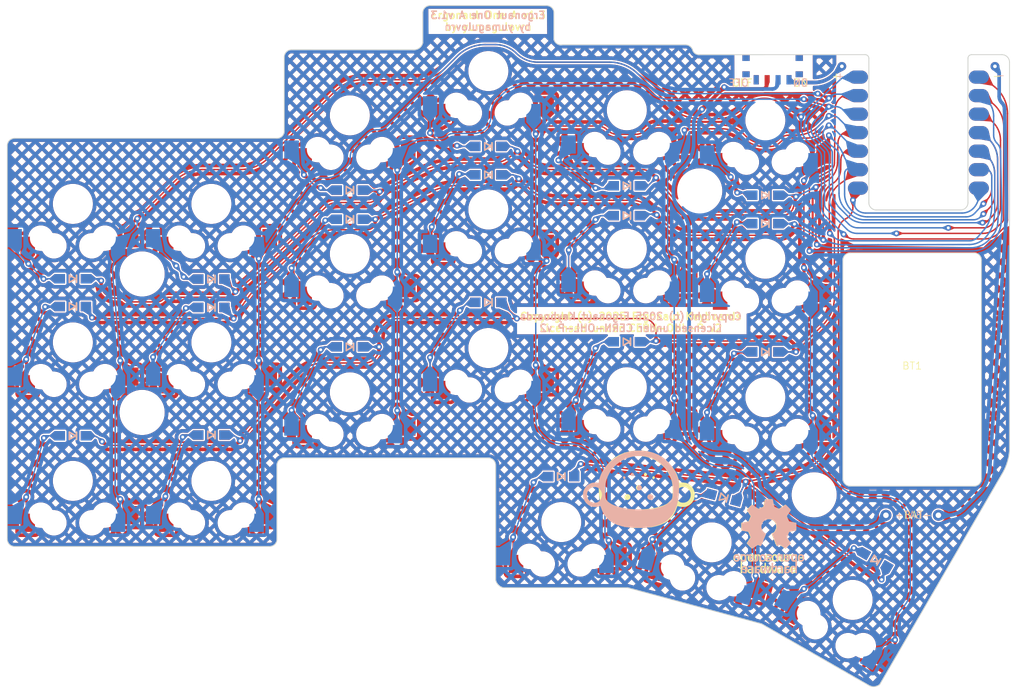
<source format=kicad_pcb>
(kicad_pcb (version 20241229) (generator "pcbnew") (generator_version "9.0")
  (layers (0 "F.Cu" signal) (2 "B.Cu" signal) (13 "F.Paste" user) (15 "B.Paste" user) (5 "F.SilkS" user "F.Silkscreen") (7 "B.SilkS" user "B.Silkscreen") (1 "F.Mask" user) (3 "B.Mask" user) (25 "Edge.Cuts" user))
  (net 0 "")
  (net 1 "R0")
  (net 2 "Net-(D1-A)")
  (net 3 "Net-(D2-A)")
  (net 4 "Net-(D3-A)")
  (net 5 "Net-(D4-A)")
  (net 6 "Net-(D5-A)")
  (net 7 "Net-(D6-A)")
  (net 8 "R1")
  (net 9 "Net-(D7-A)")
  (net 10 "Net-(D8-A)")
  (net 11 "Net-(D9-A)")
  (net 12 "Net-(D10-A)")
  (net 13 "Net-(D11-A)")
  (net 14 "Net-(D12-A)")
  (net 15 "R2")
  (net 16 "Net-(D13-A)")
  (net 17 "Net-(D14-A)")
  (net 18 "Net-(D15-A)")
  (net 19 "Net-(D16-A)")
  (net 20 "Net-(D17-A)")
  (net 21 "Net-(D18-A)")
  (net 22 "R3")
  (net 23 "Net-(D19-A)")
  (net 24 "Net-(D20-A)")
  (net 25 "Net-(D21-A)")
  (net 26 "C0")
  (net 27 "C1")
  (net 28 "C2")
  (net 29 "C3")
  (net 30 "C4")
  (net 31 "C5")
  (net 32 "GND")
  (net 35 "Net-(BT1--)")
  (net 36 "Net-(BT1-+)")
  (net 37 "Net-(PWR1-A)")
  (footprint "Two:KS-27_KS-33_Hotswap_1U_DUAL" (layer "F.Cu") (at 191.477264 130.419173 -30)
    (property "Reference" "SW21")
    (property "Value" "SW_SPST" (hide yes))
  )
  (footprint "Two:KS-27_KS-33_Hotswap_1U_DUAL" (layer "F.Cu") (at 122.5 82.94097)
    (property "Reference" "SW9")
    (property "Value" "SW_SPST" (hide yes))
  )
  (footprint "Two:Hole_5.7mm" (layer "F.Cu") (at 94 104.7)
    (property "Reference" "H2" (hide yes))
    (property "Value" "MountingHole" (hide yes))
  )
  (footprint "Two:Hole_5.7mm" (layer "F.Cu") (at 94 85.7)
    (property "Reference" "H1" (hide yes))
    (property "Value" "MountingHole" (hide yes))
  )
  (footprint "Two:KS-27_KS-33_Hotswap_1U_DUAL" (layer "F.Cu") (at 172.135076 122.523186 -15)
    (property "Reference" "SW20")
    (property "Value" "SW_SPST" (hide yes))
  )
  (footprint "Two:KS-27_KS-33_Hotswap_1U_DUAL" (layer "F.Cu") (at 103.5 76.09097)
    (property "Reference" "SW2")
    (property "Value" "SW_SPST" (hide yes))
  )
  (footprint "Two:Hole_5.7mm" (layer "F.Cu") (at 186.2 116)
    (property "Reference" "H4" (hide yes))
    (property "Value" "MountingHole" (hide yes))
  )
  (footprint "Two:KS-27_KS-33_Hotswap_1U_DUAL" (layer "F.Cu") (at 84.5 95.09097)
    (property "Reference" "SW7")
    (property "Value" "SW_SPST" (hide yes))
  )
  (footprint "Two:KS-27_KS-33_Hotswap_1U_DUAL" (layer "F.Cu") (at 160.5 63.24097)
    (property "Reference" "SW5")
    (property "Value" "SW_SPST" (hide yes))
  )
  (footprint "Two:KS-27_KS-33_Hotswap_1U_DUAL" (layer "F.Cu") (at 122.5 101.94097)
    (property "Reference" "SW15")
    (property "Value" "SW_SPST" (hide yes))
  )
  (footprint "Two:KS-27_KS-33_Hotswap_1U_DUAL" (layer "F.Cu") (at 179.5 83.61597)
    (property "Reference" "SW12")
    (property "Value" "SW_SPST" (hide yes))
  )
  (footprint "Two:KS-27_KS-33_Hotswap_1U_DUAL" (layer "F.Cu") (at 179.5 64.61597)
    (property "Reference" "SW6")
    (property "Value" "SW_SPST" (hide yes))
  )
  (footprint "Two:KS-27_KS-33_Hotswap_1U_DUAL" (layer "F.Cu") (at 160.5 101.24097)
    (property "Reference" "SW17")
    (property "Value" "SW_SPST" (hide yes))
  )
  (footprint "Two:KS-27_KS-33_Hotswap_1U_DUAL" (layer "F.Cu") (at 160.5 82.24097)
    (property "Reference" "SW11")
    (property "Value" "SW_SPST" (hide yes))
  )
  (footprint "Two:OSHW-logo" (layer "F.Cu") (at 179.94 121.69097)
    (property "Reference" "G***" (hide yes))
    (property "Value" "LOGO" (hide yes))
  )
  (footprint "Two:lp601730" (layer "F.Cu") (at 199.644 98.806)
    (property "Reference" "BT1")
    (property "Value" "LP601730")
    (fp_line (start -9.5 15) (end -9.5 -15) (stroke (width 0.12)) (layer "Edge.Cuts"))
    (fp_line (start -8.5 -16) (end 8.5 -16) (stroke (width 0.12)) (layer "Edge.Cuts"))
    (fp_line (start 8.5 16) (end -8.5 16) (stroke (width 0.12)) (layer "Edge.Cuts"))
    (fp_line (start 9.5 -15) (end 9.5 15) (stroke (width 0.12)) (layer "Edge.Cuts"))
    (fp_arc (start -9.5 -15) (mid -9.207092 -15.707092) (end -8.5 -16) (stroke (width 0.12)) (layer "Edge.Cuts"))
    (fp_arc (start -8.5 16) (mid -9.2071 15.7071) (end -9.5 15) (stroke (width 0.12)) (layer "Edge.Cuts"))
    (fp_arc (start 8.5 -16) (mid 9.207107 -15.707107) (end 9.5 -15) (stroke (width 0.12)) (layer "Edge.Cuts"))
    (fp_arc (start 9.5 15) (mid 9.207121 15.707121) (end 8.5 16) (stroke (width 0.12)) (layer "Edge.Cuts"))
  )
  (footprint "Two:KS-27_KS-33_Hotswap_1U_DUAL" (layer "F.Cu") (at 122.5 63.94097)
    (property "Reference" "SW3")
    (property "Value" "SW_SPST" (hide yes))
  )
  (footprint "Two:KS-27_KS-33_Hotswap_1U_DUAL" (layer "F.Cu") (at 179.5 102.61597)
    (property "Reference" "SW18")
    (property "Value" "SW_SPST" (hide yes))
  )
  (footprint "Two:KS-27_KS-33_Hotswap_1U_DUAL" (layer "F.Cu") (at 103.5 95.09097)
    (property "Reference" "SW8")
    (property "Value" "SW_SPST" (hide yes))
  )
  (footprint "Two:en_logo" (layer "F.Cu") (at 162.153537 115)
    (property "Reference" "G***" (hide yes))
    (property "Value" "LOGO" (hide yes))
  )
  (footprint "Two:KS-27_KS-33_Hotswap_1U_DUAL" (layer "F.Cu") (at 141.5 57.86597)
    (property "Reference" "SW4")
    (property "Value" "SW_SPST" (hide yes))
  )
  (footprint "Two:KS-27_KS-33_Hotswap_1U_DUAL" (layer "F.Cu") (at 151.5 119.7407)
    (property "Reference" "SW19")
    (property "Value" "SW_SPST" (hide yes))
  )
  (footprint "Two:KS-27_KS-33_Hotswap_1U_DUAL" (layer "F.Cu") (at 84.5 76.09097)
    (property "Reference" "SW1")
    (property "Value" "SW_SPST" (hide yes))
  )
  (footprint "Two:KS-27_KS-33_Hotswap_1U_DUAL" (layer "F.Cu") (at 141.5 95.86597)
    (property "Reference" "SW16")
    (property "Value" "SW_SPST" (hide yes))
  )
  (footprint "Two:KS-27_KS-33_Hotswap_1U_DUAL" (layer "F.Cu") (at 103.5 114.09097)
    (property "Reference" "SW14")
    (property "Value" "SW_SPST" (hide yes))
  )
  (footprint "Two:Hole_5.7mm" (layer "F.Cu") (at 170.5 74.3)
    (property "Reference" "H3" (hide yes))
    (property "Value" "MountingHole" (hide yes))
  )
  (footprint "Two:KS-27_KS-33_Hotswap_1U_DUAL" (layer "F.Cu") (at 84.5 114.09097)
    (property "Reference" "SW13")
    (property "Value" "SW_SPST" (hide yes))
  )
  (footprint "Two:KS-27_KS-33_Hotswap_1U_DUAL" (layer "F.Cu") (at 141.5 76.86597)
    (property "Reference" "SW10")
    (property "Value" "SW_SPST" (hide yes))
  )
  (footprint "Two:Diode_TH_SMD_DUAL" (layer "B.Cu") (at 173.778827 116.387201 165)
    (property "Reference" "D20" (hide yes))
    (property "Value" "D_Small" (hide yes))
  )
  (footprint "Two:Diode_TH_SMD_DUAL" (layer "B.Cu") (at 179.5 96.4 180)
    (property "Reference" "D18" (hide yes))
    (property "Value" "D_Small" (hide yes))
  )
  (footprint "Two:Diode_TH_SMD_DUAL" (layer "B.Cu") (at 194.630386 124.957992 150)
    (property "Reference" "D21" (hide yes))
    (property "Value" "D_Small" (hide yes))
  )
  (footprint "Two:Diode_TH_SMD_DUAL" (layer "B.Cu") (at 151.5 113.5 180)
    (property "Reference" "D19" (hide yes))
    (property "Value" "D_Small" (hide yes))
  )
  (footprint "Two:Diode_TH_SMD_DUAL" (layer "B.Cu") (at 103.5 86.4 180)
    (property "Reference" "D2" (hide yes))
    (property "Value" "D_Small" (hide yes))
  )
  (footprint "Two:Diode_TH_SMD_DUAL" (layer "B.Cu") (at 103.5 90.297 180)
    (property "Reference" "D8" (hide yes))
    (property "Value" "D_Small" (hide yes))
  )
  (footprint "Two:Diode_TH_SMD_DUAL" (layer "B.Cu") (at 160.5 95 180)
    (property "Reference" "D17" (hide yes))
    (property "Value" "D_Small" (hide yes))
  )
  (footprint "Two:Diode_TH_SMD_DUAL" (layer "B.Cu") (at 179.5 74.9 180)
    (property "Reference" "D6" (hide yes))
    (property "Value" "D_Small" (hide yes))
  )
  (footprint "Two:Diode_TH_SMD_DUAL" (layer "B.Cu") (at 84.5 90.17 180)
    (property "Reference" "D7" (hide yes))
    (property "Value" "D_Small" (hide yes))
  )
  (footprint "Two:Diode_TH_SMD_DUAL" (layer "B.Cu") (at 179.5 78.8 180)
    (property "Reference" "D12" (hide yes))
    (property "Value" "D_Small" (hide yes))
  )
  (footprint "Two:Diode_TH_SMD_DUAL" (layer "B.Cu") (at 141.5 68.2 180)
    (property "Reference" "D4" (hide yes))
    (property "Value" "D_Small" (hide yes))
  )
  (footprint "Two:Diode_TH_SMD_DUAL" (layer "B.Cu") (at 141.5 72.1 180)
    (property "Reference" "D10" (hide yes))
    (property "Value" "D_Small" (hide yes))
  )
  (footprint "Two:XIAO_nRF52840_DUAL_WINDOW_NO_CAP" (layer "B.Cu") (at 200.5 55.616046 180)
    (property "Reference" "U1" (hide yes))
    (property "Value" "XIAO_nRF52840" (hide yes))
    (fp_line (start 6.8 -0.5) (end 6.8 -20.3) (stroke (width 0.12)) (layer "Edge.Cuts"))
    (fp_line (start 5.8 -21.3) (end -5.8 -21.3) (stroke (width 0.12)) (layer "Edge.Cuts"))
    (fp_line (start -6.8 -20.3) (end -6.8 -0.5) (stroke (width 0.12)) (layer "Edge.Cuts"))
    (fp_arc (start 7.3 0) (mid 6.946447 -0.146447) (end 6.8 -0.5) (stroke (width 0.12)) (layer "Edge.Cuts"))
    (fp_arc (start 5.8 -21.3) (mid 6.507107 -21.007107) (end 6.8 -20.3) (stroke (width 0.12)) (layer "Edge.Cuts"))
    (fp_arc (start -6.8 -0.5) (mid -6.946446 -0.146446) (end -7.3 0) (stroke (width 0.12)) (layer "Edge.Cuts"))
    (fp_arc (start -6.8 -20.3) (mid -6.507107 -21.007107) (end -5.8 -21.3) (stroke (width 0.12)) (layer "Edge.Cuts"))
  )
  (footprint "Two:Diode_TH_SMD_DUAL" (layer "B.Cu") (at 160.5 73.6 180)
    (property "Reference" "D5" (hide yes))
    (property "Value" "D_Small" (hide yes))
  )
  (footprint "Two:Diode_TH_SMD_DUAL" (layer "B.Cu") (at 122.5 74.2 180)
    (property "Reference" "D3" (hide yes))
    (property "Value" "D_Small" (hide yes))
  )
  (footprint "Two:Diode_TH_SMD_DUAL" (layer "B.Cu") (at 141.5 89.6 180)
    (property "Reference" "D16" (hide yes))
    (property "Value" "D_Small" (hide yes))
  )
  (footprint "Two:Diode_TH_SMD_DUAL" (layer "B.Cu") (at 84.5 107.9 180)
    (property "Reference" "D13" (hide yes))
    (property "Value" "D_Small" (hide yes))
  )
  (footprint "Two:OSHW-logo" (layer "B.Cu") (at 180.01 121.69097 180)
    (property "Reference" "G***" (hide yes))
    (property "Value" "LOGO" (hide yes))
  )
  (footprint "Two:Diode_TH_SMD_DUAL" (layer "B.Cu") (at 160.5 77.7 180)
    (property "Reference" "D11" (hide yes))
    (property "Value" "D_Small" (hide yes))
  )
  (footprint "Two:MSK-12C02_DUAL" (layer "B.Cu") (at 180.5 55.92097 180)
    (property "Reference" "PWR1" (hide yes))
    (property "Value" "SW_SPDT")
  )
  (footprint "Two:Diode_TH_SMD_DUAL" (layer "B.Cu") (at 122.5 78.2 180)
    (property "Reference" "D9" (hide yes))
    (property "Value" "D_Small" (hide yes))
  )
  (footprint "Two:Diode_TH_SMD_DUAL" (layer "B.Cu") (at 84.5 86.36 180)
    (property "Reference" "D1" (hide yes))
    (property "Value" "D_Small" (hide yes))
  )
  (footprint "Two:Diode_TH_SMD_DUAL" (layer "B.Cu") (at 122.5 95.7 180)
    (property "Reference" "D15" (hide yes))
    (property "Value" "D_Small" (hide yes))
  )
  (footprint "Two:Diode_TH_SMD_DUAL" (layer "B.Cu") (at 103.5 107.8 180)
    (property "Reference" "D14" (hide yes))
    (property "Value" "D_Small" (hide yes))
  )
  (gr_line (start 211.963 55.616046) (end 207.8 55.616046) (stroke (width 0.12)) (layer "Edge.Cuts"))
  (gr_arc (start 113.5 55.940978) (mid 113.792896 55.233874) (end 114.5 54.940978) (stroke (width 0.12)) (layer "Edge.Cuts"))
  (gr_arc (start 211.963012 55.615978) (mid 212.68331 55.90671) (end 213 56.615978) (stroke (width 0.12)) (layer "Edge.Cuts"))
  (gr_arc (start 112.5 122.083849) (mid 112.207114 122.790963) (end 111.5 123.083849) (stroke (width 0.12)) (layer "Edge.Cuts"))
  (gr_line (start 111.5 123.083849) (end 76.5 123.090978) (stroke (width 0.12)) (layer "Edge.Cuts"))
  (gr_arc (start 170.508049 55.618933) (mid 169.865979 55.453027) (end 169.5 54.9) (stroke (width 0.12)) (layer "Edge.Cuts"))
  (gr_line (start 178.98 133.70097) (end 160.6 128.74097) (stroke (width 0.12)) (layer "Edge.Cuts"))
  (gr_arc (start 141.5 110.940986) (mid 142.207104 111.233882) (end 142.5 111.940986) (stroke (width 0.12)) (layer "Edge.Cuts"))
  (gr_arc (start 132.5 49.911251) (mid 132.781895 49.183773) (end 133.5 48.87879) (stroke (width 0.12)) (layer "Edge.Cuts"))
  (gr_line (start 213 56.615978) (end 213 109.982) (stroke (width 0.12)) (layer "Edge.Cuts"))
  (gr_line (start 151.6485 54.258887) (end 168.5 54.258887) (stroke (width 0.12)) (layer "Edge.Cuts"))
  (gr_arc (start 195.2 142.016509) (mid 194.526548 142.310811) (end 193.8 142.2) (stroke (width 0.12)) (layer "Edge.Cuts"))
  (gr_line (start 142.5 127.7) (end 142.5 111.940986) (stroke (width 0.12)) (layer "Edge.Cuts"))
  (gr_line (start 193.8 142.2) (end 178.98 133.70097) (stroke (width 0.12)) (layer "Edge.Cuts"))
  (gr_arc (start 168.5 54.258887) (mid 169.099994 54.423474) (end 169.5 54.9) (stroke (width 0.12)) (layer "Edge.Cuts"))
  (gr_line (start 114.5 54.940978) (end 131.1635 54.947478) (stroke (width 0.12)) (layer "Edge.Cuts"))
  (gr_line (start 170.508049 55.618934) (end 193.2 55.616046) (stroke (width 0.12)) (layer "Edge.Cuts"))
  (gr_arc (start 75.5 68.090978) (mid 75.792896 67.383874) (end 76.5 67.090978) (stroke (width 0.12)) (layer "Edge.Cuts"))
  (gr_line (start 211.963 113.157) (end 195.2 142.016509) (stroke (width 0.12)) (layer "Edge.Cuts"))
  (gr_arc (start 112.5 111.940903) (mid 112.792922 111.233825) (end 113.5 110.940903) (stroke (width 0.12)) (layer "Edge.Cuts"))
  (gr_arc (start 151.6485 54.258887) (mid 150.919547 54.123231) (end 150.5 53.511875) (stroke (width 0.12)) (layer "Edge.Cuts"))
  (gr_line (start 75.5 122.090978) (end 75.5 68.090978) (stroke (width 0.12)) (layer "Edge.Cuts"))
  (gr_arc (start 143.5 128.740708) (mid 142.860575 128.354326) (end 142.5 127.7) (stroke (width 0.12)) (layer "Edge.Cuts"))
  (gr_line (start 133.5 48.87879) (end 149.5 48.88169) (stroke (width 0.12)) (layer "Edge.Cuts"))
  (gr_arc (start 113.5 66.090948) (mid 113.207135 66.798091) (end 112.5 67.090978) (stroke (width 0.12)) (layer "Edge.Cuts"))
  (gr_line (start 132.5 54.0065) (end 132.5 49.911256) (stroke (width 0.12)) (layer "Edge.Cuts"))
  (gr_line (start 112.5 122.083849) (end 112.5 111.940903) (stroke (width 0.12)) (layer "Edge.Cuts"))
  (gr_arc (start 149.5 48.88169) (mid 150.20746 49.175408) (end 150.5 49.883355) (stroke (width 0.12)) (layer "Edge.Cuts"))
  (gr_arc (start 76.5 123.090978) (mid 75.79289 122.798088) (end 75.5 122.090978) (stroke (width 0.12)) (layer "Edge.Cuts"))
  (gr_line (start 76.5 67.090978) (end 112.5 67.090978) (stroke (width 0.12)) (layer "Edge.Cuts"))
  (gr_line (start 160.6 128.74097) (end 143.5 128.740708) (stroke (width 0.12)) (layer "Edge.Cuts"))
  (gr_arc (start 132.5 54.0065) (mid 132.006243 54.724827) (end 131.1635 54.947478) (stroke (width 0.12)) (layer "Edge.Cuts"))
  (gr_line (start 150.5 49.883355) (end 150.5 53.511875) (stroke (width 0.12)) (layer "Edge.Cuts"))
  (gr_line (start 141.5 110.940986) (end 113.5 110.940986) (stroke (width 0.12)) (layer "Edge.Cuts"))
  (gr_line (start 113.5 66.090948) (end 113.5 55.940978) (stroke (width 0.12)) (layer "Edge.Cuts"))
  (gr_arc (start 213 109.982) (mid 212.665892 111.629725) (end 211.963 113.157) (stroke (width 0.12)) (layer "Edge.Cuts"))
  (gr_text "Ergonaut One A v1.3\nby yumagulovrn" (at 141.5 51 0) (layer "F.SilkS") (effects (font (size 1 1) (thickness 0.2) (bold yes))))
  (gr_text "Copyright (c) 2025 Ergonaut Keyboards\nLicensed under CERN-OHL-P v2" (at 161.036 92.329 0) (layer "F.SilkS") (effects (font (size 1 1) (thickness 0.2) (bold yes))))
  (gr_text "Ergonaut One A v1.3\nby yumagulovrn" (at 141.42 51 0) (layer "B.SilkS") (effects (font (size 1 1) (thickness 0.2) (bold yes)) (justify mirror)))
  (gr_text "Copyright (c) 2025 Ergonaut Keyboards\nLicensed under CERN-OHL-P v2" (at 161.036 92.329 0) (layer "B.SilkS") (effects (font (size 1 1) (thickness 0.2) (bold yes)) (justify mirror)))
  (segment (start 88.392 86.614) (end 88.265 86.487) (width 0.2) (layer "F.Cu") (net 1))
  (segment (start 183.7 75.1) (end 183.65 75.1) (width 0.2) (layer "F.Cu") (net 1))
  (segment (start 90.953789 89.027) (end 90.343223 89.027) (width 0.2) (layer "F.Cu") (net 1))
  (segment (start 145.167015 68.532985) (end 145.5 68.86597) (width 0.2) (layer "F.Cu") (net 1))
  (segment (start 126.6 74.4) (end 126.258578 74.2) (width 0.2) (layer "F.Cu") (net 1))
  (segment (start 92.18021 89.535) (end 96.070987 89.535) (width 0.2) (layer "F.Cu") (net 1))
  (segment (start 106.807 88.138) (end 108.0135 87.122) (width 0.2) (layer "F.Cu") (net 1))
  (segment (start 120.865127 75.9) (end 125.072352 75.9) (width 0.2) (layer "F.Cu") (net 1))
  (segment (start 97.604012 88.9) (end 105.506184 88.9) (width 0.2) (layer "F.Cu") (net 1))
  (segment (start 182.017902 77.6) (end 170.132129 77.6) (width 0.2) (layer "F.Cu") (net 1))
  (segment (start 88.841012 88.333012) (end 88.9635 88.4555) (width 0.2) (layer "F.Cu") (net 1))
  (segment (start 119.17024 76.526608) (end 110.387112 85.044988) (width 0.2) (layer "F.Cu") (net 1))
  (segment (start 168.049526 76.695967) (end 167.911191 76.547983) (width 0.2) (layer "F.Cu") (net 1))
  (segment (start 145.5 68.86597) (end 146.754015 70.119985) (width 0.2) (layer "F.Cu") (net 1))
  (segment (start 183.742731 75.174038) (end 183.752693 75.184) (width 0.2) (layer "F.Cu") (net 1))
  (segment (start 137.188655 70.485) (end 142.08537 70.485) (width 0.2) (layer "F.Cu") (net 1))
  (segment (start 163.251906 73.748093) (end 164.5 72.5) (width 0.2) (layer "F.Cu") (net 1))
  (segment (start 186.563 81.661) (end 186.4995 81.28) (width 0.2) (layer "F.Cu") (net 1))
  (segment (start 87.958394 86.36) (end 86.2875 86.36) (width 0.2) (layer "F.Cu") (net 1))
  (segment (start 183.5 75) (end 183.564644 75.064644) (width 0.2) (layer "F.Cu") (net 1))
  (segment (start 126.6 74.4) (end 132.781741 71.474992) (width 0.2) (layer "F.Cu") (net 1))
  (segment (start 144.363118 68.2) (end 143.2875 68.2) (width 0.2) (layer "F.Cu") (net 1))
  (segment (start 187.8965 72.9615) (end 186.436 73.787) (width 0.2) (layer "F.Cu") (net 1))
  (segment (start 126.6 74.4) (end 126.249983 75.150036) (width 0.2) (layer "F.Cu") (net 1))
  (segment (start 145.5 68.86597) (end 145.432985 68.932985) (width 0.2) (layer "F.Cu") (net 1))
  (segment (start 145.426503 68.885167) (end 144.404751 69.685083) (width 0.2) (layer "F.Cu") (net 1))
  (segment (start 164.5 72.5) (end 163.937 71.937) (width 0.2) (layer "F.Cu") (net 1))
  (segment (start 106.807 88.138) (end 106.426 88.519) (width 0.2) (layer "F.Cu") (net 1))
  (segment (start 183.258578 74.9) (end 181.2875 74.9) (width 0.2) (layer "F.Cu") (net 1))
  (segment (start 183.7 75.1) (end 183.7 75.15) (width 0.2) (layer "F.Cu") (net 1))
  (segment (start 186.436 73.787) (end 186.436 80.512744) (width 0.2) (layer "F.Cu") (net 1))
  (segment (start 126.6 74.4) (end 124.2875 74.2) (width 0.2) (layer "F.Cu") (net 1))
  (segment (start 106.807 88.138) (end 105.2875 86.4) (width 0.2) (layer "F.Cu") (net 1))
  (segment (start 88.392 86.614) (end 88.392 87.249) (width 0.2) (layer "F.Cu") (net 1))
  (segment (start 164.5 72.5) (end 167.642637 76.244827) (width 0.2) (layer "F.Cu") (net 1))
  (segment (start 145.5 68.86597) (end 145.47285 68.86597) (width 0.2) (layer "F.Cu") (net 1))
  (segment (start 189.398326 70.458858) (end 189.465 67.753082) (width 0.2) (layer "F.Cu") (net 1))
  (segment (start 162.577797 71.374) (end 149.781475 71.374) (width 0.2) (layer "F.Cu") (net 1))
  (segment (start 183.682714 75.246917) (end 183.420885 76.312095) (width 0.2) (layer "F.Cu") (net 1))
  (segment (start 183.289946 76.71301) (end 183.338613 76.580908) (width 0.2) (layer "F.Cu") (net 1))
  (via (at 183.7 75.1) (size 0.8) (drill 0.4) (layers "F.Cu" "B.Cu") (net 1))
  (via (at 126.6 74.4) (size 0.8) (drill 0.4) (layers "F.Cu" "B.Cu") (net 1))
  (via (at 145.5 68.86597) (size 0.8) (drill 0.4) (layers "F.Cu" "B.Cu") (net 1))
  (via (at 106.807 88.138) (size 0.8) (drill 0.4) (layers "F.Cu" "B.Cu") (net 1))
  (via (at 88.392 86.614) (size 0.8) (drill 0.4) (layers "F.Cu" "B.Cu") (net 1))
  (via (at 186.436 73.787) (size 0.8) (drill 0.4) (layers "F.Cu" "B.Cu") (net 1))
  (via (at 164.5 72.5) (size 0.8) (drill 0.4) (layers "F.Cu" "B.Cu") (net 1))
  (via (at 186.563 81.661) (size 0.8) (drill 0.4) (layers "F.Cu" "B.Cu") (net 1))
  (arc (start 167.642637 76.244827) (mid 167.774885 76.398202) (end 167.911191 76.547983) (width 0.2) (layer "F.Cu") (net 1))
  (arc (start 163.251906 73.748093) (mid 162.972881 73.934531) (end 162.64375 74) (width 0.2) (layer "F.Cu") (net 1))
  (arc (start 149.781475 71.374) (mid 148.143025 71.048092) (end 146.754015 70.119985) (width 0.2) (layer "F.Cu") (net 1))
  (arc (start 187.8965 72.9615) (mid 188.977515 71.908272) (end 189.398326 70.458858) (width 0.2) (layer "F.Cu") (net 1))
  (arc (start 90.343223 89.027) (mid 89.596522 88.878471) (end 88.9635 88.4555) (width 0.2) (layer "F.Cu") (net 1))
  (arc (start 183.65 75.1) (mid 183.603805 75.090811) (end 183.564644 75.064644) (width 0.2) (layer "F.Cu") (net 1))
  (arc (start 183.742731 75.174038) (mid 183.714336 75.174514) (end 183.7 75.15) (width 0.2) (layer "F.Cu") (net 1))
  (arc (start 125.072352 75.9) (mid 125.770435 75.696602) (end 126.249983 75.150036) (width 0.2) (layer "F.Cu") (net 1))
  (arc (start 145.167015 68.532985) (mid 144.798183 68.286539) (end 144.363118 68.2) (width 0.2) (layer "F.Cu") (net 1))
  (arc (start 137.188655 70.485) (mid 134.930283 70.735544) (end 132.781741 71.474992) (width 0.2) (layer "F.Cu") (net 1))
  (arc (start 142.08537 70.485) (mid 143.312092 70.279403) (end 144.404751 69.685083) (width 0.2) (layer "F.Cu") (net 1))
  (arc (start 96.8375 89.2175) (mid 96.48582 89.452484) (end 96.070987 89.535) (width 0.2) (layer "F.Cu") (net 1))
  (arc (start 88.841012 88.333012) (mid 88.508694 87.835663) (end 88.392 87.249) (width 0.2) (layer "F.Cu") (net 1))
  (arc (start 96.8375 89.2175) (mid 97.189178 88.982515) (end 97.604012 88.9) (width 0.2) (layer "F.Cu") (net 1))
  (arc (start 168.049526 76.695967) (mid 168.996951 77.364244) (end 170.132129 77.6) (width 0.2) (layer "F.Cu") (net 1))
  (arc (start 105.506184 88.9) (mid 106.003984 88.800981) (end 106.426 88.519) (width 0.2) (layer "F.Cu") (net 1))
  (arc (start 119.17024 76.526608) (mid 119.53427 76.244702) (end 119.9515 76.05) (width 0.2) (layer "F.Cu") (net 1))
  (arc (start 183.682714 75.246917) (mid 183.695644 75.199223) (end 183.7 75.15) (width 0.2) (layer "F.Cu") (net 1))
  (arc (start 186.436 80.512744) (mid 186.451902 80.897683) (end 186.4995 81.28) (width 0.2) (layer "F.Cu") (net 1))
  (arc (start 108.0135 87.122) (mid 109.210152 86.094745) (end 110.387112 85.044988) (width 0.2) (layer "F.Cu") (net 1))
  (arc (start 183.5 75) (mid 183.389234 74.925989) (end 183.258578 74.9) (width 0.2) (layer "F.Cu") (net 1))
  (arc (start 189.944477 66.595523) (mid 189.589612 67.126615) (end 189.465 67.753082) (width 0.2) (layer "F.Cu") (net 1))
  (arc (start 120.865127 75.9) (mid 120.402197 75.937749) (end 119.9515 76.05) (width 0.2) (layer "F.Cu") (net 1))
  (arc (start 183.420885 76.312095) (mid 183.383512 76.447653) (end 183.338613 76.580908) (width 0.2) (layer "F.Cu") (net 1))
  (arc (start 145.426503 68.885167) (mid 145.447767 68.870959) (end 145.47285 68.86597) (width 0.2) (layer "F.Cu") (net 1))
  (arc (start 87.958394 86.36) (mid 88.124328 86.393006) (end 88.265 86.487) (width 0.2) (layer "F.Cu") (net 1))
  (arc (start 92.18021 89.535) (mid 91.848343 89.468987) (end 91.567 89.281) (width 0.2) (layer "F.Cu") (net 1))
  (arc (start 90.953789 89.027) (mid 91.285656 89.093012) (end 91.567 89.281) (width 0.2) (layer "F.Cu") (net 1))
  (arc (start 182.017902 77.6) (mid 182.79328 77.356358) (end 183.289946 76.71301) (width 0.2) (layer "F.Cu") (net 1))
  (arc (start 183.682714 75.246917) (mid 183.706544 75.205389) (end 183.742731 75.174038) (width 0.2) (layer "F.Cu") (net 1))
  (arc (start 191.102036 66.116046) (mid 190.475569 66.240658) (end 189.944477 66.595523) (width 0.2) (layer "F.Cu") (net 1))
  (arc (start 126.258578 74.2) (mid 126.389234 74.225989) (end 126.5 74.3) (width 0.2) (layer "F.Cu") (net 1))
  (arc (start 162.577797 71.374) (mid 163.313392 71.520318) (end 163.937 71.937) (width 0.2) (layer "F.Cu") (net 1))
  (segment (start 189.173556 82.112) (end 207.691762 82.112) (width 0.2) (layer "B.Cu") (net 1))
  (segment (start 163.251906 73.748093) (end 164.5 72.5) (width 0.2) (layer "B.Cu") (net 1))
  (segment (start 144.363118 68.2) (end 143.2875 68.2) (width 0.2) (layer "B.Cu") (net 1))
  (segment (start 126.5 74.3) (end 126.6 74.4) (width 0.2) (layer "B.Cu") (net 1))
  (segment (start 210.21798 67.264066) (end 209.06996 66.116046) (width 0.2) (layer "B.Cu") (net 1))
  (segment (start 105.2875 86.4) (end 105.2875 86.6185) (width 0.2) (layer "B.Cu") (net 1))
  (segment (start 105.2875 86.4) (end 105.5465 86.106) (width 0.2) (layer "B.Cu") (net 1))
  (segment (start 210.723421 80.367764) (end 210.311999 80.870499) (width 0.2) (layer "B.Cu") (net 1))
  (segment (start 183.7 75.1) (end 186.436 73.787) (width 0.2) (layer "B.Cu") (net 1))
  (segment (start 186.563 81.661) (end 187.4235 81.8865) (width 0.2) (layer "B.Cu") (net 1))
  (segment (start 211.44395 76.769449) (end 211.366 70.035631) (width 0.2) (layer "B.Cu") (net 1))
  (segment (start 105.2875 86.6185) (end 106.807 88.138) (width 0.2) (layer "B.Cu") (net 1))
  (segment (start 87.958394 86.36) (end 86.2875 86.36) (width 0.2) (layer "B.Cu") (net 1))
  (segment (start 126.258578 74.2) (end 124.2875 74.2) (width 0.2) (layer "B.Cu") (net 1))
  (segment (start 88.392 86.614) (end 88.265 86.487) (width 0.2) (layer "B.Cu") (net 1))
  (segment (start 183.358578 74.9) (end 181.2875 74.9) (width 0.2) (layer "B.Cu") (net 1))
  (segment (start 145.167015 68.532985) (end 145.5 68.86597) (width 0.2) (layer "B.Cu") (net 1))
  (arc (start 210.21798 67.264066) (mid 211.067639 68.53567) (end 211.366 70.035631) (width 0.2) (layer "B.Cu") (net 1))
  (arc (start 211.44395 76.769449) (mid 211.436355 77.723487) (end 211.3915 78.6765) (width 0.2) (layer "B.Cu") (net 1))
  (arc (start 87.958394 86.36) (mid 88.124328 86.393006) (end 88.265 86.487) (width 0.2) (layer "B.Cu") (net 1))
  (arc (start 126.5 74.3) (mid 126.389234 74.225989) (end 126.258578 74.2) (width 0.2) (layer "B.Cu") (net 1))
  (arc (start 145.167015 68.532985) (mid 144.798183 68.286539) (end 144.363118 68.2) (width 0.2) (layer "B.Cu") (net 1))
  (arc (start 189.173556 82.112) (mid 188.291293 82.055392) (end 187.4235 81.8865) (width 0.2) (layer "B.Cu") (net 1))
  (arc (start 163.251906 73.748093) (mid 162.972881 73.934531) (end 162.64375 74) (width 0.2) (layer "B.Cu") (net 1))
  (arc (start 207.691762 82.112) (mid 209.1415 81.785923) (end 210.311999 80.870499) (width 0.2) (layer "B.Cu") (net 1))
  (arc (start 210.723421 80.367764) (mid 211.189435 79.574264) (end 211.3915 78.6765) (width 0.2) (layer "B.Cu") (net 1))
  (segment (start 78.4 84.3) (end 78.35 84.25) (width 0.2) (layer "F.Cu") (net 2))
  (segment (start 81.115802 86.36) (end 82.7125 86.36) (width 0.2) (layer "F.Cu") (net 2))
  (segment (start 78.3 84.129289) (end 78.3 81.85347) (width 0.2) (layer "F.Cu") (net 2))
  (segment (start 80.476691 86.376691) (end 80.9625 86.4235) (width 0.2) (layer "F.Cu") (net 2))
  (segment (start 78.4 84.3) (end 78.4 84.112249) (width 0.2) (layer "F.Cu") (net 2))
  (segment (start 78.3 84.129289) (end 78.3 81.84097) (width 0.2) (layer "F.Cu") (net 2))
  (via (at 80.476691 86.376691) (size 0.8) (drill 0.4) (layers "F.Cu" "B.Cu") (net 2))
  (via (at 78.4 84.3) (size 0.8) (drill 0.4) (layers "F.Cu" "B.Cu") (net 2))
  (arc (start 81.115802 86.36) (mid 81.032835 86.376503) (end 80.9625 86.4235) (width 0.2) (layer "F.Cu") (net 2))
  (arc (start 78.3 84.129289) (mid 78.312994 84.194617) (end 78.35 84.25) (width 0.2) (layer "F.Cu") (net 2))
  (arc (start 78.3 84.129289) (mid 78.312994 84.194617) (end 78.35 84.25) (width 0.2) (layer "F.Cu") (net 2))
  (segment (start 78.4 84.3) (end 80.476691 86.376691) (width 0.2) (layer "B.Cu") (net 2))
  (segment (start 78.4 84.3) (end 77.068878 82.968878) (width 0.2) (layer "B.Cu") (net 2))
  (segment (start 80.476691 86.376691) (end 80.9625 86.4235) (width 0.2) (layer "B.Cu") (net 2))
  (segment (start 81.115802 86.36) (end 82.7125 86.36) (width 0.2) (layer "B.Cu") (net 2))
  (arc (start 81.115802 86.36) (mid 81.032835 86.376503) (end 80.9625 86.4235) (width 0.2) (layer "B.Cu") (net 2))
  (arc (start 76.5 81.595485) (mid 76.647846 82.338759) (end 77.068878 82.968878) (width 0.2) (layer "B.Cu") (net 2))
  (segment (start 98.854553 84.784545) (end 99.7 86.1) (width 0.2) (layer "F.Cu") (net 3))
  (segment (start 99.7 86.1) (end 99.85 86.25) (width 0.2) (layer "F.Cu") (net 3))
  (segment (start 97.78155 83.68455) (end 98.679 84.582) (width 0.2) (layer "F.Cu") (net 3))
  (segment (start 98.679 84.582) (end 98.7425 84.6455) (width 0.2) (layer "F.Cu") (net 3))
  (segment (start 100.212132 86.4) (end 101.9125 86.4) (width 0.2) (layer "F.Cu") (net 3))
  (via (at 98.679 84.582) (size 0.8) (drill 0.4) (layers "F.Cu" "B.Cu") (net 3))
  (via (at 99.7 86.1) (size 0.8) (drill 0.4) (layers "F.Cu" "B.Cu") (net 3))
  (arc (start 98.854553 84.784545) (mid 98.802252 84.712019) (end 98.7425 84.6455) (width 0.2) (layer "F.Cu") (net 3))
  (arc (start 99.85 86.25) (mid 100.016147 86.361016) (end 100.212132 86.4) (width 0.2) (layer "F.Cu") (net 3))
  (arc (start 97.78155 83.68455) (mid 97.42515 83.15116) (end 97.3 82.521985) (width 0.2) (layer "F.Cu") (net 3))
  (segment (start 99.7 86.1) (end 99.85 86.25) (width 0.2) (layer "B.Cu") (net 3))
  (segment (start 98.854553 84.784545) (end 99.7 86.1) (width 0.2) (layer "B.Cu") (net 3))
  (segment (start 98.679 84.582) (end 95.716385 81.619385) (width 0.2) (layer "B.Cu") (net 3))
  (segment (start 100.212132 86.4) (end 101.9125 86.4) (width 0.2) (layer "B.Cu") (net 3))
  (segment (start 98.679 84.582) (end 98.7425 84.6455) (width 0.2) (layer "B.Cu") (net 3))
  (arc (start 98.854553 84.784545) (mid 98.802252 84.712019) (end 98.7425 84.6455) (width 0.2) (layer "B.Cu") (net 3))
  (arc (start 99.85 86.25) (mid 100.016147 86.361016) (end 100.212132 86.4) (width 0.2) (layer "B.Cu") (net 3))
  (segment (start 119.012132 74.2) (end 120.7125 74.2) (width 0.2) (layer "F.Cu") (net 4))
  (segment (start 117.823223 73.723223) (end 116.2 72.1) (width 0.2) (layer "F.Cu") (net 4))
  (segment (start 116.25 72.05) (end 116.2 72.1) (width 0.2) (layer "F.Cu") (net 4))
  (segment (start 116.3 71.929289) (end 116.3 69.69097) (width 0.2) (layer "F.Cu") (net 4))
  (segment (start 118.5 73.9) (end 118.25 73.9) (width 0.2) (layer "F.Cu") (net 4))
  (segment (start 118.5 73.9) (end 118.65 74.05) (width 0.2) (layer "F.Cu") (net 4))
  (via (at 116.2 72.1) (size 0.8) (drill 0.4) (layers "F.Cu" "B.Cu") (net 4))
  (via (at 118.5 73.9) (size 0.8) (drill 0.4) (layers "F.Cu" "B.Cu") (net 4))
  (arc (start 116.25 72.05) (mid 116.287005 71.994617) (end 116.3 71.929289) (width 0.2) (layer "F.Cu") (net 4))
  (arc (start 118.65 74.05) (mid 118.816147 74.161016) (end 119.012132 74.2) (width 0.2) (layer "F.Cu") (net 4))
  (arc (start 117.823223 73.723223) (mid 118.01903 73.854057) (end 118.25 73.9) (width 0.2) (layer "F.Cu") (net 4))
  (segment (start 119.012132 74.2) (end 120.7125 74.2) (width 0.2) (layer "B.Cu") (net 4))
  (segment (start 118.65 74.05) (end 118.5 73.9) (width 0.2) (layer "B.Cu") (net 4))
  (segment (start 116.2 72.1) (end 114.5 68.64097) (width 0.2) (layer "B.Cu") (net 4))
  (arc (start 118.65 74.05) (mid 118.816147 74.161016) (end 119.012132 74.2) (width 0.2) (layer "B.Cu") (net 4))
  (segment (start 137.37071 68.2) (end 139.7125 68.2) (width 0.2) (layer "F.Cu") (net 5))
  (segment (start 133.5 66.36597) (end 135.3 64.56597) (width 0.2) (layer "F.Cu") (net 5))
  (segment (start 137.2 68.1) (end 137.25 68.15) (width 0.2) (layer "F.Cu") (net 5))
  (segment (start 136.217015 68.1) (end 137.2 68.1) (width 0.2) (layer "F.Cu") (net 5))
  (segment (start 133.5 66.36597) (end 134.538954 67.404924) (width 0.2) (layer "F.Cu") (net 5))
  (via (at 133.5 66.36597) (size 0.8) (drill 0.4) (layers "F.Cu" "B.Cu") (net 5))
  (via (at 137.2 68.1) (size 0.8) (drill 0.4) (layers "F.Cu" "B.Cu") (net 5))
  (arc (start 136.217015 68.1) (mid 135.308855 67.919355) (end 134.538954 67.404924) (width 0.2) (layer "F.Cu") (net 5))
  (arc (start 137.37071 68.2) (mid 137.305382 68.187005) (end 137.25 68.15) (width 0.2) (layer "F.Cu") (net 5))
  (segment (start 133.5 66.36597) (end 133.5 62.56597) (width 0.2) (layer "B.Cu") (net 5))
  (segment (start 137.37071 68.2) (end 139.7125 68.2) (width 0.2) (layer "B.Cu") (net 5))
  (segment (start 137.2 68.1) (end 137.25 68.15) (width 0.2) (layer "B.Cu") (net 5))
  (arc (start 137.37071 68.2) (mid 137.305382 68.187005) (end 137.25 68.15) (width 0.2) (layer "B.Cu") (net 5))
  (segment (start 156.985765 74) (end 158.659375 74) (width 0.2) (layer "F.Cu") (net 6))
  (segment (start 151.1 70.1) (end 151.654515 69.545485) (width 0.2) (layer "F.Cu") (net 6))
  (segment (start 156.261679 73.957448) (end 156.373709 73.957448) (width 0.2) (layer "F.Cu") (net 6))
  (segment (start 152.993232 68.99097) (end 154.3 68.99097) (width 0.2) (layer "F.Cu") (net 6))
  (segment (start 156.225136 73.942311) (end 156.21 73.927175) (width 0.2) (layer "F.Cu") (net 6))
  (via (at 151.1 70.1) (size 0.8) (drill 0.4) (layers "F.Cu" "B.Cu") (net 6))
  (via (at 156.21 73.927175) (size 0.8) (drill 0.4) (layers "F.Cu" "B.Cu") (net 6))
  (arc (start 152.993232 68.99097) (mid 152.268723 69.135083) (end 151.654515 69.545485) (width 0.2) (layer "F.Cu") (net 6))
  (arc (start 156.985765 74) (mid 156.679097 73.988702) (end 156.373709 73.957448) (width 0.2) (layer "F.Cu") (net 6))
  (arc (start 156.225136 73.942311) (mid 156.241902 73.953514) (end 156.261679 73.957448) (width 0.2) (layer "F.Cu") (net 6))
  (segment (start 151.1 70.1) (end 152.5 67.94097) (width 0.2) (layer "B.Cu") (net 6))
  (segment (start 151.1 70.1) (end 156.097891 73.897891) (width 0.2) (layer "B.Cu") (net 6))
  (segment (start 156.225136 73.942311) (end 156.21 73.927175) (width 0.2) (layer "B.Cu") (net 6))
  (segment (start 156.261679 73.957448) (end 156.373709 73.957448) (width 0.2) (layer "B.Cu") (net 6))
  (segment (start 156.168587 73.927175) (end 156.21 73.927175) (width 0.2) (layer "B.Cu") (net 6))
  (segment (start 156.985765 74) (end 158.659375 74) (width 0.2) (layer "B.Cu") (net 6))
  (arc (start 156.225136 73.942311) (mid 156.241902 73.953514) (end 156.261679 73.957448) (width 0.2) (layer "B.Cu") (net 6))
  (arc (start 156.168587 73.927175) (mid 156.130326 73.919564) (end 156.097891 73.897891) (width 0.2) (layer "B.Cu") (net 6))
  (arc (start 156.985765 74) (mid 156.679097 73.988702) (end 156.373709 73.957448) (width 0.2) (layer "B.Cu") (net 6))
  (segment (start 175.641 74.549) (end 177.6635 74.549) (width 0.2) (layer "F.Cu") (net 7))
  (segment (start 175.4205 74.0245) (end 175.641 74.549) (width 0.2) (layer "F.Cu") (net 7))
  (segment (start 174.752 72.39) (end 173.3 70.938) (width 0.2) (layer "F.Cu") (net 7))
  (segment (start 174.752 72.39) (end 174.987053 72.972387) (width 0.2) (layer "F.Cu") (net 7))
  (via (at 174.752 72.39) (size 0.8) (drill 0.4) (layers "F.Cu" "B.Cu") (net 7))
  (via (at 175.641 74.549) (size 0.8) (drill 0.4) (layers "F.Cu" "B.Cu") (net 7))
  (arc (start 175.4205 74.0245) (mid 175.201888 73.499221) (end 174.987053 72.972387) (width 0.2) (layer "F.Cu") (net 7))
  (segment (start 175.641 74.549) (end 175.6655 74.5245) (width 0.2) (layer "B.Cu") (net 7))
  (segment (start 175.724648 74.5) (end 177.7125 74.5) (width 0.2) (layer "B.Cu") (net 7))
  (segment (start 174.752 72.39) (end 171.67797 69.31597) (width 0.2) (layer "B.Cu") (net 7))
  (arc (start 175.724648 74.5) (mid 175.692637 74.506367) (end 175.6655 74.5245) (width 0.2) (layer "B.Cu") (net 7))
  (segment (start 126 78.2) (end 126 78.589) (width 0.2) (layer "F.Cu") (net 8))
  (segment (start 147.2565 74.1045) (end 145.669 72.644) (width 0.2) (layer "F.Cu") (net 8))
  (segment (start 133.3119 74.562754) (end 126 78.2) (width 0.2) (layer "F.Cu") (net 8))
  (segment (start 145.397 72.372) (end 145.669 72.644) (width 0.2) (layer "F.Cu") (net 8))
  (segment (start 183.252512 79.347487) (end 182.849999 79.749999) (width 0.2) (layer "F.Cu") (net 8))
  (segment (start 87.122 91.694) (end 86.2875 90.17) (width 0.2) (layer "F.Cu") (net 8))
  (segment (start 120.49896 79.629) (end 124.888673 79.629) (width 0.2) (layer "F.Cu") (net 8))
  (segment (start 164.6 77.59097) (end 166.004515 78.995485) (width 0.2) (layer "F.Cu") (net 8))
  (segment (start 164.444704 77.5) (end 162.2875 77.5) (width 0.2) (layer "F.Cu") (net 8))
  (segment (start 183.5 78.75) (end 183.49186 78.867) (width 0.2) (layer "F.Cu") (net 8))
  (segment (start 87.338802 91.821) (end 106.553 91.821) (width 0.2) (layer "F.Cu") (net 8))
  (segment (start 125.724935 79.253064) (end 125.674499 79.303499) (width 0.2) (layer "F.Cu") (net 8))
  (segment (start 145.161 73.0885) (end 145.669 72.644) (width 0.2) (layer "F.Cu") (net 8))
  (segment (start 144.740333 72.1) (end 143.2875 72.1) (width 0.2) (layer "F.Cu") (net 8))
  (segment (start 126 78.2) (end 124.2875 78.2) (width 0.2) (layer "F.Cu") (net 8))
  (segment (start 189.837822 71.345515) (end 189.865 70.043845) (width 0.2) (layer "F.Cu") (net 8))
  (segment (start 164.6 77.59097) (end 163.604515 76.595485) (width 0.2) (layer "F.Cu") (net 8))
  (segment (start 190.931954 68.656046) (end 191.185954 68.656046) (width 0.2) (layer "F.Cu") (net 8))
  (segment (start 190.271477 69.062523) (end 190.498348 68.835651) (width 0.2) (layer "F.Cu") (net 8))
  (segment (start 187.452 81.026) (end 187.452 75.43511) (width 0.2) (layer "F.Cu") (net 8))
  (segment (start 106.553 91.821) (end 105.2875 90.297) (width 0.2) (layer "F.Cu") (net 8))
  (segment (start 107.548648 90.327527) (end 106.553 91.821) (width 0.2) (layer "F.Cu") (net 8))
  (segment (start 164.554515 77.545485) (end 164.6 77.59097) (width 0.2) (layer "F.Cu") (net 8))
  (segment (start 183.29593 78.8335) (end 183.49186 78.867) (width 0.2) (layer "F.Cu") (net 8))
  (segment (start 87.122 91.694) (end 87.1855 91.7575) (width 0.2) (layer "F.Cu") (net 8))
  (segment (start 143.977985 73.533) (end 137.694078 73.533) (width 0.2) (layer "F.Cu") (net 8))
  (segment (start 116.580281 81.169048) (end 109.917635 87.362493) (width 0.2) (layer "F.Cu") (net 8))
  (segment (start 169.395314 80.4) (end 181.280761 80.4) (width 0.2) (layer "F.Cu") (net 8))
  (segment (start 161.201201 75.6) (end 151.001122 75.571109) (width 0.2) (layer "F.Cu") (net 8))
  (segment (start 182.901226 78.8) (end 181.2875 78.8) (width 0.2) (layer "F.Cu") (net 8))
  (segment (start 164.6 77.59097) (end 164.487031 77.59097) (width 0.2) (layer "F.Cu") (net 8))
  (via (at 106.553 91.821) (size 0.8) (drill 0.4) (layers "F.Cu" "B.Cu") (net 8))
  (via (at 187.452 81.026) (size 0.8) (drill 0.4) (layers "F.Cu" "B.Cu") (net 8))
  (via (at 145.669 72.644) (size 0.8) (drill 0.4) (layers "F.Cu" "B.Cu") (net 8))
  (via (at 183.49186 78.867) (size 0.8) (drill 0.4) (layers "F.Cu" "B.Cu") (net 8))
  (via (at 87.122 91.694) (size 0.8) (drill 0.4) (layers "F.Cu" "B.Cu") (net 8))
  (via (at 126 78.2) (size 0.8) (drill 0.4) (layers "F.Cu" "B.Cu") (net 8))
  (via (at 164.6 77.59097) (size 0.8) (drill 0.4) (layers "F.Cu" "B.Cu") (net 8))
  (arc (start 133.3119 74.562754) (mid 135.443307 73.793897) (end 137.694078 73.533) (width 0.2) (layer "F.Cu") (net 8))
  (arc (start 188.658499 73.342499) (mid 187.775228 74.227357) (end 187.452 75.43511) (width 0.2) (layer "F.Cu") (net 8))
  (arc (start 164.554515 77.545485) (mid 164.504133 77.511821) (end 164.444704 77.5) (width 0.2) (layer "F.Cu") (net 8))
  (arc (start 190.498348 68.835651) (mid 190.697288 68.702723) (end 190.931954 68.656046) (width 0.2) (layer "F.Cu") (net 8))
  (arc (start 166.004515 78.995485) (mid 167.560226 80.034978) (end 169.395314 80.4) (width 0.2) (layer "F.Cu") (net 8))
  (arc (start 161.201201 75.6) (mid 162.501865 75.858718) (end 163.604515 76.595485) (width 0.2) (layer "F.Cu") (net 8))
  (arc (start 189.865 70.043845) (mid 189.970639 69.512757) (end 190.271477 69.062523) (width 0.2) (layer "F.Cu") (net 8))
  (arc (start 87.1855 91.7575) (mid 87.255835 91.804496) (end 87.338802 91.821) (width 0.2) (layer "F.Cu") (net 8))
  (arc (start 182.849999 79.749999) (mid 182.130026 80.23107) (end 181.280761 80.4) (width 0.2) (layer "F.Cu") (net 8))
  (arc (start 120.49896 79.629) (mid 118.39374 80.02783) (end 116.580281 81.169048) (width 0.2) (layer "F.Cu") (net 8))
  (arc (start 108.6485 88.773) (mid 108.087789 89.542633) (end 107.548648 90.327527) (width 0.2) (layer "F.Cu") (net 8))
  (arc (start 182.901226 78.8) (mid 183.099287 78.80839) (end 183.29593 78.8335) (width 0.2) (layer "F.Cu") (net 8))
  (arc (start 125.674499 79.303499) (mid 125.313959 79.544405) (end 124.888673 79.629) (width 0.2) (layer "F.Cu") (net 8))
  (arc (start 125.724935 79.253064) (mid 125.928512 78.948388) (end 126 78.589) (width 0.2) (layer "F.Cu") (net 8))
  (arc (start 145.397 72.372) (mid 145.095718 72.17069) (end 144.740333 72.1) (width 0.2) (layer "F.Cu") (net 8))
  (arc (start 188.658499 73.342499) (mid 189.509815 72.498516) (end 189.837822 71.345515) (width 0.2) (layer "F.Cu") (net 8))
  (arc (start 183.252512 79.347487) (mid 183.435679 79.073357) (end 183.5 78.75) (width 0.2) (layer "F.Cu") (net 8))
  (arc (start 143.977985 73.533) (mid 144.609868 73.418207) (end 145.161 73.0885) (width 0.2) (layer "F.Cu") (net 8))
  (arc (start 147.2565 74.1045) (mid 148.991405 75.188636) (end 151.001122 75.571109) (width 0.2) (layer "F.Cu") (net 8))
  (arc (start 108.6485 88.773) (mid 109.251596 88.039429) (end 109.917635 87.362493) (width 0.2) (layer "F.Cu") (net 8))
  (segment (start 187.452 81.026) (end 188.43 81.369) (width 0.2) (layer "B.Cu") (net 8))
  (segment (start 144.740333 72.1) (end 143.2875 72.1) (width 0.2) (layer "B.Cu") (net 8))
  (segment (start 126 78.2) (end 124.2875 78.2) (width 0.2) (layer "B.Cu") (net 8))
  (segment (start 182.901226 78.8) (end 181.2875 78.8) (width 0.2) (layer "B.Cu") (net 8))
  (segment (start 164.554515 77.545485) (end 164.6 77.59097) (width 0.2) (layer "B.Cu") (net 8))
  (segment (start 183.29593 78.8335) (end 183.49186 78.867) (width 0.2) (layer "B.Cu") (net 8))
  (segment (start 164.6 77.59097) (end 164.487031 77.59097) (width 0.2) (layer "B.Cu") (net 8))
  (segment (start 210.966 71.892788) (end 210.966 77.451) (width 0.2) (layer "B.Cu") (net 8))
  (segment (start 164.444704 77.5) (end 162.2875 77.5) (width 0.2) (layer "B.Cu") (net 8))
  (segment (start 191.257958 81.712) (end 190.444403 81.712) (width 0.2) (layer "B.Cu") (net 8))
  (segment (start 106.553 91.821) (end 105.2875 90.297) (width 0.2) (layer "B.Cu") (net 8))
  (segment (start 145.397 72.372) (end 145.669 72.644) (width 0.2) (layer "B.Cu") (net 8))
  (segment (start 187.452 81.026) (end 183.49186 78.867) (width 0.2) (layer "B.Cu") (net 8))
  (segment (start 194.957864 81.706031) (end 207.479447 81.665631) (width 0.2) (layer "B.Cu") (net 8))
  (segment (start 87.122 91.694) (end 86.2875 90.17) (width 0.2) (layer "B.Cu") (net 8))
  (segment (start 210.890966 78.02103) (end 210.947 77.47) (width 0.2) (layer "B.Cu") (net 8))
  (segment (start 210.01798 69.604066) (end 209.06996 68.656046) (width 0.2) (layer "B.Cu") (net 8))
  (arc (start 145.397 72.372) (mid 145.095718 72.17069) (end 144.740333 72.1) (width 0.2) (layer "B.Cu") (net 8))
  (arc (start 210.966 71.892788) (mid 210.719617 70.65414) (end 210.01798 69.604066) (width 0.2) (layer "B.Cu") (net 8))
  (arc (start 164.554515 77.545485) (mid 164.504133 77.511821) (end 164.444704 77.5) (width 0.2) (layer "B.Cu") (net 8))
  (arc (start 188.43 81.369) (mid 189.422705 81.625637) (end 190.444403 81.712) (width 0.2) (layer "B.Cu") (net 8))
  (arc (start 209.830365 80.555134) (mid 210.548939 79.366903) (end 210.890966 78.02103) (width 0.2) (layer "B.Cu") (net 8))
  (arc (start 191.257958 81.712) (mid 193.107913 81.710507) (end 194.957864 81.706031) (width 0.2) (layer "B.Cu") (net 8))
  (arc (start 207.479447 81.665631) (mid 208.778508 81.372048) (end 209.830365 80.555134) (width 0.2) (layer "B.Cu") (net 8))
  (arc (start 182.901226 78.8) (mid 183.099287 78.80839) (end 183.29593 78.8335) (width 0.2) (layer "B.Cu") (net 8))
  (segment (start 78.105 97.409) (end 78.105 100.508084) (width 0.2) (layer "F.Cu") (net 9))
  (segment (start 80.7 90.2) (end 82.7125 90.17) (width 0.2) (layer "F.Cu") (net 9))
  (via (at 78.105 97.409) (size 0.8) (drill 0.4) (layers "F.Cu" "B.Cu") (net 9))
  (via (at 80.7 90.2) (size 0.8) (drill 0.4) (layers "F.Cu" "B.Cu") (net 9))
  (segment (start 80.7 90.2) (end 82.7125 90.17) (width 0.2) (layer "B.Cu") (net 9))
  (segment (start 78.988591 94.758225) (end 78.105 97.409) (width 0.2) (layer "B.Cu") (net 9))
  (segment (start 80.7 90.2) (end 80.101 91.709) (width 0.2) (layer "B.Cu") (net 9))
  (segment (start 78.105 97.409) (end 76.7747 98.739299) (width 0.2) (layer "B.Cu") (net 9))
  (arc (start 80.101 91.709) (mid 79.523401 93.225807) (end 78.988591 94.758225) (width 0.2) (layer "B.Cu") (net 9))
  (segment (start 100.175831 90.297) (end 101.8445 90.297) (width 0.2) (layer "F.Cu") (net 10))
  (segment (start 95.5 98.070485) (end 95.5 97.1) (width 0.2) (layer "F.Cu") (net 10))
  (segment (start 96.186236 99.727206) (end 97.3 100.84097) (width 0.2) (layer "F.Cu") (net 10))
  (segment (start 100 90.4) (end 100.0515 90.3485) (width 0.2) (layer "F.Cu") (net 10))
  (via (at 95.5 97.1) (size 0.8) (drill 0.4) (layers "F.Cu" "B.Cu") (net 10))
  (via (at 100 90.4) (size 0.8) (drill 0.4) (layers "F.Cu" "B.Cu") (net 10))
  (arc (start 95.5 98.070485) (mid 95.678346 98.967096) (end 96.186236 99.727206) (width 0.2) (layer "F.Cu") (net 10))
  (arc (start 100.0515 90.3485) (mid 100.108543 90.310384) (end 100.175831 90.297) (width 0.2) (layer "F.Cu") (net 10))
  (segment (start 100.175831 90.297) (end 101.8445 90.297) (width 0.2) (layer "B.Cu") (net 10))
  (segment (start 96.137 96.1115) (end 95.5 97.1) (width 0.2) (layer "B.Cu") (net 10))
  (segment (start 100 90.4) (end 97.437276 94.151935) (width 0.2) (layer "B.Cu") (net 10))
  (segment (start 95.5 97.1) (end 95.5 99.79097) (width 0.2) (layer "B.Cu") (net 10))
  (segment (start 100 90.4) (end 100.0515 90.3485) (width 0.2) (layer "B.Cu") (net 10))
  (arc (start 100.0515 90.3485) (mid 100.108543 90.310384) (end 100.175831 90.297) (width 0.2) (layer "B.Cu") (net 10))
  (arc (start 96.137 96.1115) (mid 96.780569 95.127358) (end 97.437276 94.151935) (width 0.2) (layer "B.Cu") (net 10))
  (segment (start 119.397429 78.2) (end 120.7125 78.2) (width 0.2) (layer "F.Cu") (net 11))
  (segment (start 114.5 84.9) (end 116 88.178837) (width 0.2) (layer "F.Cu") (net 11))
  (segment (start 119.126 78.359) (end 119.2055 78.2795) (width 0.2) (layer "F.Cu") (net 11))
  (via (at 119.126 78.359) (size 0.8) (drill 0.4) (layers "F.Cu" "B.Cu") (net 11))
  (via (at 114.5 84.9) (size 0.8) (drill 0.4) (layers "F.Cu" "B.Cu") (net 11))
  (arc (start 119.2055 78.2795) (mid 119.293557 78.220661) (end 119.397429 78.2) (width 0.2) (layer "F.Cu") (net 11))
  (segment (start 114.5 84.9) (end 118.946739 78.686029) (width 0.2) (layer "B.Cu") (net 11))
  (segment (start 119.397429 78.2) (end 120.7125 78.2) (width 0.2) (layer "B.Cu") (net 11))
  (segment (start 119.2055 78.2795) (end 119.126 78.359) (width 0.2) (layer "B.Cu") (net 11))
  (segment (start 119.062499 78.549499) (end 119.081098 78.530901) (width 0.2) (layer "B.Cu") (net 11))
  (segment (start 114.5 84.9) (end 114.5 87.64097) (width 0.2) (layer "B.Cu") (net 11))
  (segment (start 119.126 78.359) (end 119.126 78.4225) (width 0.2) (layer "B.Cu") (net 11))
  (arc (start 118.946739 78.686029) (mid 119.001814 78.615386) (end 119.062499 78.549499) (width 0.2) (layer "B.Cu") (net 11))
  (arc (start 119.081098 78.530901) (mid 119.11433 78.481166) (end 119.126 78.4225) (width 0.2) (layer "B.Cu") (net 11))
  (arc (start 119.2055 78.2795) (mid 119.293557 78.220661) (end 119.397429 78.2) (width 0.2) (layer "B.Cu") (net 11))
  (segment (start 137.5 72) (end 139.7125 72) (width 0.2) (layer "F.Cu") (net 12))
  (segment (start 133.731 80.147485) (end 133.731 79.248) (width 0.2) (layer "F.Cu") (net 12))
  (segment (start 134.367031 81.683001) (end 135.3 82.61597) (width 0.2) (layer "F.Cu") (net 12))
  (via (at 137.5 72) (size 0.8) (drill 0.4) (layers "F.Cu" "B.Cu") (net 12))
  (via (at 133.731 79.248) (size 0.8) (drill 0.4) (layers "F.Cu" "B.Cu") (net 12))
  (arc (start 133.731 80.147485) (mid 133.896299 80.9785) (end 134.367031 81.683001) (width 0.2) (layer "F.Cu") (net 12))
  (segment (start 137.5 72) (end 136.6315 73.592) (width 0.2) (layer "B.Cu") (net 12))
  (segment (start 137.5 72) (end 139.7125 72) (width 0.2) (layer "B.Cu") (net 12))
  (segment (start 134.951981 76.806037) (end 133.731 79.248) (width 0.2) (layer "B.Cu") (net 12))
  (segment (start 133.6155 79.3635) (end 133.731 79.248) (width 0.2) (layer "B.Cu") (net 12))
  (segment (start 133.5 79.642341) (end 133.5 81.56597) (width 0.2) (layer "B.Cu") (net 12))
  (arc (start 134.951981 76.806037) (mid 135.777371 75.191509) (end 136.6315 73.592) (width 0.2) (layer "B.Cu") (net 12))
  (arc (start 133.6155 79.3635) (mid 133.530017 79.491433) (end 133.5 79.642341) (width 0.2) (layer "B.Cu") (net 12))
  (segment (start 152.52545 82.423) (end 152.52545 84.961623) (width 0.2) (layer "F.Cu") (net 13))
  (segment (start 156.476 77.966) (end 156.21 78.232) (width 0.2) (layer "F.Cu") (net 13))
  (segment (start 157.11818 77.7) (end 158.7125 77.7) (width 0.2) (layer "F.Cu") (net 13))
  (via (at 156.21 78.232) (size 0.8) (drill 0.4) (layers "F.Cu" "B.Cu") (net 13))
  (via (at 152.52545 82.423) (size 0.8) (drill 0.4) (layers "F.Cu" "B.Cu") (net 13))
  (arc (start 152.52545 84.961623) (mid 152.756045 86.120904) (end 153.412725 87.103695) (width 0.2) (layer "F.Cu") (net 13))
  (arc (start 157.11818 77.7) (mid 156.770634 77.769131) (end 156.476 77.966) (width 0.2) (layer "F.Cu") (net 13))
  (segment (start 156.476 77.966) (end 156.21 78.232) (width 0.2) (layer "B.Cu") (net 13))
  (segment (start 152.5 82.466445) (end 152.5 85.94097) (width 0.2) (layer "B.Cu") (net 13))
  (segment (start 152.52545 82.423) (end 152.52545 82.169775) (width 0.2) (layer "B.Cu") (net 13))
  (segment (start 156.21 78.232) (end 152.704507 81.737492) (width 0.2) (layer "B.Cu") (net 13))
  (segment (start 152.52545 82.423) (end 152.512725 82.435725) (width 0.2) (layer "B.Cu") (net 13))
  (segment (start 157.11818 77.7) (end 158.7125 77.7) (width 0.2) (layer "B.Cu") (net 13))
  (arc (start 152.52545 82.169775) (mid 152.571985 81.935825) (end 152.704507 81.737492) (width 0.2) (layer "B.Cu") (net 13))
  (arc (start 157.11818 77.7) (mid 156.770634 77.769131) (end 156.476 77.966) (width 0.2) (layer "B.Cu") (net 13))
  (arc (start 152.5 82.466445) (mid 152.503307 82.449819) (end 152.512725 82.435725) (width 0.2) (layer "B.Cu") (net 13))
  (segment (start 172.15972 88.22569) (end 173.3 89.36597) (width 0.2) (layer "F.Cu") (net 14))
  (segment (start 175.6 78.6) (end 177.7125 78.8) (width 0.2) (layer "F.Cu") (net 14))
  (segment (start 171.5 85.7) (end 171.5 86.632985) (width 0.2) (layer "F.Cu") (net 14))
  (segment (start 175.6 78.6) (end 175.941421 78.8) (width 0.2) (layer "F.Cu") (net 14))
  (segment (start 175.6 78.6) (end 175.7 78.7) (width 0.2) (layer "F.Cu") (net 14))
  (via (at 175.6 78.6) (size 0.8) (drill 0.4) (layers "F.Cu" "B.Cu") (net 14))
  (via (at 171.5 85.7) (size 0.8) (drill 0.4) (layers "F.Cu" "B.Cu") (net 14))
  (arc (start 175.941421 78.8) (mid 175.810764 78.77401) (end 175.7 78.7) (width 0.2) (layer "F.Cu") (net 14))
  (arc (start 171.5 86.632985) (mid 171.671455 87.49495) (end 172.15972 88.22569) (width 0.2) (layer "F.Cu") (net 14))
  (segment (start 175.6 78.6) (end 171.5 85.7) (width 0.2) (layer "B.Cu") (net 14))
  (segment (start 175.6 78.6) (end 175.7 78.7) (width 0.2) (layer "B.Cu") (net 14))
  (segment (start 175.941421 78.8) (end 177.7125 78.8) (width 0.2) (layer "B.Cu") (net 14))
  (segment (start 171.5 85.7) (end 171.5 88.31597) (width 0.2) (layer "B.Cu") (net 14))
  (arc (start 175.941421 78.8) (mid 175.810764 78.77401) (end 175.7 78.7) (width 0.2) (layer "B.Cu") (net 14))
  (segment (start 181.274085 94.9) (end 164.5 94.9) (width 0.2) (layer "F.Cu") (net 15))
  (segment (start 126.5 96.106) (end 126.5 95.7) (width 0.2) (layer "F.Cu") (net 15))
  (segment (start 188.976 88.870036) (end 188.976 81.051598) (width 0.2) (layer "F.Cu") (net 15))
  (segment (start 106.101921 107.8) (end 105.2875 107.8) (width 0.2) (layer "F.Cu") (net 15))
  (segment (start 126.5 95.7) (end 124.2875 95.7) (width 0.2) (layer "F.Cu") (net 15))
  (segment (start 114.24479 100.656071) (end 107.442 108.585) (width 0.2) (layer "F.Cu") (net 15))
  (segment (start 145.381942 91.694442) (end 143.2875 89.6) (width 0.2) (layer "F.Cu") (net 15))
  (segment (start 183.7 96.4) (end 187.382207 92.717792) (width 0.2) (layer "F.Cu") (net 15))
  (segment (start 88.5 108.7) (end 88.76 108.96) (width 0.2) (layer "F.Cu") (net 15))
  (segment (start 183.7 96.4) (end 181.2875 96.4) (width 0.2) (layer "F.Cu") (net 15))
  (segment (start 190.899351 72.506998) (end 189.763476 73.317022) (width 0.2) (layer "F.Cu") (net 15))
  (segment (start 88.5 108.7) (end 88.1 108.3) (width 0.2) (layer "F.Cu") (net 15))
  (segment (start 87.134314 107.9) (end 86.2875 107.9) (width 0.2) (layer "F.Cu") (net 15))
  (segment (start 164.45 94.95) (end 164.5 94.9) (width 0.2) (layer "F.Cu") (net 15))
  (segment (start 89.387695 109.22) (end 106.357987 109.22) (width 0.2) (layer "F.Cu") (net 15))
  (segment (start 164.5 93.615169) (end 164.5 94.9) (width 0.2) (layer "F.Cu") (net 15))
  (segment (start 107.1245 108.9025) (end 107.442 108.585) (width 0.2) (layer "F.Cu") (net 15))
  (segment (start 183.7 96.4) (end 183 95.65) (width 0.2) (layer "F.Cu") (net 15))
  (segment (start 107.0495 108.1925) (end 107.442 108.585) (width 0.2) (layer "F.Cu") (net 15))
  (segment (start 129.087973 91.821) (end 162.70583 91.821) (width 0.2) (layer "F.Cu") (net 15))
  (segment (start 164.329289 95) (end 162.2875 95) (width 0.2) (layer "F.Cu") (net 15))
  (segment (start 126.5 94.408973) (end 126.5 95.7) (width 0.2) (layer "F.Cu") (net 15))
  (segment (start 145.415 91.77425) (end 145.415 91.821) (width 0.2) (layer "F.Cu") (net 15))
  (segment (start 126.260869 96.840104) (end 125.988 97.2145) (width 0.2) (layer "F.Cu") (net 15))
  (segment (start 114.255656 100.628343) (end 115.6085 99.2755) (width 0.2) (layer "F.Cu") (net 15))
  (segment (start 188.256281 76.324646) (end 188.341 80.137) (width 0.2) (layer "F.Cu") (net 15))
  (segment (start 188.6585 80.391) (end 188.341 80.137) (width 0.2) (layer "F.Cu") (net 15))
  (segment (start 118.888209 97.917) (end 124.606718 97.917) (width 0.2) (layer "F.Cu") (net 15))
  (via (at 188.341 80.137) (size 0.8) (drill 0.4) (layers "F.Cu" "B.Cu") (net 15))
  (via (at 126.5 95.7) (size 0.8) (drill 0.4) (layers "F.Cu" "B.Cu") (net 15))
  (via (at 183.7 96.4) (size 0.8) (drill 0.4) (layers "F.Cu" "B.Cu") (net 15))
  (via (at 145.415 91.821) (size 0.8) (drill 0.4) (layers "F.Cu" "B.Cu") (net 15))
  (via (at 88.5 108.7) (size 0.8) (drill 0.4) (layers "F.Cu" "B.Cu") (net 15))
  (via (at 107.442 108.585) (size 0.8) (drill 0.4) (layers "F.Cu" "B.Cu") (net 15))
  (via (at 164.5 94.9) (size 0.8) (drill 0.4) (layers "F.Cu" "B.Cu") (net 15))
  (arc (start 87.134314 107.9) (mid 87.656939 108.003956) (end 88.1 108.3) (width 0.2) (layer "F.Cu") (net 15))
  (arc (start 126.5 96.106) (mid 126.43871 96.492035) (end 126.260869 96.840104) (width 0.2) (layer "F.Cu") (net 15))
  (arc (start 107.0495 108.1925) (mid 106.614747 107.902007) (end 106.101921 107.8) (width 0.2) (layer "F.Cu") (net 15))
  (arc (start 126.5 94.408973) (mid 126.696997 93.418598) (end 127.258 92.579) (width 0.2) (layer "F.Cu") (net 15))
  (arc (start 88.76 108.96) (mid 89.047989 109.152428) (end 89.387695 109.22) (width 0.2) (layer "F.Cu") (net 15))
  (arc (start 145.381942 91.694442) (mid 145.406408 91.731058) (end 145.415 91.77425) (width 0.2) (layer "F.Cu") (net 15))
  (arc (start 191.312954 71.704046) (mid 191.203476 72.155654) (end 190.899351 72.506998) (width 0.2) (layer "F.Cu") (net 15))
  (arc (start 183 95.65) (mid 182.215 95.095603) (end 181.274085 94.9) (width 0.2) (layer "F.Cu") (net 15))
  (arc (start 107.1245 108.9025) (mid 106.77282 109.137484) (end 106.357987 109.22) (width 0.2) (layer "F.Cu") (net 15))
  (arc (start 114.24479 100.656071) (mid 114.248655 100.649502) (end 114.25 100.642) (width 0.2) (layer "F.Cu") (net 15))
  (arc (start 129.087973 91.821) (mid 128.097598 92.017997) (end 127.258 92.579) (width 0.2) (layer "F.Cu") (net 15))
  (arc (start 188.976 88.870036) (mid 188.561786 90.952426) (end 187.382207 92.717792) (width 0.2) (layer "F.Cu") (net 15))
  (arc (start 188.6585 80.391) (mid 188.892504 80.685129) (end 188.976 81.051598) (width 0.2) (layer "F.Cu") (net 15))
  (arc (start 164.45 94.95) (mid 164.394617 94.987005) (end 164.329289 95) (width 0.2) (layer "F.Cu") (net 15))
  (arc (start 164.5 93.615169) (mid 164.363426 92.92857) (end 163.9745 92.3465) (width 0.2) (layer "F.Cu") (net 15))
  (arc (start 188.256281 76.324646) (mid 188.636474 74.633712) (end 189.763476 73.317022) (width 0.2) (layer "F.Cu") (net 15))
  (arc (start 162.70583 91.821) (mid 163.392429 91.957573) (end 163.9745 92.3465) (width 0.2) (layer "F.Cu") (net 15))
  (arc (start 118.888209 97.917) (mid 117.113243 98.270062) (end 115.6085 99.2755) (width 0.2) (layer "F.Cu") (net 15))
  (arc (start 125.988 97.2145) (mid 125.381548 97.731285) (end 124.606718 97.917) (width 0.2) (layer "F.Cu") (net 15))
  (arc (start 114.25 100.642) (mid 114.251469 100.634608) (end 114.255656 100.628343) (width 0.2) (layer "F.Cu") (net 15))
  (segment (start 210.223023 71.539023) (end 210.166454 71.482454) (width 0.2) (layer "B.Cu") (net 15))
  (segment (start 210.566 76.282433) (end 210.566 72.367042) (width 0.2) (layer "B.Cu") (net 15))
  (segment (start 107.0495 108.1925) (end 107.442 108.585) (width 0.2) (layer "B.Cu") (net 15))
  (segment (start 88.5 108.7) (end 88.1 108.3) (width 0.2) (layer "B.Cu") (net 15))
  (segment (start 208.534 80.772) (end 208.592615 80.703615) (width 0.2) (layer "B.Cu") (net 15))
  (segment (start 145.415 91.821) (end 143.320557 89.726557) (width 0.2) (layer "B.Cu") (net 15))
  (segment (start 208.534 80.772) (end 209.541868 79.596153) (width 0.2) (layer "B.Cu") (net 15))
  (segment (start 190.248641 81.153) (end 207.507519 81.153) (width 0.2) (layer "B.Cu") (net 15))
  (segment (start 87.134314 107.9) (end 86.2875 107.9) (width 0.2) (layer "B.Cu") (net 15))
  (segment (start 126.5 95.7) (end 124.2875 95.7) (width 0.2) (layer "B.Cu") (net 15))
  (segment (start 210.275877 78.231432) (end 210.309531 78.113642) (width 0.2) (layer "B.Cu") (net 15))
  (segment (start 188.341 80.137) (end 188.9125 80.645) (width 0.2) (layer "B.Cu") (net 15))
  (segment (start 164.45 94.95) (end 164.5 94.9) (width 0.2) (layer "B.Cu") (net 15))
  (segment (start 164.329289 95) (end 162.2875 95) (width 0.2) (layer "B.Cu") (net 15))
  (segment (start 106.101921 107.8) (end 105.2875 107.8) (width 0.2) (layer "B.Cu") (net 15))
  (segment (start 183.7 96.4) (end 181.2875 96.4) (width 0.2) (layer "B.Cu") (net 15))
  (arc (start 188.9125 80.645) (mid 189.533914 81.021714) (end 190.248641 81.153) (width 0.2) (layer "B.Cu") (net 15))
  (arc (start 210.566 72.367042) (mid 210.476863 71.918921) (end 210.223023 71.539023) (width 0.2) (layer "B.Cu") (net 15))
  (arc (start 207.507519 81.153) (mid 208.094773 81.036202) (end 208.592615 80.703615) (width 0.2) (layer "B.Cu") (net 15))
  (arc (start 87.134314 107.9) (mid 87.656939 108.003956) (end 88.1 108.3) (width 0.2) (layer "B.Cu") (net 15))
  (arc (start 210.309531 78.113642) (mid 210.501571 77.206974) (end 210.566 76.282433) (width 0.2) (layer "B.Cu") (net 15))
  (arc (start 210.166454 71.482454) (mid 209.849213 71.270481) (end 209.475003 71.196046) (width 0.2) (layer "B.Cu") (net 15))
  (arc (start 107.0495 108.1925) (mid 106.614747 107.902007) (end 106.101921 107.8) (width 0.2) (layer "B.Cu") (net 15))
  (arc (start 164.45 94.95) (mid 164.394617 94.987005) (end 164.329289 95) (width 0.2) (layer "B.Cu") (net 15))
  (arc (start 209.541868 79.596153) (mid 209.982566 78.953428) (end 210.275877 78.231432) (width 0.2) (layer "B.Cu") (net 15))
  (segment (start 81.03696 107.9) (end 82.7125 107.9) (width 0.2) (layer "F.Cu") (net 16))
  (segment (start 78.1 116.3) (end 78.1 119.64097) (width 0.2) (layer "F.Cu") (net 16))
  (segment (start 80.518 108.204) (end 80.67 108.052) (width 0.2) (layer "F.Cu") (net 16))
  (via (at 78.1 116.3) (size 0.8) (drill 0.4) (layers "F.Cu" "B.Cu") (net 16))
  (via (at 80.518 108.204) (size 0.8) (drill 0.4) (layers "F.Cu" "B.Cu") (net 16))
  (arc (start 81.03696 107.9) (mid 80.838362 107.939503) (end 80.67 108.052) (width 0.2) (layer "F.Cu") (net 16))
  (segment (start 80.518 108.204) (end 79.392768 112.142308) (width 0.2) (layer "B.Cu") (net 16))
  (segment (start 78.1 116.3) (end 76.5 118.79097) (width 0.2) (layer "B.Cu") (net 16))
  (segment (start 81.03696 107.9) (end 82.7125 107.9) (width 0.2) (layer "B.Cu") (net 16))
  (segment (start 78.547 114.919) (end 78.1 116.3) (width 0.2) (layer "B.Cu") (net 16))
  (segment (start 80.518 108.204) (end 80.67 108.052) (width 0.2) (layer "B.Cu") (net 16))
  (arc (start 80.67 108.052) (mid 80.838362 107.939503) (end 81.03696 107.9) (width 0.2) (layer "B.Cu") (net 16))
  (arc (start 78.547 114.919) (mid 78.981941 113.534326) (end 79.392768 112.142308) (width 0.2) (layer "B.Cu") (net 16))
  (segment (start 97.2 116.2) (end 97.2 119.74097) (width 0.2) (layer "F.Cu") (net 17))
  (segment (start 99.568 108.077) (end 99.7065 107.9385) (width 0.2) (layer "F.Cu") (net 17))
  (segment (start 100.040868 107.8) (end 101.7125 107.8) (width 0.2) (layer "F.Cu") (net 17))
  (via (at 99.568 108.077) (size 0.8) (drill 0.4) (layers "F.Cu" "B.Cu") (net 17))
  (via (at 97.2 116.2) (size 0.8) (drill 0.4) (layers "F.Cu" "B.Cu") (net 17))
  (arc (start 100.040868 107.8) (mid 99.859909 107.835994) (end 99.7065 107.9385) (width 0.2) (layer "F.Cu") (net 17))
  (segment (start 97.2 116.2) (end 95.5 118.79097) (width 0.2) (layer "B.Cu") (net 17))
  (segment (start 98.2615 112.466446) (end 97.2 116.2) (width 0.2) (layer "B.Cu") (net 17))
  (segment (start 99.568 108.077) (end 99.1235 109.5375) (width 0.2) (layer "B.Cu") (net 17))
  (segment (start 100.040868 107.8) (end 101.7125 107.8) (width 0.2) (layer "B.Cu") (net 17))
  (segment (start 99.568 108.077) (end 99.7065 107.9385) (width 0.2) (layer "B.Cu") (net 17))
  (arc (start 98.2615 112.466446) (mid 98.68575 110.999986) (end 99.1235 109.5375) (width 0.2) (layer "B.Cu") (net 17))
  (arc (start 100.040868 107.8) (mid 99.859909 107.835994) (end 99.7065 107.9385) (width 0.2) (layer "B.Cu") (net 17))
  (segment (start 118.5 96.1) (end 118.7 95.9) (width 0.2) (layer "F.Cu") (net 18))
  (segment (start 115.722862 105.622862) (end 114.5 104.4) (width 0.2) (layer "F.Cu") (net 18))
  (segment (start 119.182842 95.7) (end 120.7125 95.7) (width 0.2) (layer "F.Cu") (net 18))
  (via (at 114.5 104.4) (size 0.8) (drill 0.4) (layers "F.Cu" "B.Cu") (net 18))
  (via (at 118.5 96.1) (size 0.8) (drill 0.4) (layers "F.Cu" "B.Cu") (net 18))
  (arc (start 118.7 95.9) (mid 118.921529 95.751978) (end 119.182842 95.7) (width 0.2) (layer "F.Cu") (net 18))
  (arc (start 115.722862 105.622862) (mid 116.113001 106.206746) (end 116.25 106.895485) (width 0.2) (layer "F.Cu") (net 18))
  (segment (start 119.182842 95.7) (end 120.7125 95.7) (width 0.2) (layer "B.Cu") (net 18))
  (segment (start 117.67 97.8975) (end 118.5 96.1) (width 0.2) (layer "B.Cu") (net 18))
  (segment (start 114.5 104.4) (end 114.5 106.64097) (width 0.2) (layer "B.Cu") (net 18))
  (segment (start 118.5 96.1) (end 118.7 95.9) (width 0.2) (layer "B.Cu") (net 18))
  (segment (start 115.958342 101.467734) (end 114.5 104.4) (width 0.2) (layer "B.Cu") (net 18))
  (arc (start 117.67 97.8975) (mid 116.827084 99.688808) (end 115.958342 101.467734) (width 0.2) (layer "B.Cu") (net 18))
  (arc (start 118.7 95.9) (mid 118.921529 95.751978) (end 119.182842 95.7) (width 0.2) (layer "B.Cu") (net 18))
  (segment (start 137.6 90.7) (end 138.342027 89.957972) (width 0.2) (layer "F.Cu") (net 19))
  (segment (start 133.5 98.543177) (end 133.5 97.155) (width 0.2) (layer "F.Cu") (net 19))
  (via (at 133.5 97.155) (size 0.8) (drill 0.4) (layers "F.Cu" "B.Cu") (net 19))
  (via (at 137.6 90.7) (size 0.8) (drill 0.4) (layers "F.Cu" "B.Cu") (net 19))
  (arc (start 133.5 98.543177) (mid 133.733902 99.719084) (end 134.4 100.71597) (width 0.2) (layer "F.Cu") (net 19))
  (arc (start 138.342027 89.957972) (mid 138.738535 89.693033) (end 139.20625 89.6) (width 0.2) (layer "F.Cu") (net 19))
  (segment (start 137.6 90.7) (end 138.342027 89.957972) (width 0.2) (layer "B.Cu") (net 19))
  (segment (start 133.9965 96.3295) (end 133.5 97.155) (width 0.2) (layer "B.Cu") (net 19))
  (segment (start 133.5 97.155) (end 133.5 100.56597) (width 0.2) (layer "B.Cu") (net 19))
  (segment (start 135.016143 94.695122) (end 137.6 90.7) (width 0.2) (layer "B.Cu") (net 19))
  (arc (start 138.342027 89.957972) (mid 138.738535 89.693033) (end 139.20625 89.6) (width 0.2) (layer "B.Cu") (net 19))
  (arc (start 133.9965 96.3295) (mid 134.499661 95.508155) (end 135.016143 94.695122) (width 0.2) (layer "B.Cu") (net 19))
  (segment (start 153.5 103) (end 154.3 106.99097) (width 0.2) (layer "F.Cu") (net 20))
  (segment (start 156.65 95.45) (end 156.2 95.9) (width 0.2) (layer "F.Cu") (net 20))
  (segment (start 157.736396 95) (end 158.7125 95) (width 0.2) (layer "F.Cu") (net 20))
  (via (at 153.5 103) (size 0.8) (drill 0.4) (layers "F.Cu" "B.Cu") (net 20))
  (via (at 156.2 95.9) (size 0.8) (drill 0.4) (layers "F.Cu" "B.Cu") (net 20))
  (arc (start 157.736396 95) (mid 157.148442 95.116951) (end 156.65 95.45) (width 0.2) (layer "F.Cu") (net 20))
  (segment (start 152.5 104.707106) (end 152.5 105.94097) (width 0.2) (layer "B.Cu") (net 20))
  (segment (start 154.1565 101.284) (end 153.5 103) (width 0.2) (layer "B.Cu") (net 20))
  (segment (start 155.462838 97.849466) (end 156.2 95.9) (width 0.2) (layer "B.Cu") (net 20))
  (segment (start 153.5 103) (end 153 103.5) (width 0.2) (layer "B.Cu") (net 20))
  (segment (start 157.736396 95) (end 158.7125 95) (width 0.2) (layer "B.Cu") (net 20))
  (segment (start 156.65 95.45) (end 156.2 95.9) (width 0.2) (layer "B.Cu") (net 20))
  (arc (start 153 103.5) (mid 152.629945 104.053825) (end 152.5 104.707106) (width 0.2) (layer "B.Cu") (net 20))
  (arc (start 156.65 95.45) (mid 157.148442 95.116951) (end 157.736396 95) (width 0.2) (layer "B.Cu") (net 20))
  (arc (start 155.462838 97.849466) (mid 154.811334 99.567366) (end 154.1565 101.284) (width 0.2) (layer "B.Cu") (net 20))
  (segment (start 172.15972 107.22569) (end 173.3 108.36597) (width 0.2) (layer "F.Cu") (net 21))
  (segment (start 171.5 105.632985) (end 171.5 104.7) (width 0.2) (layer "F.Cu") (net 21))
  (segment (start 175.3 96.5) (end 175.2 96.6) (width 0.2) (layer "F.Cu") (net 21))
  (segment (start 175.541421 96.4) (end 175.2 96.6) (width 0.2) (layer "F.Cu") (net 21))
  (segment (start 175.2 96.6) (end 177.7125 96.4) (width 0.2) (layer "F.Cu") (net 21))
  (via (at 171.5 104.7) (size 0.8) (drill 0.4) (layers "F.Cu" "B.Cu") (net 21))
  (via (at 175.2 96.6) (size 0.8) (drill 0.4) (layers "F.Cu" "B.Cu") (net 21))
  (arc (start 171.5 105.632985) (mid 171.671455 106.49495) (end 172.15972 107.22569) (width 0.2) (layer "F.Cu") (net 21))
  (arc (start 175.3 96.5) (mid 175.410764 96.425989) (end 175.541421 96.4) (width 0.2) (layer "F.Cu") (net 21))
  (segment (start 171.5 104.7) (end 171.5 107.31597) (width 0.2) (layer "B.Cu") (net 21))
  (segment (start 175.541421 96.4) (end 177.7125 96.4) (width 0.2) (layer "B.Cu") (net 21))
  (segment (start 172.3005 102.9595) (end 171.5 104.7) (width 0.2) (layer "B.Cu") (net 21))
  (segment (start 175.2 96.6) (end 173.893576 99.474877) (width 0.2) (layer "B.Cu") (net 21))
  (segment (start 175.2 96.6) (end 175.3 96.5) (width 0.2) (layer "B.Cu") (net 21))
  (arc (start 175.3 96.5) (mid 175.410764 96.425989) (end 175.541421 96.4) (width 0.2) (layer "B.Cu") (net 21))
  (arc (start 172.3005 102.9595) (mid 173.099018 101.218094) (end 173.893576 99.474877) (width 0.2) (layer "B.Cu") (net 21))
  (segment (start 191.516 76.567975) (end 191.516 75.565) (width 0.2) (layer "F.Cu") (net 22))
  (segment (start 175.505419 116.84984) (end 176.8055 114.1945) (width 0.2) (layer "F.Cu") (net 22))
  (segment (start 183.698327 112.934902) (end 180.20077 113.582598) (width 0.2) (layer "F.Cu") (net 22))
  (segment (start 153.587843 112.350156) (end 154.178 111.76) (width 0.2) (layer "F.Cu") (net 22))
  (segment (start 187.328046 110.73824) (end 189.171683 108.389316) (width 0.2) (layer "F.Cu") (net 22))
  (segment (start 195.453 127.635) (end 176.8055 114.1945) (width 0.2) (layer "F.Cu") (net 22))
  (segment (start 177.93775 113.99325) (end 176.8055 114.1945) (width 0.2) (layer "F.Cu") (net 22))
  (segment (start 154.178 111.76) (end 171.627721 113.608977) (width 0.2) (layer "F.Cu") (net 22))
  (segment (start 189.611 107.328711) (end 189.489206 79.912134) (width 0.2) (layer "F.Cu") (net 22))
  (segment (start 196.178406 125.851742) (end 195.453 127.635) (width 0.2) (layer "F.Cu") (net 22))
  (segment (start 191.516 75.565) (end 191.73004 73.936046) (width 0.2) (layer "F.Cu") (net 22))
  (segment (start 190.646634 78.071113) (end 190.5 78.155475) (width 0.2) (layer "F.Cu") (net 22))
  (segment (start 175.08025 113.99325) (end 176.8055 114.1945) (width 0.2) (layer "F.Cu") (net 22))
  (via (at 176.8055 114.1945) (size 0.8) (drill 0.4) (layers "F.Cu" "B.Cu") (net 22))
  (via (at 195.453 127.635) (size 0.8) (drill 0.4) (layers "F.Cu" "B.Cu") (net 22))
  (via (at 154.178 111.76) (size 0.8) (drill 0.4) (layers "F.Cu" "B.Cu") (net 22))
  (via (at 191.516 75.565) (size 0.8) (drill 0.4) (layers "F.Cu" "B.Cu") (net 22))
  (arc (start 153.587843 112.350156) (mid 153.365556 112.682832) (end 153.2875 113.07525) (width 0.2) (layer "F.Cu") (net 22))
  (arc (start 175.08025 113.99325) (mid 173.354492 113.796556) (end 171.627721 113.608977) (width 0.2) (layer "F.Cu") (net 22))
  (arc (start 187.328046 110.73824) (mid 185.713681 112.167865) (end 183.698327 112.934902) (width 0.2) (layer "F.Cu") (net 22))
  (arc (start 189.611 107.328711) (mid 189.496825 107.902706) (end 189.171683 108.389316) (width 0.2) (layer "F.Cu") (net 22))
  (arc (start 177.93775 113.99325) (mid 179.069629 113.789961) (end 180.20077 113.582598) (width 0.2) (layer "F.Cu") (net 22))
  (arc (start 190.5 78.155475) (mid 189.75785 78.897575) (end 189.489206 79.912134) (width 0.2) (layer "F.Cu") (net 22))
  (arc (start 190.646634 78.071113) (mid 191.283006 77.436194) (end 191.516 76.567975) (width 0.2) (layer "F.Cu") (net 22))
  (segment (start 193.276757 77.345386) (end 206.493178 77.343108) (width 0.2) (layer "B.Cu") (net 22))
  (segment (start 176.8055 114.939115) (end 176.8055 114.1945) (width 0.2) (layer "B.Cu") (net 22))
  (segment (start 208.788 74.868299) (end 208.788 74.018006) (width 0.2) (layer "B.Cu") (net 22))
  (segment (start 195.453 127.635) (end 196.178406 125.851742) (width 0.2) (layer "B.Cu") (net 22))
  (segment (start 153.587843 112.350156) (end 154.178 111.76) (width 0.2) (layer "B.Cu") (net 22))
  (segment (start 176.8055 114.1945) (end 175.526592 116.962639) (width 0.2) (layer "B.Cu") (net 22))
  (segment (start 191.516 75.565) (end 191.743549 76.323496) (width 0.2) (layer "B.Cu") (net 22))
  (arc (start 153.587843 112.350156) (mid 153.365556 112.682832) (end 153.2875 113.07525) (width 0.2) (layer "B.Cu") (net 22))
  (arc (start 192.36011 77.100921) (mid 192.802574 77.283306) (end 193.276757 77.345386) (width 0.2) (layer "B.Cu") (net 22))
  (arc (start 192.36011 77.100921) (mid 191.977264 76.771345) (end 191.743549 76.323496) (width 0.2) (layer "B.Cu") (net 22))
  (arc (start 208.026 76.708) (mid 208.589953 75.863957) (end 208.788 74.868299) (width 0.2) (layer "B.Cu") (net 22))
  (arc (start 206.493178 77.343108) (mid 207.322728 77.177983) (end 208.026 76.708) (width 0.2) (layer "B.Cu") (net 22))
  (segment (start 148.1 113.9) (end 147.7 114.3) (width 0.2) (layer "F.Cu") (net 23))
  (segment (start 144.9 121.8) (end 144.9 124.574152) (width 0.2) (layer "F.Cu") (net 23))
  (segment (start 149.065685 113.5) (end 149.7125 113.5) (width 0.2) (layer "F.Cu") (net 23))
  (via (at 144.9 121.8) (size 0.8) (drill 0.4) (layers "F.Cu" "B.Cu") (net 23))
  (via (at 147.7 114.3) (size 0.8) (drill 0.4) (layers "F.Cu" "B.Cu") (net 23))
  (arc (start 149.065685 113.5) (mid 148.54306 113.603956) (end 148.1 113.9) (width 0.2) (layer "F.Cu") (net 23))
  (segment (start 147.7 114.3) (end 146.859778 116.471996) (width 0.2) (layer "B.Cu") (net 23))
  (segment (start 149.065685 113.5) (end 149.7125 113.5) (width 0.2) (layer "B.Cu") (net 23))
  (segment (start 144.9 121.8) (end 145.5385 120.0185) (width 0.2) (layer "B.Cu") (net 23))
  (segment (start 148.1 113.9) (end 147.7 114.3) (width 0.2) (layer "B.Cu") (net 23))
  (segment (start 144.9 121.8) (end 143.5 124.4407) (width 0.2) (layer "B.Cu") (net 23))
  (arc (start 148.1 113.9) (mid 148.54306 113.603956) (end 149.065685 113.5) (width 0.2) (layer "B.Cu") (net 23))
  (arc (start 146.859778 116.471996) (mid 146.188069 118.241124) (end 145.5385 120.0185) (width 0.2) (layer "B.Cu") (net 23))
  (segment (start 170.277642 116.037361) (end 172.073408 116.037361) (width 0.2) (layer "F.Cu") (net 24))
  (segment (start 170 116.2) (end 170.081319 116.11868) (width 0.2) (layer "F.Cu") (net 24))
  (segment (start 164.658126 123.223491) (end 164.658126 126.472581) (width 0.2) (layer "F.Cu") (net 24))
  (segment (start 164.329063 122.429063) (end 164 122.1) (width 0.2) (layer "F.Cu") (net 24))
  (via (at 170 116.2) (size 0.8) (drill 0.4) (layers "F.Cu" "B.Cu") (net 24))
  (via (at 164 122.1) (size 0.8) (drill 0.4) (layers "F.Cu" "B.Cu") (net 24))
  (arc (start 170.277642 116.037361) (mid 170.171392 116.058495) (end 170.081319 116.11868) (width 0.2) (layer "F.Cu") (net 24))
  (arc (start 164.329063 122.429063) (mid 164.572605 122.793549) (end 164.658126 123.223491) (width 0.2) (layer "F.Cu") (net 24))
  (segment (start 170 116.2) (end 172.073408 116.037361) (width 0.2) (layer "B.Cu") (net 24))
  (segment (start 164.135355 122.064644) (end 170 116.2) (width 0.2) (layer "B.Cu") (net 24))
  (segment (start 164 122.1) (end 163.19122 124.992485) (width 0.2) (layer "B.Cu") (net 24))
  (segment (start 164.05 122.1) (end 164 122.1) (width 0.2) (layer "B.Cu") (net 24))
  (arc (start 164.135355 122.064644) (mid 164.096193 122.090811) (end 164.05 122.1) (width 0.2) (layer "B.Cu") (net 24))
  (segment (start 191.643 123.317) (end 193.35198 124.30625) (width 0.2) (layer "F.Cu") (net 25))
  (segment (start 184.8 128.9) (end 183.880518 129.819481) (width 0.2) (layer "F.Cu") (net 25))
  (via (at 191.643 123.317) (size 0.8) (drill 0.4) (layers "F.Cu" "B.Cu") (net 25))
  (via (at 184.8 128.9) (size 0.8) (drill 0.4) (layers "F.Cu" "B.Cu") (net 25))
  (arc (start 183.880518 129.819481) (mid 183.401214 130.536809) (end 183.232906 131.382956) (width 0.2) (layer "F.Cu") (net 25))
  (segment (start 191.643 123.317) (end 186.642447 127.52201) (width 0.2) (layer "B.Cu") (net 25))
  (segment (start 191.643 123.317) (end 193.35198 124.30625) (width 0.2) (layer "B.Cu") (net 25))
  (segment (start 184.8 128.9) (end 182.199061 130.489492) (width 0.2) (layer "B.Cu") (net 25))
  (segment (start 184.8 128.9) (end 185.4275 128.458) (width 0.2) (layer "B.Cu") (net 25))
  (arc (start 185.4275 128.458) (mid 186.044982 128.002996) (end 186.642447 127.52201) (width 0.2) (layer "B.Cu") (net 25))
  (segment (start 135.578792 57.461206) (end 137.217207 55.822792) (width 0.2) (layer "F.Cu") (net 26))
  (segment (start 142.438751 54.229) (end 141.064963 54.229) (width 0.2) (layer "F.Cu") (net 26))
  (segment (start 92.5 79.537099) (end 92.5 80.79097) (width 0.2) (layer "F.Cu") (net 26))
  (segment (start 212.725 78.271188) (end 212.725 63.697521) (width 0.2) (layer "F.Cu") (net 26))
  (segment (start 91 116.59097) (end 92.252512 117.843482) (width 0.2) (layer "F.Cu") (net 26))
  (segment (start 111.321792 69.780207) (end 120.453207 60.648792) (width 0.2) (layer "F.Cu") (net 26))
  (segment (start 212.589035 78.823644) (end 212.644759 78.685262) (width 0.2) (layer "F.Cu") (net 26))
  (segment (start 93.341156 78.101156) (end 98.474519 72.967792) (width 0.2) (layer "F.Cu") (net 26))
  (segment (start 212.547534 78.94792) (end 212.589035 78.823644) (width 0.2) (layer "F.Cu") (net 26))
  (segment (start 211.5185 80.0735) (end 212.396342 79.195657) (width 0.2) (layer "F.Cu") (net 26))
  (segment (start 191.617031 80.899) (end 209.525566 80.899) (width 0.2) (layer "F.Cu") (net 26))
  (segment (start 176.402999 62.991999) (end 176.722369 62.67263) (width 0.2) (layer "F.Cu") (net 26))
  (segment (start 212.396342 79.195657) (end 212.442235 79.14872) (width 0.2) (layer "F.Cu") (net 26))
  (segment (start 210.995155 60.061443) (end 209.06996 58.496046) (width 0.2) (layer "F.Cu") (net 26))
  (segment (start 190.373 80.264) (end 190.246 80.264) (width 0.2) (layer "F.Cu") (net 26))
  (segment (start 190.57735 80.46835) (end 190.373 80.264) (width 0.2) (layer "F.Cu") (net 26))
  (segment (start 161.994792 58.235792) (end 166.554207 62.795207) (width 0.2) (layer "F.Cu") (net 26))
  (segment (start 170.401963 64.389) (end 173.030343 64.389) (width 0.2) (layer "F.Cu") (net 26))
  (segment (start 212.442235 79.14872) (end 212.481328 79.096567) (width 0.2) (layer "F.Cu") (net 26))
  (segment (start 181.864 62.611) (end 184.404 64.135) (width 0.2) (layer "F.Cu") (net 26))
  (segment (start 148.264248 56.642) (end 158.147036 56.642) (width 0.2) (layer "F.Cu") (net 26))
  (segment (start 212.481328 79.096567) (end 212.497732 79.068154) (width 0.2) (layer "F.Cu") (net 26))
  (segment (start 107.474036 71.374) (end 102.322275 71.374) (width 0.2) (layer "F.Cu") (net 26))
  (segment (start 179.324 61.595) (end 179.411159 61.595) (width 0.2) (layer "F.Cu") (net 26))
  (segment (start 131.731036 59.055) (end 124.300963 59.055) (width 0.2) (layer "F.Cu") (net 26))
  (segment (start 91 97.59097) (end 92.5 99.09097) (width 0.2) (layer "F.Cu") (net 26))
  (segment (start 93.341156 78.101156) (end 92.920578 78.521734) (width 0.2) (layer "F.Cu") (net 26))
  (via (at 190.246 80.264) (size 0.8) (drill 0.4) (layers "F.Cu" "B.Cu") (net 26))
  (via (at 91 116.59097) (size 0.8) (drill 0.4) (layers "F.Cu" "B.Cu") (net 26))
  (via (at 184.404 64.135) (size 0.8) (drill 0.4) (layers "F.Cu" "B.Cu") (net 26))
  (via (at 93.341156 78.101156) (size 0.8) (drill 0.4) (layers "F.Cu" "B.Cu") (net 26))
  (via (at 91 97.59097) (size 0.8) (drill 0.4) (layers "F.Cu" "B.Cu") (net 26))
  (arc (start 137.217207 55.822792) (mid 138.982572 54.643213) (end 141.064963 54.229) (width 0.2) (layer "F.Cu") (net 26))
  (arc (start 179.324 61.595) (mid 177.916007 61.875066) (end 176.722369 62.67263) (width 0.2) (layer "F.Cu") (net 26))
  (arc (start 190.57735 80.46835) (mid 191.05436 80.787078) (end 191.617031 80.899) (width 0.2) (layer "F.Cu") (net 26))
  (arc (start 98.474519 72.967792) (mid 100.239884 71.788213) (end 102.322275 71.374) (width 0.2) (layer "F.Cu") (net 26))
  (arc (start 181.864 62.611) (mid 180.738626 61.859049) (end 179.411159 61.595) (width 0.2) (layer "F.Cu") (net 26))
  (arc (start 170.401963 64.389) (mid 168.319572 63.974786) (end 166.554207 62.795207) (width 0.2) (layer "F.Cu") (net 26))
  (arc (start 120.453207 60.648792) (mid 122.218572 59.469213) (end 124.300963 59.055) (width 0.2) (layer "F.Cu") (net 26))
  (arc (start 212.725 63.697521) (mid 212.270499 61.684226) (end 210.995155 60.061443) (width 0.2) (layer "F.Cu") (net 26))
  (arc (start 209.525566 80.899) (mid 210.604134 80.684459) (end 211.5185 80.0735) (width 0.2) (layer "F.Cu") (net 26))
  (arc (start 131.731036 59.055) (mid 133.813426 58.640786) (end 135.578792 57.461206) (width 0.2) (layer "F.Cu") (net 26))
  (arc (start 142.438751 54.229) (mid 144.015119 54.542559) (end 145.3515 55.4355) (width 0.2) (layer "F.Cu") (net 26))
  (arc (start 158.147036 56.642) (mid 160.229426 57.056213) (end 161.994792 58.235792) (width 0.2) (layer "F.Cu") (net 26))
  (arc (start 107.474036 71.374) (mid 109.556426 70.959786) (end 111.321792 69.780207) (width 0.2) (layer "F.Cu") (net 26))
  (arc (start 212.644759 78.685262) (mid 212.704754 78.482076) (end 212.725 78.271188) (width 0.2) (layer "F.Cu") (net 26))
  (arc (start 173.030343 64.389) (mid 174.855611 64.025931) (end 176.402999 62.991999) (width 0.2) (layer "F.Cu") (net 26))
  (arc (start 92.920578 78.521734) (mid 92.609304 78.987587) (end 92.5 79.537099) (width 0.2) (layer "F.Cu") (net 26))
  (arc (start 212.497732 79.068154) (mid 212.526573 79.009669) (end 212.547534 78.94792) (width 0.2) (layer "F.Cu") (net 26))
  (arc (start 148.264248 56.642) (mid 146.68788 56.32844) (end 145.3515 55.4355) (width 0.2) (layer "F.Cu") (net 26))
  (segment (start 187.860745 77.878745) (end 190.246 80.264) (width 0.2) (layer "B.Cu") (net 26))
  (segment (start 187.198 69.621598) (end 187.198 76.278737) (width 0.2) (layer "B.Cu") (net 26))
  (segment (start 90.3 115.395995) (end 90.3 101.523812) (width 0.2) (layer "B.Cu") (net 26))
  (segment (start 90.7 81.84097) (end 90.345942 83.299) (width 0.2) (layer "B.Cu") (net 26))
  (segment (start 93.341156 78.101156) (end 93.341156 78.650485) (width 0.2) (layer "B.Cu") (net 26))
  (segment (start 184.404 64.135) (end 184.404 65.440714) (width 0.2) (layer "B.Cu") (net 26))
  (segment (start 89.954254 85.716081) (end 91 97.59097) (width 0.2) (layer "B.Cu") (net 26))
  (segment (start 91 97.59097) (end 91 100.54097) (width 0.2) (layer "B.Cu") (net 26))
  (segment (start 91 116.59097) (end 91 119.328837) (width 0.2) (layer "B.Cu") (net 26))
  (segment (start 189.75483 59.064218) (end 184.404 64.135) (width 0.2) (layer "B.Cu") (net 26))
  (segment (start 93.2815 78.101156) (end 93.341156 78.101156) (width 0.2) (layer "B.Cu") (net 26))
  (segment (start 92.952721 79.588248) (end 90.7 81.84097) (width 0.2) (layer "B.Cu") (net 26))
  (segment (start 185.365537 67.49956) (end 186.364756 68.335993) (width 0.2) (layer "B.Cu") (net 26))
  (segment (start 91 116.59097) (end 90.65 116.24097) (width 0.2) (layer "B.Cu") (net 26))
  (arc (start 93.2815 78.101156) (mid 93.226384 78.112119) (end 93.17966 78.143339) (width 0.2) (layer "B.Cu") (net 26))
  (arc (start 90.3 115.395995) (mid 90.390962 115.853292) (end 90.65 116.24097) (width 0.2) (layer "B.Cu") (net 26))
  (arc (start 186.944 68.8975) (mid 187.132658 69.23792) (end 187.198 69.621598) (width 0.2) (layer "B.Cu") (net 26))
  (arc (start 90.05 84.5) (mid 89.951418 85.104048) (end 89.954254 85.716081) (width 0.2) (layer "B.Cu") (net 26))
  (arc (start 187.198 76.278737) (mid 187.370242 77.144655) (end 187.860745 77.878745) (width 0.2) (layer "B.Cu") (net 26))
  (arc (start 184.404 65.440714) (mid 184.656232 66.57687) (end 185.365537 67.49956) (width 0.2) (layer "B.Cu") (net 26))
  (arc (start 90.05 84.5) (mid 90.198985 83.899749) (end 90.345942 83.299) (width 0.2) (layer "B.Cu") (net 26))
  (arc (start 186.364756 68.335993) (mid 186.672117 68.598446) (end 186.944 68.8975) (width 0.2) (layer "B.Cu") (net 26))
  (arc (start 92.952721 79.588248) (mid 93.240205 79.157998) (end 93.341156 78.650485) (width 0.2) (layer "B.Cu") (net 26))
  (arc (start 93.2815 78.101156) (mid 93.226384 78.112119) (end 93.17966 78.143339) (width 0.2) (layer "B.Cu") (net 26))
  (arc (start 191.126522 58.496046) (mid 190.384167 58.643709) (end 189.75483 59.064218) (width 0.2) (layer "B.Cu") (net 26))
  (segment (start 209.320098 80.137) (end 197.485 80.137) (width 0.2) (layer "F.Cu") (net 27))
  (segment (start 210.641452 62.268023) (end 209.06996 61.036046) (width 0.2) (layer "F.Cu") (net 27))
  (segment (start 188.214 61.595) (end 187.8965 61.468) (width 0.2) (layer "F.Cu") (net 27))
  (segment (start 187.264691 61.206296) (end 186.69 60.96) (width 0.2) (layer "F.Cu") (net 27))
  (segment (start 111.04038 82.550589) (end 110 83.59097) (width 0.2) (layer "F.Cu") (net 27))
  (segment (start 211.073999 79.501999) (end 212.019553 78.556445) (width 0.2) (layer "F.Cu") (net 27))
  (segment (start 212.166 78.202891) (end 212.206569 65.496826) (width 0.2) (layer "F.Cu") (net 27))
  (segment (start 110 116.59097) (end 111.252512 117.843482) (width 0.2) (layer "F.Cu") (net 27))
  (segment (start 110 97.59097) (end 111.5 99.09097) (width 0.2) (layer "F.Cu") (net 27))
  (via (at 110 116.59097) (size 0.8) (drill 0.4) (layers "F.Cu" "B.Cu") (net 27))
  (via (at 186.69 60.96) (size 0.8) (drill 0.4) (layers "F.Cu" "B.Cu") (net 27))
  (via (at 110 83.59097) (size 0.8) (drill 0.4) (layers "F.Cu" "B.Cu") (net 27))
  (via (at 197.485 80.137) (size 0.8) (drill 0.4) (layers "F.Cu" "B.Cu") (net 27))
  (via (at 110 97.59097) (size 0.8) (drill 0.4) (layers "F.Cu" "B.Cu") (net 27))
  (via (at 188.214 61.595) (size 0.8) (drill 0.4) (layers "F.Cu" "B.Cu") (net 27))
  (arc (start 111.04038 82.550589) (mid 111.380548 82.041491) (end 111.5 81.44097) (width 0.2) (layer "F.Cu") (net 27))
  (arc (start 209.320098 80.137) (mid 210.252754 79.973362) (end 211.073999 79.501999) (width 0.2) (layer "F.Cu") (net 27))
  (arc (start 212.166 78.202891) (mid 212.12794 78.394233) (end 212.019553 78.556445) (width 0.2) (layer "F.Cu") (net 27))
  (arc (start 210.641452 62.268023) (mid 211.797378 63.701439) (end 212.206569 65.496826) (width 0.2) (layer "F.Cu") (net 27))
  (arc (start 187.264691 61.206296) (mid 187.579797 61.339073) (end 187.8965 61.468) (width 0.2) (layer "F.Cu") (net 27))
  (segment (start 189.168194 61.036046) (end 191.93004 61.036046) (width 0.2) (layer "B.Cu") (net 27))
  (segment (start 137.217207 55.822792) (end 127.710716 65.329283) (width 0.2) (layer "B.Cu") (net 27))
  (segment (start 116.36327 74.216229) (end 116.363218 74.216304) (width 0.2) (layer "B.Cu") (net 27))
  (segment (start 110 116.59097) (end 110 101.353102) (width 0.2) (layer "B.Cu") (net 27))
  (segment (start 188.214 61.595) (end 185.873572 64.037185) (width 0.2) (layer "B.Cu") (net 27))
  (segment (start 185.293 65.48209) (end 185.293 65.781258) (width 0.2) (layer "B.Cu") (net 27))
  (segment (start 161.994792 58.235792) (end 163.991162 59.64211) (width 0.2) (layer "B.Cu") (net 27))
  (segment (start 117.314012 73.164788) (end 117.494381 72.98442) (width 0.2) (layer "B.Cu") (net 27))
  (segment (start 121.971283 71.068716) (end 121.42852 71.611479) (width 0.2) (layer "B.Cu") (net 27))
  (segment (start 119.242401 72.517) (end 118.622834 72.517) (width 0.2) (layer "B.Cu") (net 27))
  (segment (start 116.248737 74.383927) (end 110 83.59097) (width 0.2) (layer "B.Cu") (net 27))
  (segment (start 186.69 60.96) (end 168.150419 60.96) (width 0.2) (layer "B.Cu") (net 27))
  (segment (start 116.608463 73.893289) (end 116.576019 73.932301) (width 0.2) (layer "B.Cu") (net 27))
  (segment (start 185.827797 67.097441) (end 187.56559 68.882819) (width 0.2) (layer "B.Cu") (net 27))
  (segment (start 187.618728 69.011105) (end 187.618728 76.074373) (width 0.2) (layer "B.Cu") (net 27))
  (segment (start 148.264248 56.642) (end 158.147036 56.642) (width 0.2) (layer "B.Cu") (net 27))
  (segment (start 109.7 83.078837) (end 109.7 81.84097) (width 0.2) (layer "B.Cu") (net 27))
  (segment (start 110 97.59097) (end 110 100.54097) (width 0.2) (layer "B.Cu") (net 27))
  (segment (start 192.087461 80.137) (end 197.485 80.137) (width 0.2) (layer "B.Cu") (net 27))
  (segment (start 117.026546 73.451424) (end 116.882606 73.594534) (width 0.2) (layer "B.Cu") (net 27))
  (segment (start 110 83.59097) (end 109.85 83.44097) (width 0.2) (layer "B.Cu") (net 27))
  (segment (start 187.921247 76.804719) (end 190.663849 79.547321) (width 0.2) (layer "B.Cu") (net 27))
  (segment (start 123.138716 68.250283) (end 124.892283 66.496716) (width 0.2) (layer "B.Cu") (net 27))
  (segment (start 110 83.59097) (end 110 97.59097) (width 0.2) (layer "B.Cu") (net 27))
  (segment (start 142.438751 54.229) (end 141.064963 54.229) (width 0.2) (layer "B.Cu") (net 27))
  (segment (start 188.214 61.595) (end 188.493477 61.315523) (width 0.2) (layer "B.Cu") (net 27))
  (segment (start 116.482139 74.051987) (end 116.512833 74.011681) (width 0.2) (layer "B.Cu") (net 27))
  (segment (start 110 116.59097) (end 110 119.328837) (width 0.2) (layer "B.Cu") (net 27))
  (arc (start 123.138716 68.250283) (mid 122.706702 68.896837) (end 122.555 69.6595) (width 0.2) (layer "B.Cu") (net 27))
  (arc (start 117.494381 72.98442) (mid 118.012119 72.638478) (end 118.622834 72.517) (width 0.2) (layer "B.Cu") (net 27))
  (arc (start 168.150419 60.96) (mid 165.968891 60.622648) (end 163.991162 59.64211) (width 0.2) (layer "B.Cu") (net 27))
  (arc (start 126.3015 65.913) (mid 127.064162 65.761296) (end 127.710716 65.329283) (width 0.2) (layer "B.Cu") (net 27))
  (arc (start 116.248737 74.383927) (mid 116.305855 74.300032) (end 116.363218 74.216304) (width 0.2) (layer "B.Cu") (net 27))
  (arc (start 116.36327 74.216229) (mid 116.421704 74.133384) (end 116.482139 74.051987) (width 0.2) (layer "B.Cu") (net 27))
  (arc (start 187.56559 68.882819) (mid 187.604918 68.941677) (end 187.618728 69.011105) (width 0.2) (layer "B.Cu") (net 27))
  (arc (start 187.618728 76.074373) (mid 187.69735 76.469633) (end 187.921247 76.804719) (width 0.2) (layer "B.Cu") (net 27))
  (arc (start 126.3015 65.913) (mid 125.538837 66.064702) (end 124.892283 66.496716) (width 0.2) (layer "B.Cu") (net 27))
  (arc (start 117.314012 73.164788) (mid 117.170382 73.308209) (end 117.026546 73.451424) (width 0.2) (layer "B.Cu") (net 27))
  (arc (start 142.438751 54.229) (mid 144.015119 54.542559) (end 145.3515 55.4355) (width 0.2) (layer "B.Cu") (net 27))
  (arc (start 148.264248 56.642) (mid 146.68788 56.32844) (end 145.3515 55.4355) (width 0.2) (layer "B.Cu") (net 27))
  (arc (start 109.7 83.078837) (mid 109.738983 83.274822) (end 109.85 83.44097) (width 0.2) (layer "B.Cu") (net 27))
  (arc (start 185.873572 64.037185) (mid 185.443572 64.703499) (end 185.293 65.48209) (width 0.2) (layer "B.Cu") (net 27))
  (arc (start 116.608463 73.893289) (mid 116.741894 73.740571) (end 116.882606 73.594534) (width 0.2) (layer "B.Cu") (net 27))
  (arc (start 116.576019 73.932301) (mid 116.544 73.971652) (end 116.512833 74.011681) (width 0.2) (layer "B.Cu") (net 27))
  (arc (start 158.147036 56.642) (mid 160.229426 57.056213) (end 161.994792 58.235792) (width 0.2) (layer "B.Cu") (net 27))
  (arc (start 121.971283 71.068716) (mid 122.403296 70.422162) (end 122.555 69.6595) (width 0.2) (layer "B.Cu") (net 27))
  (arc (start 190.663849 79.547321) (mid 191.317008 79.983747) (end 192.087461 80.137) (width 0.2) (layer "B.Cu") (net 27))
  (arc (start 189.168194 61.036046) (mid 188.803039 61.108679) (end 188.493477 61.315523) (width 0.2) (layer "B.Cu") (net 27))
  (arc (start 185.293 65.781258) (mid 185.431804 66.4916) (end 185.827797 67.097441) (width 0.2) (layer "B.Cu") (net 27))
  (arc (start 119.242401 72.517) (mid 120.42552 72.281662) (end 121.42852 71.611479) (width 0.2) (layer "B.Cu") (net 27))
  (arc (start 137.217207 55.822792) (mid 138.982572 54.643213) (end 141.064963 54.229) (width 0.2) (layer "B.Cu") (net 27))
  (segment (start 210.912 78.521) (end 210.485 78.948) (width 0.2) (layer "F.Cu") (net 28))
  (segment (start 211.766 67.362476) (end 211.766 76.459261) (width 0.2) (layer "F.Cu") (net 28))
  (segment (start 184.785 61.722) (end 188.214 62.738) (width 0.2) (layer "F.Cu") (net 28))
  (segment (start 129 85.44097) (end 130.5 86.94097) (width 0.2) (layer "F.Cu") (net 28))
  (segment (start 129 104.44097) (end 130.5 105.94097) (width 0.2) (layer "F.Cu") (net 28))
  (segment (start 210.41798 64.617523) (end 209.06996 63.576046) (width 0.2) (layer "F.Cu") (net 28))
  (segment (start 209.45413 79.375) (end 204.597 79.375) (width 0.2) (layer "F.Cu") (net 28))
  (segment (start 130.04038 70.400589) (end 129 71.44097) (width 0.2) (layer "F.Cu") (net 28))
  (via (at 188.214 62.738) (size 0.8) (drill 0.4) (layers "F.Cu" "B.Cu") (net 28))
  (via (at 184.785 61.722) (size 0.8) (drill 0.4) (layers "F.Cu" "B.Cu") (net 28))
  (via (at 204.597 79.375) (size 0.8) (drill 0.4) (layers "F.Cu" "B.Cu") (net 28))
  (via (at 129 71.44097) (size 0.8) (drill 0.4) (layers "F.Cu" "B.Cu") (net 28))
  (via (at 129 85.44097) (size 0.8) (drill 0.4) (layers "F.Cu" "B.Cu") (net 28))
  (via (at 129 104.44097) (size 0.8) (drill 0.4) (layers "F.Cu" "B.Cu") (net 28))
  (arc (start 210.485 78.948) (mid 210.012032 79.264026) (end 209.45413 79.375) (width 0.2) (layer "F.Cu") (net 28))
  (arc (start 130.04038 70.400589) (mid 130.380548 69.891491) (end 130.5 69.29097) (width 0.2) (layer "F.Cu") (net 28))
  (arc (start 210.41798 64.617523) (mid 211.410809 65.83343) (end 211.766 67.362476) (width 0.2) (layer "F.Cu") (net 28))
  (arc (start 210.912 78.521) (mid 211.544052 77.575066) (end 211.766 76.459261) (width 0.2) (layer "F.Cu") (net 28))
  (segment (start 129.137652 69.253317) (end 129.953984 68.436984) (width 0.2) (layer "B.Cu") (net 28))
  (segment (start 129 104.44097) (end 129 107.39097) (width 0.2) (layer "B.Cu") (net 28))
  (segment (start 186.367404 64.542514) (end 186.414959 64.494959) (width 0.2) (layer "B.Cu") (net 28))
  (segment (start 161.250159 59.69) (end 146.845458 59.69) (width 0.2) (layer "B.Cu") (net 28))
  (segment (start 128.7 70.309903) (end 128.7 70.928837) (width 0.2) (layer "B.Cu") (net 28))
  (segment (start 129 85.44097) (end 129 88.39097) (width 0.2) (layer "B.Cu") (net 28))
  (segment (start 188.330896 75.794978) (end 188.3125 75.288736) (width 0.2) (layer "B.Cu") (net 28))
  (segment (start 186.617715 67.30428) (end 186.210603 66.897782) (width 0.2) (layer "B.Cu") (net 28))
  (segment (start 204.597 79.375) (end 192.200064 79.375) (width 0.2) (layer "B.Cu") (net 28))
  (segment (start 141.859 63.8175) (end 141.859 64.036171) (width 0.2) (layer "B.Cu") (net 28))
  (segment (start 187.751739 68.436338) (end 186.621069 67.305668) (width 0.2) (layer "B.Cu") (net 28))
  (segment (start 129 85.44097) (end 129 71.44097) (width 0.2) (layer "B.Cu") (net 28))
  (segment (start 188.214 62.738) (end 189.120319 62.738) (width 0.2) (layer "B.Cu") (net 28))
  (segment (start 188.284 73.719691) (end 188.284 69.721328) (width 0.2) (layer "B.Cu") (net 28))
  (segment (start 184.785 61.722) (end 166.15584 61.722) (width 0.2) (layer "B.Cu") (net 28))
  (segment (start 132.981372 67.183) (end 134.847684 67.183) (width 0.2) (layer "B.Cu") (net 28))
  (segment (start 136.687315 66.421) (end 139.474171 66.421) (width 0.2) (layer "B.Cu") (net 28))
  (segment (start 129 104.44097) (end 129 89.203102) (width 0.2) (layer "B.Cu") (net 28))
  (segment (start 143.319499 61.150499) (end 142.712124 61.757875) (width 0.2) (layer "B.Cu") (net 28))
  (segment (start 186.414959 64.494959) (end 188.214 62.738) (width 0.2) (layer "B.Cu") (net 28))
  (segment (start 186.621069 67.305668) (end 186.619393 67.304974) (width 0.2) (layer "B.Cu") (net 28))
  (segment (start 128.85 71.29097) (end 129 71.44097) (width 0.2) (layer "B.Cu") (net 28))
  (segment (start 186.619393 67.304974) (end 186.617715 67.30428) (width 0.2) (layer "B.Cu") (net 28))
  (segment (start 190.913967 78.842281) (end 188.820563 76.748877) (width 0.2) (layer "B.Cu") (net 28))
  (arc (start 141.1605 65.7225) (mid 140.386805 66.239465) (end 139.474171 66.421) (width 0.2) (layer "B.Cu") (net 28))
  (arc (start 141.1605 65.7225) (mid 141.677465 64.948805) (end 141.859 64.036171) (width 0.2) (layer "B.Cu") (net 28))
  (arc (start 186.367404 64.542514) (mid 185.948204 65.169892) (end 185.801 65.90997) (width 0.2) (layer "B.Cu") (net 28))
  (arc (start 166.15584 61.722) (mid 164.828372 61.45795) (end 163.703 60.706) (width 0.2) (layer "B.Cu") (net 28))
  (arc (start 192.200064 79.375) (mid 191.504033 79.236551) (end 190.913967 78.842281) (width 0.2) (layer "B.Cu") (net 28))
  (arc (start 143.319499 61.150499) (mid 144.937223 60.069571) (end 146.845458 59.69) (width 0.2) (layer "B.Cu") (net 28))
  (arc (start 188.284 69.721328) (mid 188.145669 69.025896) (end 187.751739 68.436338) (width 0.2) (layer "B.Cu") (net 28))
  (arc (start 188.482421 76.312578) (mid 188.374341 76.063239) (end 188.330896 75.794978) (width 0.2) (layer "B.Cu") (net 28))
  (arc (start 142.712124 61.757875) (mid 142.080719 62.702839) (end 141.859 63.8175) (width 0.2) (layer "B.Cu") (net 28))
  (arc (start 161.250159 59.69) (mid 162.577626 59.954049) (end 163.703 60.706) (width 0.2) (layer "B.Cu") (net 28))
  (arc (start 188.3125 75.288736) (mid 188.291125 74.504343) (end 188.284 73.719691) (width 0.2) (layer "B.Cu") (net 28))
  (arc (start 190.131931 63.157023) (mid 189.667799 62.8469) (end 189.120319 62.738) (width 0.2) (layer "B.Cu") (net 28))
  (arc (start 135.7675 66.802) (mid 135.345484 67.083981) (end 134.847684 67.183) (width 0.2) (layer "B.Cu") (net 28))
  (arc (start 188.820563 76.748877) (mid 188.637722 76.541399) (end 188.482421 76.312578) (width 0.2) (layer "B.Cu") (net 28))
  (arc (start 135.7675 66.802) (mid 136.189514 66.520018) (end 136.687315 66.421) (width 0.2) (layer "B.Cu") (net 28))
  (arc (start 185.801 65.90997) (mid 185.90746 66.444654) (end 186.210603 66.897782) (width 0.2) (layer "B.Cu") (net 28))
  (arc (start 128.85 71.29097) (mid 128.738983 71.124822) (end 128.7 70.928837) (width 0.2) (layer "B.Cu") (net 28))
  (arc (start 132.981372 67.183) (mid 131.342961 67.508899) (end 129.953984 68.436984) (width 0.2) (layer "B.Cu") (net 28))
  (arc (start 190.131931 63.157023) (mid 190.596062 63.467145) (end 191.143542 63.576046) (width 0.2) (layer "B.Cu") (net 28))
  (segment (start 188.214 64.008) (end 186.84363 65.378369) (width 0.2) (layer "F.Cu") (net 29))
  (segment (start 210.21798 67.264066) (end 209.06996 66.116046) (width 0.2) (layer "F.Cu") (net 29))
  (segment (start 176.820845 66.781159) (end 176.587686 66.548) (width 0.2) (layer "F.Cu") (net 29))
  (segment (start 156.466438 65.405) (end 149.869281 65.405) (width 0.2) (layer "F.Cu") (net 29))
  (segment (start 148 98.2) (end 148.620558 98.820558) (width 0.2) (layer "F.Cu") (net 29))
  (segment (start 149.5 63.939339) (end 149.5 62.56597) (width 0.2) (layer "F.Cu") (net 29))
  (segment (start 158 122.2407) (end 159.252512 123.493212) (width 0.2) (layer "F.Cu") (net 29))
  (segment (start 173.521634 65.278) (end 164.728025 65.278) (width 0.2) (layer "F.Cu") (net 29))
  (segment (start 148.5475 65.9525) (end 148 66.5) (width 0.2) (layer "F.Cu") (net 29))
  (segment (start 148.75 65.75) (end 148 66.5) (width 0.2) (layer "F.Cu") (net 29))
  (segment (start 182.773972 66.656) (end 183.759157 66.656) (width 0.2) (layer "F.Cu") (net 29))
  (segment (start 179.968655 67.818) (end 179.324 67.818) (width 0.2) (layer "F.Cu") (net 29))
  (segment (start 159.225885 66.548) (end 161.661974 66.548) (width 0.2) (layer "F.Cu") (net 29))
  (segment (start 149.5 83.9) (end 149.5 81.914589) (width 0.2) (layer "F.Cu") (net 29))
  (segment (start 210.5565 77.8605) (end 209.906452 78.510547) (width 0.2) (layer "F.Cu") (net 29))
  (segment (start 211.366 70.035631) (end 211.366 75.906194) (width 0.2) (layer "F.Cu") (net 29))
  (segment (start 209.296 78.67) (end 209.5215 78.67) (width 0.2) (layer "F.Cu") (net 29))
  (via (at 148 98.2) (size 0.8) (drill 0.4) (layers "F.Cu" "B.Cu") (net 29))
  (via (at 158 122.2407) (size 0.8) (drill 0.4) (layers "F.Cu" "B.Cu") (net 29))
  (via (at 149.5 83.9) (size 0.8) (drill 0.4) (layers "F.Cu" "B.Cu") (net 29))
  (via (at 148 66.5) (size 0.8) (drill 0.4) (layers "F.Cu" "B.Cu") (net 29))
  (via (at 188.214 64.008) (size 0.8) (drill 0.4) (layers "F.Cu" "B.Cu") (net 29))
  (via (at 209.296 78.67) (size 0.8) (drill 0.4) (layers "F.Cu" "B.Cu") (net 29))
  (arc (start 148.5475 65.9525) (mid 149.153938 65.54729) (end 149.869281 65.405) (width 0.2) (layer "F.Cu") (net 29))
  (arc (start 209.906452 78.510547) (mid 209.729834 78.628559) (end 209.5215 78.67) (width 0.2) (layer "F.Cu") (net 29))
  (arc (start 148.620558 98.820558) (mid 148.938377 99.296208) (end 149.049981 99.857275) (width 0.2) (layer "F.Cu") (net 29))
  (arc (start 163.195 65.913) (mid 163.898357 65.443031) (end 164.728025 65.278) (width 0.2) (layer "F.Cu") (net 29))
  (arc (start 159.225885 66.548) (mid 158.479184 66.399471) (end 157.846162 65.9765) (width 0.2) (layer "F.Cu") (net 29))
  (arc (start 182.773972 66.656) (mid 182.014858 66.806996) (end 181.371314 67.237) (width 0.2) (layer "F.Cu") (net 29))
  (arc (start 156.466438 65.405) (mid 157.213139 65.553528) (end 157.846162 65.9765) (width 0.2) (layer "F.Cu") (net 29))
  (arc (start 183.759157 66.656) (mid 185.428462 66.323954) (end 186.84363 65.378369) (width 0.2) (layer "F.Cu") (net 29))
  (arc (start 176.587686 66.548) (mid 175.180969 65.608062) (end 173.521634 65.278) (width 0.2) (layer "F.Cu") (net 29))
  (arc (start 148.75 65.75) (mid 149.305081 64.919261) (end 149.5 63.939339) (width 0.2) (layer "F.Cu") (net 29))
  (arc (start 176.820845 66.781159) (mid 177.969302 67.548533) (end 179.324 67.818) (width 0.2) (layer "F.Cu") (net 29))
  (arc (start 163.195 65.913) (mid 162.491641 66.382968) (end 161.661974 66.548) (width 0.2) (layer "F.Cu") (net 29))
  (arc (start 210.21798 67.264066) (mid 211.067639 68.53567) (end 211.366 70.035631) (width 0.2) (layer "F.Cu") (net 29))
  (arc (start 210.5565 77.8605) (mid 211.155617 76.963856) (end 211.366 75.906194) (width 0.2) (layer "F.Cu") (net 29))
  (arc (start 179.968655 67.818) (mid 180.727768 67.667003) (end 181.371314 67.237) (width 0.2) (layer "F.Cu") (net 29))
  (segment (start 148 100.369978) (end 148 100.370013) (width 0.2) (layer "B.Cu") (net 29))
  (segment (start 148 100.427688) (end 148 100.427756) (width 0.2) (layer "B.Cu") (net 29))
  (segment (start 148 100.380647) (end 148 100.380557) (width 0.2) (layer "B.Cu") (net 29))
  (segment (start 148 100.372224) (end 148 100.372265) (width 0.2) (layer "B.Cu") (net 29))
  (segment (start 148 100.448081) (end 148 100.448184) (width 0.2) (layer "B.Cu") (net 29))
  (segment (start 148 100.36771) (end 148 100.367677) (width 0.2) (layer "B.Cu") (net 29))
  (segment (start 148 100.429881) (end 148 100.42995) (width 0.2) (layer "B.Cu") (net 29))
  (segment (start 148 100.388816) (end 148 100.388798) (width 0.2) (layer "B.Cu") (net 29))
  (segment (start 148 100.421061) (end 148 100.421198) (width 0.2) (layer "B.Cu") (net 29))
  (segment (start 148 100.366614) (end 148 100.366632) (width 0.2) (layer "B.Cu") (net 29))
  (segment (start 148 100.421284) (end 148 100.421319) (width 0.2) (layer "B.Cu") (net 29))
  (segment (start 148 100.408271) (end 148 100.408348) (width 0.2) (layer "B.Cu") (net 29))
  (segment (start 148 100.391277) (end 148 100.391322) (width 0.2) (layer "B.Cu") (net 29))
  (segment (start 148 100.371089) (end 148 100.371077) (width 0.2) (layer "B.Cu") (net 29))
  (segment (start 148 100.368587) (end 148 100.368625) (width 0.2) (layer "B.Cu") (net 29))
  (segment (start 148 100.425387) (end 148 100.425421) (width 0.2) (layer "B.Cu") (net 29))
  (segment (start 148 100.386041) (end 148 100.386153) (width 0.2) (layer "B.Cu") (net 29))
  (segment (start 148 100.391148) (end 148 100.391165) (width 0.2) (layer "B.Cu") (net 29))
  (segment (start 148 100.404096) (end 148 100.404138) (width 0.2) (layer "B.Cu") (net 29))
  (segment (start 148 100.417064) (end 148 100.41672) (width 0.2) (layer "B.Cu") (net 29))
  (segment (start 148 100.369272) (end 148 100.369262) (width 0.2) (layer "B.Cu") (net 29))
  (segment (start 148 100.370083) (end 148 100.370116) (width 0.2) (layer "B.Cu") (net 29))
  (segment (start 148 100.369692) (end 148 100.369752) (width 0.2) (layer "B.Cu") (net 29))
  (segment (start 148 100.374913) (end 148 100.374902) (width 0.2) (layer "B.Cu") (net 29))
  (segment (start 148 100.383825) (end 148 100.383851) (width 0.2) (layer "B.Cu") (net 29))
  (segment (start 148 100.367547) (end 148 100.367575) (width 0.2) (layer "B.Cu") (net 29))
  (segment (start 148 100.38678) (end 148 100.386866) (width 0.2) (layer "B.Cu") (net 29))
  (segment (start 148 100.389981) (end 148 100.390153) (width 0.2) (layer "B.Cu") (net 29))
  (segment (start 148 100.39461) (end 148 100.394681) (width 0.2) (layer "B.Cu") (net 29))
  (segment (start 148 100.456158) (end 148 100.456296) (width 0.2) (layer "B.Cu") (net 29))
  (segment (start 158 122.2407) (end 157.75 121.9907) (width 0.2) (layer "B.Cu") (net 29))
  (segment (start 148 100.369053) (end 148 100.369094) (width 0.2) (layer "B.Cu") (net 29))
  (segment (start 148 100.383947) (end 148 100.38399) (width 0.2) (layer "B.Cu") (net 29))
  (segment (start 148 100.366403) (end 148 100.366424) (width 0.2) (layer "B.Cu") (net 29))
  (segment (start 148 100.386447) (end 148 100.386507) (width 0.2) (layer "B.Cu") (net 29))
  (segment (start 148 100.370552) (end 148 100.370575) (width 0.2) (layer "B.Cu") (net 29))
  (segment (start 148 100.376463) (end 148 100.376508) (width 0.2) (layer "B.Cu") (net 29))
  (segment (start 148 100.426896) (end 148 100.426965) (width 0.2) (layer "B.Cu") (net 29))
  (segment (start 148 100.377526) (end 148 100.377595) (width 0.2) (layer "B.Cu") (net 29))
  (segment (start 148 100.374475) (end 148 100.374497) (width 0.2) (layer "B.Cu") (net 29))
  (segment (start 148 100.384346) (end 148 100.384363) (width 0.2) (layer "B.Cu") (net 29))
  (segment (start 148 100.374939) (end 148 100.374974) (width 0.2) (layer "B.Cu") (net 29))
  (segment (start 148 100.383115) (end 148 100.383154) (width 0.2) (layer "B.Cu") (net 29))
  (segment (start 148 100.385964) (end 148 100.385947) (width 0.2) (layer "B.Cu") (net 29))
  (segment (start 148 100.417698) (end 148 100.417767) (width 0.2) (layer "B.Cu") (net 29))
  (segment (start 148 100.407257) (end 148 100.40729) (width 0.2) (layer "B.Cu") (net 29))
  (segment (start 148 100.368659) (end 148 100.368693) (width 0.2) (layer "B.Cu") (net 29))
  (segment (start 148 100.378885) (end 148 100.378934) (width 0.2) (layer "B.Cu") (net 29))
  (segment (start 148 100.405044) (end 148 100.40476) (width 0.2) (layer "B.Cu") (net 29))
  (segment (start 148 100.408579) (end 148 100.408639) (width 0.2) (layer "B.Cu") (net 29))
  (segment (start 148 100.417836) (end 148 100.417905) (width 0.2) (layer "B.Cu") (net 29))
  (segment (start 148 100.384892) (end 148 100.384914) (width 0.2) (layer "B.Cu") (net 29))
  (segment (start 148 100.463605) (end 148 100.464189) (width 0.2) (layer "B.Cu") (net 29))
  (segment (start 148 100.367131) (end 148 100.367101) (width 0.2) (layer "B.Cu") (net 29))
  (segment (start 148 100.367432) (end 148 100.367462) (width 0.2) (layer "B.Cu") (net 29))
  (segment (start 148 100.369928) (end 148 100.36994) (width 0.2) (layer "B.Cu") (net 29))
  (segment (start 147.973946 104.752766) (end 147.7 101.61597) (width 0.2) (layer "B.Cu") (net 29))
  (segment (start 148 100.37045) (end 148 100.370483) (width 0.2) (layer "B.Cu") (net 29))
  (segment (start 148 100.384963) (end 148 100.384914) (width 0.2) (layer "B.Cu") (net 29))
  (segment (start 148 100.370717) (end 148 100.370701) (width 0.2) (layer "B.Cu") (net 29))
  (segment (start 148 100.375178) (end 148 100.375191) (width 0.2) (layer "B.Cu") (net 29))
  (segment (start 148 100.391002) (end 148 100.391148) (width 0.2) (layer "B.Cu") (net 29))
  (segment (start 148 100.431074) (end 148 100.431115) (width 0.2) (layer "B.Cu") (net 29))
  (segment (start 148 100.375016) (end 148 100.375041) (width 0.2) (layer "B.Cu") (net 29))
  (segment (start 148 100.445423) (end 148 100.445646) (width 0.2) (layer "B.Cu") (net 29))
  (segment (start 148 100.431872) (end 148 100.432008) (width 0.2) (layer "B.Cu") (net 29))
  (segment (start 148 100.403017) (end 148 100.403107) (width 0.2) (layer "B.Cu") (net 29))
  (segment (start 148 100.405677) (end 148 100.405762) (width 0.2) (layer "B.Cu") (net 29))
  (segment (start 148 100.366355) (end 148 100.366378) (width 0.2) (layer "B.Cu") (net 29))
  (segment (start 148 100.371425) (end 148 100.371493) (width 0.2) (layer "B.Cu") (net 29))
  (segment (start 148 100.42995) (end 148 100.430019) (width 0.2) (layer "B.Cu") (net 29))
  (segment (start 148 100.368541) (end 148 100.368553) (width 0.2) (layer "B.Cu") (net 29))
  (segment (start 148 100.434034) (end 148 100.434582) (width 0.2) (layer "B.Cu") (net 29))
  (segment (start 148 100.375517) (end 148 100.375545) (width 0.2) (layer "B.Cu") (net 29))
  (segment (start 148 100.446154) (end 148 100.446174) (width 0.2) (layer "B.Cu") (net 29))
  (segment (start 148 100.375545) (end 148 100.375571) (width 0.2) (layer "B.Cu") (net 29))
  (segment (start 148 100.367228) (end 148 100.367239) (width 0.2) (layer "B.Cu") (net 29))
  (segment (start 148 100.371731) (end 148 100.371748) (width 0.2) (layer "B.Cu") (net 29))
  (segment (start 148 100.376415) (end 148 100.376463) (width 0.2) (layer "B.Cu") (net 29))
  (segment (start 148 100.448184) (end 148 100.448287) (width 0.2) (layer "B.Cu") (net 29))
  (segment (start 148 100.389088) (end 148 100.389037) (width 0.2) (layer "B.Cu") (net 29))
  (segment (start 148 100.368847) (end 148 100.368865) (width 0.2) (layer "B.Cu") (net 29))
  (segment (start 148 100.405762) (end 148 100.405847) (width 0.2) (layer "B.Cu") (net 29))
  (segment (start 148 100.408439) (end 148 100.408507) (width 0.2) (layer "B.Cu") (net 29))
  (segment (start 148 100.375895) (end 148 100.375916) (width 0.2) (layer "B.Cu") (net 29))
  (segment (start 148 100.420344) (end 148 100.420412) (width 0.2) (layer "B.Cu") (net 29))
  (segment (start 148 100.384534) (end 148 100.384583) (width 0.2) (layer "B.Cu") (net 29))
  (segment (start 148 100.420942) (end 148 100.420976) (width 0.2) (layer "B.Cu") (net 29))
  (segment (start 148 100.405044) (end 148 100.405129) (width 0.2) (layer "B.Cu") (net 29))
  (segment (start 148 100.382888) (end 148 100.382935) (width 0.2) (layer "B.Cu") (net 29))
  (segment (start 148 100.36771) (end 148 100.367797) (width 0.2) (layer "B.Cu") (net 29))
  (segment (start 148 100.376208) (end 148 100.376242) (width 0.2) (layer "B.Cu") (net 29))
  (segment (start 148 100.379045) (end 148 100.379225) (width 0.2) (layer "B.Cu") (net 29))
  (segment (start 148 100.366528) (end 148 100.366516) (width 0.2) (layer "B.Cu") (net 29))
  (segment (start 148 100.386655) (end 148 100.386681) (width 0.2) (layer "B.Cu") (net 29))
  (segment (start 148 100.427892) (end 148 100.42796) (width 0.2) (layer "B.Cu") (net 29))
  (segment (start 148 100.378666) (end 148 100.378678) (width 0.2) (layer "B.Cu") (net 29))
  (segment (start 148 100.388884) (end 148 100.388952) (width 0.2) (layer "B.Cu") (net 29))
  (segment (start 148 100.425421) (end 148 100.425455) (width 0.2) (layer "B.Cu") (net 29))
  (segment (start 148 100.367432) (end 148 100.367422) (width 0.2) (layer "B.Cu") (net 29))
  (segment (start 148 100.442779) (end 148 100.44326) (width 0.2) (layer "B.Cu") (net 29))
  (segment (start 148 100.371169) (end 148 100.37119) (width 0.2) (layer "B.Cu") (net 29))
  (segment (start 148 100.432077) (end 148 100.432146) (width 0.2) (layer "B.Cu") (net 29))
  (segment (start 148 100.37025) (end 148 100.370274) (width 0.2) (layer "B.Cu") (net 29))
  (segment (start 148 100.412395) (end 148 100.41242) (width 0.2) (layer "B.Cu") (net 29))
  (segment (start 148 100.383911) (end 148 100.383947) (width 0.2) (layer "B.Cu") (net 29))
  (segment (start 148 100.389225) (end 148 100.389276) (width 0.2) (layer "B.Cu") (net 29))
  (segment (start 148 100.372387) (end 148 100.372376) (width 0.2) (layer "B.Cu") (net 29))
  (segment (start 148 100.384418) (end 148 100.384441) (width 0.2) (layer "B.Cu") (net 29))
  (segment (start 148 100.408639) (end 148 100.408695) (width 0.2) (layer "B.Cu") (net 29))
  (segment (start 148 86.46066) (end 148 98.2) (width 0.2) (layer "B.Cu") (net 29))
  (segment (start 148 100.368625) (end 148 100.368659) (width 0.2) (layer "B.Cu") (net 29))
  (segment (start 148 100.384973) (end 148 100.385003) (width 0.2) (layer "B.Cu") (net 29))
  (segment (start 148 100.370327) (end 148 100.370357) (width 0.2) (layer "B.Cu") (net 29))
  (segment (start 148 100.387784) (end 148 100.388059) (width 0.2) (layer "B.Cu") (net 29))
  (segment (start 148 100.430403) (end 148 100.430447) (width 0.2) (layer "B.Cu") (net 29))
  (segment (start 148 100.432146) (end 148 100.432215) (width 0.2) (layer "B.Cu") (net 29))
  (segment (start 148 100.441166) (end 148 100.441715) (width 0.2) (layer "B.Cu") (net 29))
  (segment (start 148 100.366172) (end 148 100.36616) (width 0.2) (layer "B.Cu") (net 29))
  (segment (start 148 100.370914) (end 148 100.370929) (width 0.2) (layer "B.Cu") (net 29))
  (segment (start 148 100.367797) (end 148 100.367825) (width 0.2) (layer "B.Cu") (net 29))
  (segment (start 148 100.398077) (end 148 100.397974) (width 0.2) (layer "B.Cu") (net 29))
  (segment (start 148 100.373651) (end 148 100.373754) (width 0.2) (layer "B.Cu") (net 29))
  (segment (start 148 100.406243) (end 148 100.40623) (width 0.2) (layer "B.Cu") (net 29))
  (segment (start 148 100.381815) (end 148 100.381882) (width 0.2) (layer "B.Cu") (net 29))
  (segment (start 148 100.383613) (end 148 100.383635) (width 0.2) (layer "B.Cu") (net 29))
  (segment (start 148 100.4478) (end 148 100.448022) (width 0.2) (layer "B.Cu") (net 29))
  (segment (start 148 100.431032) (end 148 100.431074) (width 0.2) (layer "B.Cu") (net 29))
  (segment (start 148 100.375338) (end 148 100.375365) (width 0.2) (layer "B.Cu") (net 29))
  (segment (start 148 100.447721) (end 148 100.4478) (width 0.2) (layer "B.Cu") (net 29))
  (segment (start 148 100.370298) (end 148 100.370327) (width 0.2) (layer "B.Cu") (net 29))
  (segment (start 148 100.402001) (end 148 100.402035) (width 0.2) (layer "B.Cu") (net 29))
  (segment (start 148 100.38446) (end 148 100.384481) (width 0.2) (layer "B.Cu") (net 29))
  (segment (start 148 100.388336) (end 148 100.38861) (width 0.2) (layer "B.Cu") (net 29))
  (segment (start 148 100.387234) (end 148 100.387509) (width 0.2) (layer "B.Cu") (net 29))
  (segment (start 148 100.371493) (end 148 100.371561) (width 0.2) (layer "B.Cu") (net 29))
  (segment (start 148 100.372292) (end 148 100.372307) (width 0.2) (layer "B.Cu") (net 29))
  (segment (start 148 100.442298) (end 148 100.442779) (width 0.2) (layer "B.Cu") (net 29))
  (segment (start 148 100.407789) (end 148 100.407771) (width 0.2) (layer "B.Cu") (net 29))
  (segment (start 148 100.402825) (end 148 100.402813) (width 0.2) (layer "B.Cu") (net 29))
  (segment (start 148 100.385238) (end 148 100.385298) (width 0.2) (layer "B.Cu") (net 29))
  (segment (start 148 100.457377) (end 148 100.4576) (width 0.2) (layer "B.Cu") (net 29))
  (segment (start 148 100.371216) (end 148 100.371238) (width 0.2) (layer "B.Cu") (net 29))
  (segment (start 148 100.384221) (end 148 100.384255) (width 0.2) (layer "B.Cu") (net 29))
  (segment (start 148 100.40034) (end 148 100.40041) (width 0.2) (layer "B.Cu") (net 29))
  (segment (start 148 100.370929) (end 148 100.370955) (width 0.2) (layer "B.Cu") (net 29))
  (segment (start 148 100.458629) (end 148 100.459658) (width 0.2) (layer "B.Cu") (net 29))
  (segment (start 148 100.40729) (end 148 100.407323) (width 0.2) (layer "B.Cu") (net 29))
  (segment (start 148 100.366507) (end 148 100.366487) (width 0.2) (layer "B.Cu") (net 29))
  (segment (start 148 100.375311) (end 148 100.375338) (width 0.2) (layer "B.Cu") (net 29))
  (segment (start 148 100.456158) (end 148 100.456038) (width 0.2) (layer "B.Cu") (net 29))
  (segment (start 148 100.366738) (end 148 100.366789) (width 0.2) (layer "B.Cu") (net 29))
  (segment (start 148 100.425522) (end 148 100.425557) (width 0.2) (layer "B.Cu") (net 29))
  (segment (start 148 100.389276) (end 148 100.389311) (width 0.2) (layer "B.Cu") (net 29))
  (segment (start 148 100.372307) (end 148 100.372337) (width 0.2) (layer "B.Cu") (net 29))
  (segment (start 148 100.368507) (end 148 100.368519) (width 0.2) (layer "B.Cu") (net 29))
  (segment (start 148 100.367911) (end 148 100.367946) (width 0.2) (layer "B.Cu") (net 29))
  (segment (start 148 100.39227) (end 148 100.392002) (width 0.2) (layer "B.Cu") (net 29))
  (segment (start 148 100.427051) (end 148 100.427154) (width 0.2) (layer "B.Cu") (net 29))
  (segment (start 148 100.37634) (end 148 100.376356) (width 0.2) (layer "B.Cu") (net 29))
  (segment (start 148 100.451976) (end 148 100.452354) (width 0.2) (layer "B.Cu") (net 29))
  (segment (start 148 100.371748) (end 148 100.371786) (width 0.2) (layer "B.Cu") (net 29))
  (segment (start 148 100.402309) (end 148 100.40236) (width 0.2) (layer "B.Cu") (net 29))
  (segment (start 148 100.403724) (end 148 100.403767) (width 0.2) (layer "B.Cu") (net 29))
  (segment (start 148 100.420171) (end 148 100.420309) (width 0.2) (layer "B.Cu") (net 29))
  (segment (start 148 100.41806) (end 148 100.418438) (width 0.2) (layer "B.Cu") (net 29))
  (segment (start 148 100.405129) (end 148 100.405214) (width 0.2) (layer "B.Cu") (net 29))
  (segment (start 148 100.366614) (end 148 100.366603) (width 0.2) (layer "B.Cu") (net 29))
  (segment (start 148 100.40338) (end 148 100.40348) (width 0.2) (layer "B.Cu") (net 29))
  (segment (start 148 100.390153) (end 148 100.390325) (width 0.2) (layer "B.Cu") (net 29))
  (segment (start 189.57026 64.36226) (end 191.324046 66.116046) (width 0.2) (layer "B.Cu") (net 29))
  (segment (start 148 100.407495) (end 148 100.40753) (width 0.2) (layer "B.Cu") (net 29))
  (segment (start 148 100.447198) (end 148 100.447356) (width 0.2) (layer "B.Cu") (net 29))
  (segment (start 148 100.408764) (end 148 100.40885) (width 0.2) (layer "B.Cu") (net 29))
  (segment (start 148 100.38298) (end 148 100.383031) (width 0.2) (layer "B.Cu") (net 29))
  (segment (start 148 100.441715) (end 148 100.441817) (width 0.2) (layer "B.Cu") (net 29))
  (segment (start 148 100.430798) (end 148 100.430876) (width 0.2) (layer "B.Cu") (net 29))
  (segment (start 148 100.404737) (end 148 100.404751) (width 0.2) (layer "B.Cu") (net 29))
  (segment (start 148 100.370013) (end 148 100.370048) (width 0.2) (layer "B.Cu") (net 29))
  (segment (start 148 100.40471) (end 148 100.40451) (width 0.2) (layer "B.Cu") (net 29))
  (segment (start 148 100.379811) (end 148 100.380219) (width 0.2) (layer "B.Cu") (net 29))
  (segment (start 148 100.443939) (end 148 100.444471) (width 0.2) (layer "B.Cu") (net 29))
  (segment (start 148 100.397906) (end 148 100.397974) (width 0.2) (layer "B.Cu") (net 29))
  (segment (start 148 100.377698) (end 148 100.377801) (width 0.2) (layer "B.Cu") (net 29))
  (segment (start 148 100.409775) (end 148 100.409809) (width 0.2) (layer "B.Cu") (net 29))
  (segment (start 148 100.385964) (end 148 100.386041) (width 0.2) (layer "B.Cu") (net 29))
  (segment (start 148 100.411078) (end 148 100.411439) (width 0.2) (layer "B.Cu") (net 29))
  (segment (start 148 100.44532) (end 148 100.445423) (width 0.2) (layer "B.Cu") (net 29))
  (segment (start 148 100.432353) (end 148 100.432456) (width 0.2) (layer "B.Cu") (net 29))
  (segment (start 148 100.378934) (end 148 100.378983) (width 0.2) (layer "B.Cu") (net 29))
  (segment (start 148 105.65) (end 148 105.350543) (width 0.2) (layer "B.Cu") (net 29))
  (segment (start 148 100.372128) (end 148 100.372176) (width 0.2) (layer "B.Cu") (net 29))
  (segment (start 148 100.425703) (end 148 100.425755) (width 0.2) (layer "B.Cu") (net 29))
  (segment (start 188.684 70.073303) (end 188.727411 74.21496) (width 0.2) (layer "B.Cu") (net 29))
  (segment (start 148 100.367885) (end 148 100.367911) (width 0.2) (layer "B.Cu") (net 29))
  (segment (start 148 100.43897) (end 148 100.439519) (width 0.2) (layer "B.Cu") (net 29))
  (segment (start 148 100.425387) (end 148 100.425369) (width 0.2) (layer "B.Cu") (net 29))
  (segment (start 148 100.404066) (end 148 100.404052) (width 0.2) (layer "B.Cu") (net 29))
  (segment (start 148 100.411439) (end 148 100.411678) (width 0.2) (layer "B.Cu") (net 29))
  (segment (start 148 100.42621) (end 148 100.426347) (width 0.2) (layer "B.Cu") (net 29))
  (segment (start 148 100.44326) (end 148 100.443741) (width 0.2) (layer "B.Cu") (net 29))
  (segment (start 148 100.376736) (end 148 100.376876) (width 0.2) (layer "B.Cu") (net 29))
  (segment (start 148 100.41751) (end 148 100.417698) (width 0.2) (layer "B.Cu") (net 29))
  (segment (start 148 100.384049) (end 148 100.384038) (width 0.2) (layer "B.Cu") (net 29))
  (segment (start 148 100.407789) (end 148 100.407925) (width 0.2) (layer "B.Cu") (net 29))
  (segment (start 148 100.36806) (end 148 100.368081) (width 0.2) (layer "B.Cu") (net 29))
  (segment (start 148 100.376092) (end 148 100.376123) (width 0.2) (layer "B.Cu") (net 29))
  (segment (start 148 100.397838) (end 148 100.397803) (width 0.2) (layer "B.Cu") (net 29))
  (segment (start 148 100.420412) (end 148 100.42048) (width 0.2) (layer "B.Cu") (net 29))
  (segment (start 148 100.401941) (end 148 100.401919) (width 0.2) (layer "B.Cu") (net 29))
  (segment (start 148 100.417064) (end 148 100.41751) (width 0.2) (layer "B.Cu") (net 29))
  (segment (start 148 100.381334) (end 148 100.381541) (width 0.2) (layer "B.Cu") (net 29))
  (segment (start 148 100.421422) (end 148 100.421593) (width 0.2) (layer "B.Cu") (net 29))
  (segment (start 148 100.375383) (end 148 100.375371) (width 0.2) (layer "B.Cu") (net 29))
  (segment (start 148 100.394468) (end 148 100.394539) (width 0.2) (layer "B.Cu") (net 29))
  (segment (start 148 100.385409) (end 148 100.385488) (width 0.2) (layer "B.Cu") (net 29))
  (segment (start 148 100.392647) (end 148 100.392304) (width 0.2) (layer "B.Cu") (net 29))
  (segment (start 148 100.421249) (end 148 100.421284) (width 0.2) (layer "B.Cu") (net 29))
  (segment (start 148 100.413925) (end 148 100.414045) (width 0.2) (layer "B.Cu") (net 29))
  (segment (start 148 100.369579) (end 148 100.369692) (width 0.2) (layer "B.Cu") (net 29))
  (segment (start 148 100.409459) (end 148 100.409511) (width 0.2) (layer "B.Cu") (net 29))
  (segment (start 148 100.420789) (end 148 100.420771) (width 0.2) (layer "B.Cu") (net 29))
  (segment (start 148 100.366789) (end 148 100.366834) (width 0.2) (layer "B.Cu") (net 29))
  (segment (start 148 100.367161) (end 148 100.367139) (width 0.2) (layer "B.Cu") (net 29))
  (segment (start 148 100.368248) (end 148 100.368236) (width 0.2) (layer "B.Cu") (net 29))
  (segment (start 148 100.408194) (end 148 100.408271) (width 0.2) (layer "B.Cu") (net 29))
  (segment (start 188.531814 68.650727) (end 187.632609 67.751522) (width 0.2) (layer "B.Cu") (net 29))
  (segment (start 148 100.366834) (end 148 100.366879) (width 0.2) (layer "B.Cu") (net 29))
  (segment (start 148 100.40236) (end 148 100.402387) (width 0.2) (layer "B.Cu") (net 29))
  (segment (start 148 100.383392) (end 148 100.383431) (width 0.2) (layer "B.Cu") (net 29))
  (segment (start 148 100.38399) (end 148 100.384038) (width 0.2) (layer "B.Cu") (net 29))
  (segment (start 148 100.377424) (end 148 100.377466) (width 0.2) (layer "B.Cu") (net 29))
  (segment (start 148 100.4001) (end 148 100.400151) (width 0.2) (layer "B.Cu") (net 29))
  (segment (start 148 100.42498) (end 148 100.425002) (width 0.2) (layer "B.Cu") (net 29))
  (segment (start 148 100.367991) (end 148 100.367976) (width 0.2) (layer "B.Cu") (net 29))
  (segment (start 148 100.36848) (end 148 100.368501) (width 0.2) (layer "B.Cu") (net 29))
  (segment (start 148 100.37248) (end 148 100.37251) (width 0.2) (layer "B.Cu") (net 29))
  (segment (start 148 100.391525) (end 148 100.391593) (width 0.2) (layer "B.Cu") (net 29))
  (segment (start 148 100.371121) (end 148 100.371145) (width 0.2) (layer "B.Cu") (net 29))
  (segment (start 148 100.378644) (end 148 100.378622) (width 0.2) (layer "B.Cu") (net 29))
  (segment (start 148 100.431667) (end 148 100.431736) (width 0.2) (layer "B.Cu") (net 29))
  (segment (start 148 100.388695) (end 148 100.38861) (width 0.2) (layer "B.Cu") (net 29))
  (segment (start 148 100.448612) (end 148 100.448715) (width 0.2) (layer "B.Cu") (net 29))
  (segment (start 148 100.420976) (end 148 100.42101) (width 0.2) (layer "B.Cu") (net 29))
  (segment (start 148 100.374616) (end 148 100.374633) (width 0.2) (layer "B.Cu") (net 29))
  (segment (start 148 100.371786) (end 148 100.371828) (width 0.2) (layer "B.Cu") (net 29))
  (segment (start 148 100.368804) (end 148 100.36883) (width 0.2) (layer "B.Cu") (net 29))
  (segment (start 148 100.369012) (end 148 100.369053) (width 0.2) (layer "B.Cu") (net 29))
  (segment (start 148 100.384841) (end 148 100.38487) (width 0.2) (layer "B.Cu") (net 29))
  (segment (start 148 100.437872) (end 148 100.438421) (width 0.2) (layer "B.Cu") (net 29))
  (segment (start 148 100.425841) (end 148 100.425892) (width 0.2) (layer "B.Cu") (net 29))
  (segment (start 148 100.373858) (end 148 100.373892) (width 0.2) (layer "B.Cu") (net 29))
  (segment (start 148 100.407115) (end 148 100.407029) (width 0.2) (layer "B.Cu") (net 29))
  (segment (start 148 100.430019) (end 148 100.430088) (width 0.2) (layer "B.Cu") (net 29))
  (segment (start 148 100.367946) (end 148 100.367976) (width 0.2) (layer "B.Cu") (net 29))
  (segment (start 148 100.429437) (end 148 100.429536) (width 0.2) (layer "B.Cu") (net 29))
  (segment (start 148 100.383302) (end 148 100.383392) (width 0.2) (layer "B.Cu") (net 29))
  (segment (start 148 100.404385) (end 148 100.40451) (width 0.2) (layer "B.Cu") (net 29))
  (segment (start 148 100.40427) (end 148 100.404385) (width 0.2) (layer "B.Cu") (net 29))
  (segment (start 148 100.36891) (end 148 100.368952) (width 0.2) (layer "B.Cu") (net 29))
  (segment (start 148 100.367294) (end 148 100.367307) (width 0.2) (layer "B.Cu") (net 29))
  (segment (start 148 100.38487) (end 148 100.384892) (width 0.2) (layer "B.Cu") (net 29))
  (segment (start 148 100.409227) (end 148 100.409399) (width 0.2) (layer "B.Cu") (net 29))
  (segment (start 148 100.406705) (end 148 100.406808) (width 0.2) (layer "B.Cu") (net 29))
  (segment (start 149.242015 83.9) (end 149.5 83.9) (width 0.2) (layer "B.Cu") (net 29))
  (segment (start 148 100.386153) (end 148 100.386214) (width 0.2) (layer "B.Cu") (net 29))
  (segment (start 148 100.366002) (end 148 100.36603) (width 0.2) (layer "B.Cu") (net 29))
  (segment (start 148 100.378983) (end 148 100.379045) (width 0.2) (layer "B.Cu") (net 29))
  (segment (start 148 100.447593) (end 148 100.447657) (width 0.2) (layer "B.Cu") (net 29))
  (segment (start 148 100.37488) (end 148 100.374864) (width 0.2) (layer "B.Cu") (net 29))
  (segment (start 148 100.369309) (end 148 100.369355) (width 0.2) (layer "B.Cu") (net 29))
  (segment (start 148 100.367247) (end 148 100.367271) (width 0.2) (layer "B.Cu") (net 29))
  (segment (start 148 100.374269) (end 148 100.374338) (width 0.2) (layer "B.Cu") (net 29))
  (segment (start 148 100.384722) (end 148 100.384765) (width 0.2) (layer "B.Cu") (net 29))
  (segment (start 148 100.424516) (end 148 100.424699) (width 0.2) (layer "B.Cu") (net 29))
  (segment (start 148 100.375257) (end 148 100.375284) (width 0.2) (layer "B.Cu") (net 29))
  (segment (start 148 100.407115) (end 148 100.407158) (width 0.2) (layer "B.Cu") (net 29))
  (segment (start 148 100.407925) (end 148 100.408061) (width 0.2) (layer "B.Cu") (net 29))
  (segment (start 148 100.432284) (end 148 100.432353) (width 0.2) (layer "B.Cu") (net 29))
  (segment (start 148 100.371561) (end 148 100.371629) (width 0.2) (layer "B.Cu") (net 29))
  (segment (start 148 100.379225) (end 148 100.379413) (width 0.2) (layer "B.Cu") (net 29))
  (segment (start 148 100.386952) (end 148 100.387052) (width 0.2) (layer "B.Cu") (net 29))
  (segment (start 148 100.404025) (end 148 100.404052) (width 0.2) (layer "B.Cu") (net 29))
  (segment (start 148 100.375895) (end 148 100.375801) (width 0.2) (layer "B.Cu") (net 29))
  (segment (start 148 100.383031) (end 148 100.383076) (width 0.2) (layer "B.Cu") (net 29))
  (segment (start 148 100.429338) (end 148 100.429437) (width 0.2) (layer "B.Cu") (net 29))
  (segment (start 148 100.431598) (end 148 100.431667) (width 0.2) (layer "B.Cu") (net 29))
  (segment (start 148 100.36603) (end 148 100.366045) (width 0.2) (layer "B.Cu") (net 29))
  (segment (start 148 100.415931) (end 148 100.41672) (width 0.2) (layer "B.Cu") (net 29))
  (segment (start 148 100.376876) (end 148 100.377013) (width 0.2) (layer "B.Cu") (net 29))
  (segment (start 148 100.417767) (end 148 100.417836) (width 0.2) (layer "B.Cu") (net 29))
  (segment (start 148 100.393264) (end 148 100.393658) (width 0.2) (layer "B.Cu") (net 29))
  (segment (start 148 100.409107) (end 148 100.409227) (width 0.2) (layer "B.Cu") (net 29))
  (segment (start 148 100.38324) (end 148 100.383272) (width 0.2) (layer "B.Cu") (net 29))
  (segment (start 148 100.402309) (end 148 100.402262) (width 0.2) (layer "B.Cu") (net 29))
  (segment (start 148 100.40041) (end 148 100.400462) (width 0.2) (layer "B.Cu") (net 29))
  (segment (start 148 100.370193) (end 148 100.37021) (width 0.2) (layer "B.Cu") (net 29))
  (segment (start 148 100.376062) (end 148 100.376006) (width 0.2) (layer "B.Cu") (net 29))
  (segment (start 148 100.386507) (end 148 100.386538) (width 0.2) (layer "B.Cu") (net 29))
  (segment (start 148 100.426073) (end 148 100.42621) (width 0.2) (layer "B.Cu") (net 29))
  (segment (start 148 100.429113) (end 148 100.429223) (width 0.2) (layer "B.Cu") (net 29))
  (segment (start 148 100.403949) (end 148 100.404009) (width 0.2) (layer "B.Cu") (net 29))
  (segment (start 148 100.420344) (end 148 100.420309) (width 0.2) (layer "B.Cu") (net 29))
  (segment (start 148 100.40338) (end 148 100.403359) (width 0.2) (layer "B.Cu") (net 29))
  (segment (start 148 100.369752) (end 148 100.369808) (width 0.2) (layer "B.Cu") (net 29))
  (segment (start 148 100.368033) (end 148 100.368054) (width 0.2) (layer "B.Cu") (net 29))
  (segment (start 148 100.425455) (end 148 100.425489) (width 0.2) (layer "B.Cu") (net 29))
  (segment (start 148 100.429881) (end 148 100.429856) (width 0.2) (layer "B.Cu") (net 29))
  (segment (start 148 100.43273) (end 148 100.433048) (width 0.2) (layer "B.Cu") (net 29))
  (segment (start 148 100.398625) (end 148 100.3989) (width 0.2) (layer "B.Cu") (net 29))
  (segment (start 148 100.428853) (end 148 100.429063) (width 0.2) (layer "B.Cu") (net 29))
  (segment (start 148 100.375284) (end 148 100.375311) (width 0.2) (layer "B.Cu") (net 29))
  (segment (start 148 100.391002) (end 148 100.390985) (width 0.2) (layer "B.Cu") (net 29))
  (segment (start 148 100.400083) (end 148 100.4001) (width 0.2) (layer "B.Cu") (net 29))
  (segment (start 148 100.445217) (end 148 100.44532) (width 0.2) (layer "B.Cu") (net 29))
  (segment (start 148 100.410049) (end 148 100.409946) (width 0.2) (layer "B.Cu") (net 29))
  (segment (start 148 100.43513) (end 148 100.435678) (width 0.2) (layer "B.Cu") (net 29))
  (segment (start 148 100.400271) (end 148 100.40025) (width 0.2) (layer "B.Cu") (net 29))
  (segment (start 148 100.413805) (end 148 100.413925) (width 0.2) (layer "B.Cu") (net 29))
  (segment (start 148 100.445981) (end 148 100.446101) (width 0.2) (layer "B.Cu") (net 29))
  (segment (start 148 100.431529) (end 148 100.431598) (width 0.2) (layer "B.Cu") (net 29))
  (segment (start 148 100.373471) (end 148 100.373548) (width 0.2) (layer "B.Cu") (net 29))
  (segment (start 148 100.37309) (end 148 100.37312) (width 0.2) (layer "B.Cu") (net 29))
  (segment (start 148 100.402194) (end 148 100.402262) (width 0.2) (layer "B.Cu") (net 29))
  (segment (start 148 100.448287) (end 148 100.448612) (width 0.2) (layer "B.Cu") (net 29))
  (segment (start 148 100.368194) (end 148 100.368215) (width 0.2) (layer "B.Cu") (net 29))
  (segment (start 148 100.366066) (end 148 100.366054) (width 0.2) (layer "B.Cu") (net 29))
  (segment (start 148 100.37631) (end 148 100.376334) (width 0.2) (layer "B.Cu") (net 29))
  (segment (start 148 100.430798) (end 148 100.430677) (width 0.2) (layer "B.Cu") (net 29))
  (segment (start 148 100.386275) (end 148 100.386335) (width 0.2) (layer "B.Cu") (net 29))
  (segment (start 148 100.384083) (end 148 100.384127) (width 0.2) (layer "B.Cu") (net 29))
  (segment (start 148 100.425593) (end 148 100.425627) (width 0.2) (layer "B.Cu") (net 29))
  (segment (start 148 100.456794) (end 148 100.457377) (width 0.2) (layer "B.Cu") (net 29))
  (segment (start 148 100.450125) (end 148 100.450301) (width 0.2) (layer "B.Cu") (net 29))
  (segment (start 148 100.390805) (end 148 100.390985) (width 0.2) (layer "B.Cu") (net 29))
  (segment (start 148 100.370514) (end 148 100.370529) (width 0.2) (layer "B.Cu") (net 29))
  (segment (start 148 100.449949) (end 148 100.450125) (width 0.2) (layer "B.Cu") (net 29))
  (segment (start 148 100.384817) (end 148 100.384841) (width 0.2) (layer "B.Cu") (net 29))
  (segment (start 148 100.368159) (end 148 100.368171) (width 0.2) (layer "B.Cu") (net 29))
  (segment (start 148.883883 107.783883) (end 149.05 107.95) (width 0.2) (layer "B.Cu") (net 29))
  (segment (start 148 100.372012) (end 148 100.372055) (width 0.2) (layer "B.Cu") (net 29))
  (segment (start 148 100.402126) (end 148 100.402194) (width 0.2) (layer "B.Cu") (net 29))
  (segment (start 148 100.370575) (end 148 100.370599) (width 0.2) (layer "B.Cu") (net 29))
  (segment (start 148 66.5) (end 147.85 66.35) (width 0.2) (layer "B.Cu") (net 29))
  (segment (start 148 100.383214) (end 148 100.38324) (width 0.2) (layer "B.Cu") (net 29))
  (segment (start 148 100.397838) (end 148 100.397906) (width 0.2) (layer "B.Cu") (net 29))
  (segment (start 148 100.383591) (end 148 100.383475) (width 0.2) (layer "B.Cu") (net 29))
  (segment (start 148 100.380285) (end 148 100.380318) (width 0.2) (layer "B.Cu") (net 29))
  (segment (start 148 100.36701) (end 148 100.367034) (width 0.2) (layer "B.Cu") (net 29))
  (segment (start 148 100.402588) (end 148 100.402626) (width 0.2) (layer "B.Cu") (net 29))
  (segment (start 148 100.419347) (end 148 100.419484) (width 0.2) (layer "B.Cu") (net 29))
  (segment (start 148 100.389809) (end 148 100.389981) (width 0.2) (layer "B.Cu") (net 29))
  (segment (start 148 100.383431) (end 148 100.383453) (width 0.2) (layer "B.Cu") (net 29))
  (segment (start 148 100.375738) (end 148 100.375759) (width 0.2) (layer "B.Cu") (net 29))
  (segment (start 148 100.394539) (end 148 100.39461) (width 0.2) (layer "B.Cu") (net 29))
  (segment (start 148 100.389638) (end 148 100.389809) (width 0.2) (layer "B.Cu") (net 29))
  (segment (start 148 100.370863) (end 148 100.370914) (width 0.2) (layer "B.Cu") (net 29))
  (segment (start 148 100.366178) (end 148 100.3662) (width 0.2) (layer "B.Cu") (net 29))
  (segment (start 148 100.408371) (end 148 100.408348) (width 0.2) (layer "B.Cu") (net 29))
  (segment (start 148 100.433649) (end 148 100.43359) (width 0.2) (layer "B.Cu") (net 29))
  (segment (start 148 100.366257) (end 148 100.366281) (width 0.2) (layer "B.Cu") (net 29))
  (segment (start 148 100.382572) (end 148 100.382708) (width 0.2) (layer "B.Cu") (net 29))
  (segment (start 148 100.378823) (end 148 100.378846) (width 0.2) (layer "B.Cu") (net 29))
  (segment (start 148 100.377013) (end 148 100.37715) (width 0.2) (layer "B.Cu") (net 29))
  (segment (start 148 100.37099) (end 148 100.371015) (width 0.2) (layer "B.Cu") (net 29))
  (segment (start 148 100.368) (end 148 100.368019) (width 0.2) (layer "B.Cu") (net 29))
  (segment (start 148 100.388969) (end 148 100.388952) (width 0.2) (layer "B.Cu") (net 29))
  (segment (start 148 100.402401) (end 148 100.402387) (width 0.2) (layer "B.Cu") (net 29))
  (segment (start 148 100.36994) (end 148 100.369964) (width 0.2) (layer "B.Cu") (net 29))
  (segment (start 148 100.447593) (end 148 100.447577) (width 0.2) (layer "B.Cu") (net 29))
  (segment (start 148 100.383076) (end 148 100.383115) (width 0.2) (layer "B.Cu") (net 29))
  (segment (start 148 100.428165) (end 148 100.428055) (width 0.2) (layer "B.Cu") (net 29))
  (segment (start 148 100.368344) (end 148 100.368332) (width 0.2) (layer "B.Cu") (net 29))
  (segment (start 148 100.381882) (end 148 100.381898) (width 0.2) (layer "B.Cu") (net 29))
  (segment (start 148 100.402035) (end 148 100.402078) (width 0.2) (layer "B.Cu") (net 29))
  (segment (start 148 100.400462) (end 148 100.400514) (width 0.2) (layer "B.Cu") (net 29))
  (segment (start 148 100.414045) (end 148 100.414165) (width 0.2) (layer "B.Cu") (net 29))
  (segment (start 148 100.366879) (end 148 100.366922) (width 0.2) (layer "B.Cu") (net 29))
  (segment (start 148 100.366936) (end 148 100.366959) (width 0.2) (layer "B.Cu") (net 29))
  (segment (start 148 100.37443) (end 148 100.374454) (width 0.2) (layer "B.Cu") (net 29))
  (segment (start 148 100.406881) (end 148 100.406916) (width 0.2) (layer "B.Cu") (net 29))
  (segment (start 148 100.372455) (end 148 100.37248) (width 0.2) (layer "B.Cu") (net 29))
  (segment (start 148 100.405214) (end 148 100.405299) (width 0.2) (layer "B.Cu") (net 29))
  (segment (start 148 100.3775) (end 148 100.377526) (width 0.2) (layer "B.Cu") (net 29))
  (segment (start 148 100.401941) (end 148 100.401967) (width 0.2) (layer "B.Cu") (net 29))
  (segment (start 188.715 64.008) (end 188.214 64.008) (width 0.2) (layer "B.Cu") (net 29))
  (segment (start 148 100.396293) (end 148 100.396704) (width 0.2) (layer "B.Cu") (net 29))
  (segment (start 148 100.371352) (end 148 100.371425) (width 0.2) (layer "B.Cu") (net 29))
  (segment (start 148 100.388695) (end 148 100.388798) (width 0.2) (layer "B.Cu") (net 29))
  (segment (start 148 100.391344) (end 148 100.391366) (width 0.2) (layer "B.Cu") (net 29))
  (segment (start 148 100.425249) (end 148 100.4253) (width 0.2) (layer "B.Cu") (net 29))
  (segment (start 148 100.424958) (end 148 100.42498) (width 0.2) (layer "B.Cu") (net 29))
  (segment (start 148 100.430216) (end 148 100.430243) (width 0.2) (layer "B.Cu") (net 29))
  (segment (start 148 100.40185) (end 148 100.401919) (width 0.2) (layer "B.Cu") (net 29))
  (segment (start 148 100.374594) (end 148 100.374584) (width 0.2) (layer "B.Cu") (net 29))
  (segment (start 148 100.378712) (end 148 100.378746) (width 0.2) (layer "B.Cu") (net 29))
  (segment (start 148 100.368215) (end 148 100.368236) (width 0.2) (layer "B.Cu") (net 29))
  (segment (start 148 100.40249) (end 148 100.402447) (width 0.2) (layer "B.Cu") (net 29))
  (segment (start 148 100.37578) (end 148 100.375801) (width 0.2) (layer "B.Cu") (net 29))
  (segment (start 148 100.447657) (end 148 100.447721) (width 0.2) (layer "B.Cu") (net 29))
  (segment (start 148 100.408867) (end 148 100.408987) (width 0.2) (layer "B.Cu") (net 29))
  (segment (start 148 100.371714) (end 148 100.3717) (width 0.2) (layer "B.Cu") (net 29))
  (segment (start 148 100.401675) (end 148 100.40173) (width 0.2) (layer "B.Cu") (net 29))
  (segment (start 148 100.374777) (end 148 100.374719) (width 0.2) (layer "B.Cu") (net 29))
  (segment (start 148 100.390625) (end 148 100.390325) (width 0.2) (layer "B.Cu") (net 29))
  (segment (start 148 100.367307) (end 148 100.367333) (width 0.2) (layer "B.Cu") (net 29))
  (segment (start 148 100.40286) (end 148 100.402895) (width 0.2) (layer "B.Cu") (net 29))
  (segment (start 148 100.377286) (end 148 100.377329) (width 0.2) (layer "B.Cu") (net 29))
  (segment (start 148 100.453622) (end 148 100.454513) (width 0.2) (layer "B.Cu") (net 29))
  (segment (start 148 100.426896) (end 148 100.426879) (width 0.2) (layer "B.Cu") (net 29))
  (segment (start 148 100.433382) (end 148 100.433486) (width 0.2) (layer "B.Cu") (net 29))
  (segment (start 148 100.452354) (end 148 100.452732) (width 0.2) (layer "B.Cu") (net 29))
  (segment (start 148 100.426965) (end 148 100.427034) (width 0.2) (layer "B.Cu") (net 29))
  (segment (start 148 100.406939) (end 148 100.406969) (width 0.2) (layer "B.Cu") (net 29))
  (segment (start 148 100.367203) (end 148 100.367221) (width 0.2) (layer "B.Cu") (net 29))
  (segment (start 148 100.392279) (end 148 100.392304) (width 0.2) (layer "B.Cu") (net 29))
  (segment (start 148 100.383679) (end 148 100.383765) (width 0.2) (layer "B.Cu") (net 29))
  (segment (start 148 100.456434) (end 148 100.456572) (width 0.2) (layer "B.Cu") (net 29))
  (segment (start 148 100.379614) (end 148 100.379811) (width 0.2) (layer "B.Cu") (net 29))
  (segment (start 192.884793 78.67) (end 209.296 78.67) (width 0.2) (layer "B.Cu") (net 29))
  (segment (start 148 100.403767) (end 148 100.403819) (width 0.2) (layer "B.Cu") (net 29))
  (segment (start 148 100.406251) (end 148 100.406462) (width 0.2) (layer "B.Cu") (net 29))
  (segment (start 148 100.431453) (end 148 100.431529) (width 0.2) (layer "B.Cu") (net 29))
  (segment (start 148 100.377888) (end 148 100.377801) (width 0.2) (layer "B.Cu") (net 29))
  (segment (start 148 100.459658) (end 148 100.459915) (width 0.2) (layer "B.Cu") (net 29))
  (segment (start 148 100.389432) (end 148 100.389638) (width 0.2) (layer "B.Cu") (net 29))
  (segment (start 148 100.374678) (end 148 100.374697) (width 0.2) (layer "B.Cu") (net 29))
  (segment (start 148 100.443939) (end 148 100.443741) (width 0.2) (layer "B.Cu") (net 29))
  (segment (start 148 100.450716) (end 148 100.451682) (width 0.2) (layer "B.Cu") (net 29))
  (segment (start 148 100.384321) (end 148 100.384346) (width 0.2) (layer "B.Cu") (net 29))
  (segment (start 148 100.370644) (end 148 100.370664) (width 0.2) (layer "B.Cu") (net 29))
  (segment (start 148 100.372409) (end 148 100.37243) (width 0.2) (layer "B.Cu") (net 29))
  (segment (start 148 100.401375) (end 148 100.401297) (width 0.2) (layer "B.Cu") (net 29))
  (segment (start 148 100.370817) (end 148 100.370863) (width 0.2) (layer "B.Cu") (net 29))
  (segment (start 148 100.401781) (end 148 100.40185) (width 0.2) (layer "B.Cu") (net 29))
  (segment (start 148 100.395332) (end 148 100.395152) (width 0.2) (layer "B.Cu") (net 29))
  (segment (start 148 100.371883) (end 148 100.371926) (width 0.2) (layer "B.Cu") (net 29))
  (segment (start 148 100.371675) (end 148 100.3717) (width 0.2) (layer "B.Cu") (net 29))
  (segment (start 148 100.367488) (end 148 100.367514) (width 0.2) (layer "B.Cu") (net 29))
  (segment (start 148 100.401213) (end 148 100.401255) (width 0.2) (layer "B.Cu") (net 29))
  (segment (start 148 100.431221) (end 148 100.431247) (width 0.2) (layer "B.Cu") (net 29))
  (segment (start 148 100.399811) (end 148 100.399911) (width 0.2) (layer "B.Cu") (net 29))
  (segment (start 148 100.430121) (end 148 100.43019) (width 0.2) (layer "B.Cu") (net 29))
  (segment (start 148 100.389311) (end 148 100.389346) (width 0.2) (layer "B.Cu") (net 29))
  (segment (start 148 100.427824) (end 148 100.427892) (width 0.2) (layer "B.Cu") (net 29))
  (segment (start 148 100.433278) (end 148 100.433382) (width 0.2) (layer "B.Cu") (net 29))
  (segment (start 148 100.452793) (end 148 100.453049) (width 0.2) (layer "B.Cu") (net 29))
  (segment (start 148 100.385068) (end 148 100.385118) (width 0.2) (layer "B.Cu") (net 29))
  (segment (start 148 100.407224) (end 148 100.407257) (width 0.2) (layer "B.Cu") (net 29))
  (segment (start 148 100.369183) (end 148 100.369203) (width 0.2) (layer "B.Cu") (net 29))
  (segment (start 148 100.402961) (end 148 100.402987) (width 0.2) (layer "B.Cu") (net 29))
  (segment (start 148 100.369407) (end 148 100.369463) (width 0.2) (layer "B.Cu") (net 29))
  (segment (start 148 100.375241) (end 148 100.375257) (width 0.2) (layer "B.Cu") (net 29))
  (segment (start 148 100.400895) (end 148 100.400938) (width 0.2) (layer "B.Cu") (net 29))
  (segment (start 148 100.432593) (end 148 100.43273) (width 0.2) (layer "B.Cu") (net 29))
  (segment (start 148 100.367333) (end 148 100.367359) (width 0.2) (layer "B.Cu") (net 29))
  (segment (start 148 100.394681) (end 148 100.394752) (width 0.2) (layer "B.Cu") (net 29))
  (segment (start 148 100.369463) (end 148 100.369518) (width 0.2) (layer "B.Cu") (net 29))
  (segment (start 148 100.430954) (end 148 100.431032) (width 0.2) (layer "B.Cu") (net 29))
  (segment (start 148 100.389346) (end 148 100.389432) (width 0.2) (layer "B.Cu") (net 29))
  (segment (start 148 100.408507) (end 148 100.408579) (width 0.2) (layer "B.Cu") (net 29))
  (segment (start 148 100.441817) (end 148 100.442298) (width 0.2) (layer "B.Cu") (net 29))
  (segment (start 148 100.406204) (end 148 100.40623) (width 0.2) (layer "B.Cu") (net 29))
  (segment (start 148 100.431333) (end 148 100.431393) (width 0.2) (layer "B.Cu") (net 29))
  (segment (start 148 100.367462) (end 148 100.367488) (width 0.2) (layer "B.Cu") (net 29))
  (segment (start 148 100.403648) (end 148 100.403686) (width 0.2) (layer "B.Cu") (net 29))
  (segment (start 148 100.373186) (end 148 100.373146) (width 0.2) (layer "B.Cu") (net 29))
  (segment (start 148 100.440068) (end 148 100.440617) (width 0.2) (layer "B.Cu") (net 29))
  (segment (start 148 100.376062) (end 148 100.376092) (width 0.2) (layer "B.Cu") (net 29))
  (segment (start 148 100.438421) (end 148 100.43897) (width 0.2) (layer "B.Cu") (net 29))
  (segment (start 148 100.410049) (end 148 100.410392) (width 0.2) (layer "B.Cu") (net 29))
  (segment (start 148 100.426759) (end 148 100.426811) (width 0.2) (layer "B.Cu") (net 29))
  (segment (start 148 100.406838) (end 148 100.406881) (width 0.2) (layer "B.Cu") (net 29))
  (segment (start 148 100.365977) (end 148 98.2) (width 0.2) (layer "B.Cu") (net 29))
  (segment (start 148 100.383793) (end 148 100.383825) (width 0.2) (layer "B.Cu") (net 29))
  (segment (start 148 100.402078) (end 148 100.402126) (width 0.2) (layer "B.Cu") (net 29))
  (segment (start 148 100.374799) (end 148 100.374821) (width 0.2) (layer "B.Cu") (net 29))
  (segment (start 148 100.384776) (end 148 100.384798) (width 0.2) (layer "B.Cu") (net 29))
  (segment (start 148 100.377329) (end 148 100.37739) (width 0.2) (layer "B.Cu") (net 29))
  (segment (start 148 100.373754) (end 148 100.373771) (width 0.2) (layer "B.Cu") (net 29))
  (segment (start 148 100.379413) (end 148 100.379614) (width 0.2) (layer "B.Cu") (net 29))
  (segment (start 148 100.38216) (end 148 100.382299) (width 0.2) (layer "B.Cu") (net 29))
  (segment (start 148 100.373968) (end 148 100.373994) (width 0.2) (layer "B.Cu") (net 29))
  (segment (start 148 100.402825) (end 148 100.40286) (width 0.2) (layer "B.Cu") (net 29))
  (segment (start 148 100.455661) (end 148 100.455404) (width 0.2) (layer "B.Cu") (net 29))
  (segment (start 148 100.375121) (end 148 100.375148) (width 0.2) (layer "B.Cu") (net 29))
  (segment (start 148 100.401615) (end 148 100.401675) (width 0.2) (layer "B.Cu") (net 29))
  (segment (start 148 100.404025) (end 148 100.404009) (width 0.2) (layer "B.Cu") (net 29))
  (segment (start 148 100.390625) (end 148 100.390805) (width 0.2) (layer "B.Cu") (net 29))
  (segment (start 148 100.446386) (end 148 100.446519) (width 0.2) (layer "B.Cu") (net 29))
  (segment (start 148 100.426845) (end 148 100.426879) (width 0.2) (layer "B.Cu") (net 29))
  (segment (start 148 100.375148) (end 148 100.375178) (width 0.2) (layer "B.Cu") (net 29))
  (segment (start 148 100.401213) (end 148 100.400981) (width 0.2) (layer "B.Cu") (net 29))
  (segment (start 148 100.425002) (end 148 100.425077) (width 0.2) (layer "B.Cu") (net 29))
  (segment (start 148 100.373548) (end 148 100.373651) (width 0.2) (layer "B.Cu") (net 29))
  (segment (start 148 100.370772) (end 148 100.370817) (width 0.2) (layer "B.Cu") (net 29))
  (segment (start 148 100.391593) (end 148 100.391661) (width 0.2) (layer "B.Cu") (net 29))
  (segment (start 148 100.384675) (end 148 100.384722) (width 0.2) (layer "B.Cu") (net 29))
  (segment (start 148 100.384388) (end 148 100.384418) (width 0.2) (layer "B.Cu") (net 29))
  (segment (start 148 100.36835) (end 148 100.368369) (width 0.2) (layer "B.Cu") (net 29))
  (segment (start 148 100.425755) (end 148 100.425798) (width 0.2) (layer "B.Cu") (net 29))
  (segment (start 148 100.4576) (end 148 100.458629) (width 0.2) (layer "B.Cu") (net 29))
  (segment (start 148 100.380219) (end 148 100.380252) (width 0.2) (layer "B.Cu") (net 29))
  (segment (start 148 100.386538) (end 148 100.386559) (width 0.2) (layer "B.Cu") (net 29))
  (segment (start 148 100.372387) (end 148 100.372409) (width 0.2) (layer "B.Cu") (net 29))
  (segment (start 148 100.369355) (end 148 100.369407) (width 0.2) (layer "B.Cu") (net 29))
  (segment (start 148 100.377655) (end 148 100.377698) (width 0.2) (layer "B.Cu") (net 29))
  (segment (start 148 100.426485) (end 148 100.426622) (width 0.2) (layer "B.Cu") (net 29))
  (segment (start 148 100.446253) (end 148 100.446386) (width 0.2) (layer "B.Cu") (net 29))
  (segment (start 148 100.38672) (end 148 100.386745) (width 0.2) (layer "B.Cu") (net 29))
  (segment (start 148 100.40348) (end 148 100.403566) (width 0.2) (layer "B.Cu") (net 29))
  (segment (start 148 100.403819) (end 148 100.403862) (width 0.2) (layer "B.Cu") (net 29))
  (segment (start 148 100.403596) (end 148 100.403566) (width 0.2) (layer "B.Cu") (net 29))
  (segment (start 147.7 65.987867) (end 147.7 63.61597) (width 0.2) (layer "B.Cu") (net 29))
  (segment (start 148 100.445749) (end 148 100.445852) (width 0.2) (layer "B.Cu") (net 29))
  (segment (start 148 100.427756) (end 148 100.427824) (width 0.2) (layer "B.Cu") (net 29))
  (segment (start 148 100.367647) (end 148 100.367677) (width 0.2) (layer "B.Cu") (net 29))
  (segment (start 148 100.398077) (end 148 100.398351) (width 0.2) (layer "B.Cu") (net 29))
  (segment (start 148 100.388816) (end 148 100.388884) (width 0.2) (layer "B.Cu") (net 29))
  (segment (start 148 100.42101) (end 148 100.421061) (width 0.2) (layer "B.Cu") (net 29))
  (segment (start 148 100.387052) (end 148 100.387142) (width 0.2) (layer "B.Cu") (net 29))
  (segment (start 148 100.414323) (end 148 100.41476) (width 0.2) (layer "B.Cu") (net 29))
  (segment (start 148 100.382299) (end 148 100.382436) (width 0.2) (layer "B.Cu") (net 29))
  (segment (start 148 100.376508) (end 148 100.376553) (width 0.2) (layer "B.Cu") (net 29))
  (segment (start 148 100.372055) (end 148 100.372128) (width 0.2) (layer "B.Cu") (net 29))
  (segment (start 148 100.430259) (end 148 100.430292) (width 0.2) (layer "B.Cu") (net 29))
  (segment (start 148 100.368519) (end 148 100.368536) (width 0.2) (layer "B.Cu") (net 29))
  (segment (start 148 100.391661) (end 148 100.39168) (width 0.2) (layer "B.Cu") (net 29))
  (segment (start 148 100.368131) (end 148 100.368159) (width 0.2) (layer "B.Cu") (net 29))
  (segment (start 148 100.367415) (end 148 100.367397) (width 0.2) (layer "B.Cu") (net 29))
  (segment (start 148 100.386214) (end 148 100.386275) (width 0.2) (layer "B.Cu") (net 29))
  (segment (start 148 100.386335) (end 148 100.386387) (width 0.2) (layer "B.Cu") (net 29))
  (segment (start 148 100.407323) (end 148 100.407357) (width 0.2) (layer "B.Cu") (net 29))
  (segment (start 148 100.370444) (end 148 100.370424) (width 0.2) (layer "B.Cu") (net 29))
  (segment (start 148 100.371045) (end 148 100.371055) (width 0.2) (layer "B.Cu") (net 29))
  (segment (start 148 100.381748) (end 148 100.381815) (width 0.2) (layer "B.Cu") (net 29))
  (segment (start 148 100.431281) (end 148 100.431333) (width 0.2) (layer "B.Cu") (net 29))
  (segment (start 148 100.368194) (end 148 100.36818) (width 0.2) (layer "B.Cu") (net 29))
  (segment (start 148 100.40659) (end 148 100.406602) (width 0.2) (layer "B.Cu") (net 29))
  (segment (start 148 100.366562) (end 148 100.36655) (width 0.2) (layer "B.Cu") (net 29))
  (segment (start 148 100.418901) (end 148 100.419244) (width 0.2) (layer "B.Cu") (net 29))
  (segment (start 148 100.451976) (end 148 100.451682) (width 0.2) (layer "B.Cu") (net 29))
  (segment (start 148 100.376599) (end 148 100.376736) (width 0.2) (layer "B.Cu") (net 29))
  (segment (start 148 100.374913) (end 148 100.37493) (width 0.2) (layer "B.Cu") (net 29))
  (segment (start 148 100.431195) (end 148 100.431221) (width 0.2) (layer "B.Cu") (net 29))
  (segment (start 148 100.39171) (end 148 100.39174) (width 0.2) (layer "B.Cu") (net 29))
  (segment (start 148 100.426811) (end 148 100.426845) (width 0.2) (layer "B.Cu") (net 29))
  (segment (start 148 100.400938) (end 148 100.400981) (width 0.2) (layer "B.Cu") (net 29))
  (segment (start 148 100.37119) (end 148 100.371216) (width 0.2) (layer "B.Cu") (net 29))
  (segment (start 148 100.384809) (end 148 100.384798) (width 0.2) (layer "B.Cu") (net 29))
  (segment (start 148 100.384127) (end 148 100.384174) (width 0.2) (layer "B.Cu") (net 29))
  (segment (start 148 100.374594) (end 148 100.374611) (width 0.2) (layer "B.Cu") (net 29))
  (segment (start 148 100.372595) (end 148 100.37268) (width 0.2) (layer "B.Cu") (net 29))
  (segment (start 148 100.383188) (end 148 100.383214) (width 0.2) (layer "B.Cu") (net 29))
  (segment (start 148 100.370758) (end 148 100.370772) (width 0.2) (layer "B.Cu") (net 29))
  (segment (start 148 100.368413) (end 148 100.368446) (width 0.2) (layer "B.Cu") (net 29))
  (segment (start 148 100.400578) (end 148 100.400634) (width 0.2) (layer "B.Cu") (net 29))
  (segment (start 148 100.370737) (end 148 100.370758) (width 0.2) (layer "B.Cu") (net 29))
  (segment (start 148 100.405932) (end 148 100.406204) (width 0.2) (layer "B.Cu") (net 29))
  (segment (start 148 100.384481) (end 148 100.384492) (width 0.2) (layer "B.Cu") (net 29))
  (segment (start 148 100.37268) (end 148 100.372696) (width 0.2) (layer "B.Cu") (net 29))
  (segment (start 148 100.369143) (end 148 100.369173) (width 0.2) (layer "B.Cu") (net 29))
  (segment (start 148 100.452732) (end 148 100.452793) (width 0.2) (layer "B.Cu") (net 29))
  (segment (start 148.801607 83.717577) (end 147.7 82.61597) (width 0.2) (layer "B.Cu") (net 29))
  (segment (start 148 100.371238) (end 148 100.37126) (width 0.2) (layer "B.Cu") (net 29))
  (segment (start 148 100.370182) (end 148 100.370193) (width 0.2) (layer "B.Cu") (net 29))
  (segment (start 148 100.368446) (end 148 100.36848) (width 0.2) (layer "B.Cu") (net 29))
  (segment (start 148 100.395332) (end 148 100.395983) (width 0.2) (layer "B.Cu") (net 29))
  (segment (start 148 100.386613) (end 148 100.386634) (width 0.2) (layer "B.Cu") (net 29))
  (segment (start 148 100.371283) (end 148 100.371352) (width 0.2) (layer "B.Cu") (net 29))
  (segment (start 148 100.382935) (end 148 100.38298) (width 0.2) (layer "B.Cu") (net 29))
  (segment (start 148 100.375417) (end 148 100.375405) (width 0.2) (layer "B.Cu") (net 29))
  (segment (start 148 100.391165) (end 148 100.391277) (width 0.2) (layer "B.Cu") (net 29))
  (segment (start 148 100.426347) (end 148 100.426485) (width 0.2) (layer "B.Cu") (net 29))
  (segment (start 148 100.370599) (end 148 100.370612) (width 0.2) (layer "B.Cu") (net 29))
  (segment (start 148 100.393658) (end 148 100.394468) (width 0.2) (layer "B.Cu") (net 29))
  (segment (start 148 100.400514) (end 148 100.400578) (width 0.2) (layer "B.Cu") (net 29))
  (segment (start 148 100.374633) (end 148 100.374678) (width 0.2) (layer "B.Cu") (net 29))
  (segment (start 148 100.387142) (end 148 100.387234) (width 0.2) (layer "B.Cu") (net 29))
  (segment (start 148 100.432456) (end 148 100.432593) (width 0.2) (layer "B.Cu") (net 29))
  (segment (start 148 100.381748) (end 148 100.381713) (width 0.2) (layer "B.Cu") (net 29))
  (segment (start 148 100.387509) (end 148 100.387784) (width 0.2) (layer "B.Cu") (net 29))
  (segment (start 148 100.385863) (end 148 100.385905) (width 0.2) (layer "B.Cu") (net 29))
  (segment (start 148 100.410392) (end 148 100.410735) (width 0.2) (layer "B.Cu") (net 29))
  (segment (start 148 100.368389) (end 148 100.368413) (width 0.2) (layer "B.Cu") (net 29))
  (segment (start 148 100.403862) (end 148 100.403949) (width 0.2) (layer "B.Cu") (net 29))
  (segment (start 148 100.388059) (end 148 100.388336) (width 0.2) (layer "B.Cu") (net 29))
  (segment (start 148 100.37739) (end 148 100.377424) (width 0.2) (layer "B.Cu") (net 29))
  (segment (start 148 100.375112) (end 148 100.375098) (width 0.2) (layer "B.Cu") (net 29))
  (segment (start 148 100.385018) (end 148 100.385068) (width 0.2) (layer "B.Cu") (net 29))
  (segment (start 148 100.384255) (end 148 100.384289) (width 0.2) (layer "B.Cu") (net 29))
  (segment (start 148 100.407357) (end 148 100.407392) (width 0.2) (layer "B.Cu") (net 29))
  (segment (start 148 100.366966) (end 148 100.366978) (width 0.2) (layer "B.Cu") (net 29))
  (segment (start 148 100.366639) (end 148 100.366653) (width 0.2) (layer "B.Cu") (net 29))
  (segment (start 148 100.376178) (end 148 100.376208) (width 0.2) (layer "B.Cu") (net 29))
  (segment (start 189.771702 76.736095) (end 190.871805 77.836195) (width 0.2) (layer "B.Cu") (net 29))
  (segment (start 148 100.37165) (end 148 100.371629) (width 0.2) (layer "B.Cu") (net 29))
  (segment (start 148 100.367062) (end 148 100.367096) (width 0.2) (layer "B.Cu") (net 29))
  (segment (start 148 100.394752) (end 148 100.394862) (width 0.2) (layer "B.Cu") (net 29))
  (segment (start 148 100.448715) (end 148 100.448818) (width 0.2) (layer "B.Cu") (net 29))
  (segment (start 148 100.384174) (end 148 100.384221) (width 0.2) (layer "B.Cu") (net 29))
  (segment (start 148 100.384765) (end 148 100.384776) (width 0.2) (layer "B.Cu") (net 29))
  (segment (start 148 100.397527) (end 148 100.397665) (width 0.2) (layer "B.Cu") (net 29))
  (segment (start 148 100.375488) (end 148 100.375517) (width 0.2) (layer "B.Cu") (net 29))
  (segment (start 148 100.425798) (end 148 100.425841) (width 0.2) (layer "B.Cu") (net 29))
  (segment (start 148 100.40293) (end 148 100.402961) (width 0.2) (layer "B.Cu") (net 29))
  (segment (start 148 100.386387) (end 148 100.386447) (width 0.2) (layer "B.Cu") (net 29))
  (segment (start 148 100.429536) (end 148 100.429736) (width 0.2) (layer "B.Cu") (net 29))
  (segment (start 148 100.391322) (end 148 100.391344) (width 0.2) (layer "B.Cu") (net 29))
  (segment (start 148 100.397115) (end 148 100.397183) (width 0.2) (layer "B.Cu") (net 29))
  (segment (start 148 100.39168) (end 148 100.39171) (width 0.2) (layer "B.Cu") (net 29))
  (segment (start 148 100.431736) (end 148 100.431804) (width 0.2) (layer "B.Cu") (net 29))
  (segment (start 148 100.445217) (end 148 100.445003) (width 0.2) (layer "B.Cu") (net 29))
  (segment (start 148 100.454513) (end 148 100.455404) (width 0.2) (layer "B.Cu") (net 29))
  (segment (start 148 100.413388) (end 148 100.413706) (width 0.2) (layer "B.Cu") (net 29))
  (segment (start 148 100.423051) (end 148 100.4236) (width 0.2) (layer "B.Cu") (net 29))
  (segment (start 148 100.378853) (end 148 100.378885) (width 0.2) (layer "B.Cu") (net 29))
  (segment (start 148 100.430515) (end 148 100.4306) (width 0.2) (layer "B.Cu") (net 29))
  (segment (start 148 100.436228) (end 148 100.436776) (width 0.2) (layer "B.Cu") (net 29))
  (segment (start 148 100.411678) (end 148 100.411917) (width 0.2) (layer "B.Cu") (net 29))
  (segment (start 148 100.367856) (end 148 100.367885) (width 0.2) (layer "B.Cu") (net 29))
  (segment (start 148 100.368081) (end 148 100.368095) (width 0.2) (layer "B.Cu") (net 29))
  (segment (start 148 100.376553) (end 148 100.376599) (width 0.2) (layer "B.Cu") (net 29))
  (segment (start 148 100.446659) (end 148 100.446519) (width 0.2) (layer "B.Cu") (net 29))
  (segment (start 148 100.402668) (end 148 100.402723) (width 0.2) (layer "B.Cu") (net 29))
  (segment (start 148 100.385589) (end 148 100.38563) (width 0.2) (layer "B.Cu") (net 29))
  (segment (start 148 100.386582) (end 148 100.386613) (width 0.2) (layer "B.Cu") (net 29))
  (segment (start 148 100.367825) (end 148 100.367856) (width 0.2) (layer "B.Cu") (net 29))
  (segment (start 148.75 84.65) (end 149.5 83.9) (width 0.2) (layer "B.Cu") (net 29))
  (segment (start 148 100.378484) (end 148 100.378566) (width 0.2) (layer "B.Cu") (net 29))
  (segment (start 148 100.388969) (end 148 100.389003) (width 0.2) (layer "B.Cu") (net 29))
  (segment (start 148 100.396293) (end 148 100.395983) (width 0.2) (layer "B.Cu") (net 29))
  (segment (start 148 100.447387) (end 148 100.447482) (width 0.2) (layer "B.Cu") (net 29))
  (segment (start 148 100.371283) (end 148 100.37126) (width 0.2) (layer "B.Cu") (net 29))
  (segment (start 148 100.374063) (end 148 100.374132) (width 0.2) (layer "B.Cu") (net 29))
  (segment (start 148 100.425077) (end 148 100.425249) (width 0.2) (layer "B.Cu") (net 29))
  (segment (start 148 100.378746) (end 148 100.37878) (width 0.2) (layer "B.Cu") (net 29))
  (segment (start 148 100.371145) (end 148 100.371169) (width 0.2) (layer "B.Cu") (net 29))
  (segment (start 148 100.372896) (end 148 100.37309) (width 0.2) (layer "B.Cu") (net 29))
  (segment (start 148 100.378678) (end 148 100.378712) (width 0.2) (layer "B.Cu") (net 29))
  (segment (start 148 100.431804) (end 148 100.431872) (width 0.2) (layer "B.Cu") (net 29))
  (segment (start 148 100.462437) (end 148 100.461457) (width 0.2) (layer "B.Cu") (net 29))
  (segment (start 148 100.4236) (end 148 100.424149) (width 0.2) (layer "B.Cu") (net 29))
  (segment (start 148 100.402554) (end 148 100.40254) (width 0.2) (layer "B.Cu") (net 29))
  (segment (start 148 100.366445) (end 148 100.366466) (width 0.2) (layer "B.Cu") (net 29))
  (segment (start 148 100.385178) (end 148 100.385238) (width 0.2) (layer "B.Cu") (net 29))
  (segment (start 148 100.389003) (end 148 100.389037) (width 0.2) (layer "B.Cu") (net 29))
  (segment (start 148 100.421319) (end 148 100.421422) (width 0.2) (layer "B.Cu") (net 29))
  (segment (start 148 100.394862) (end 148 100.395152) (width 0.2) (layer "B.Cu") (net 29))
  (segment (start 148 100.432008) (end 148 100.432077) (width 0.2) (layer "B.Cu") (net 29))
  (segment (start 148 100.375571) (end 148 100.375605) (width 0.2) (layer "B.Cu") (net 29))
  (segment (start 148 100.368693) (end 148 100.368727) (width 0.2) (layer "B.Cu") (net 29))
  (segment (start 148 100.421249) (end 148 100.421198) (width 0.2) (layer "B.Cu") (net 29))
  (segment (start 148 100.375916) (end 148 100.375937) (width 0.2) (layer "B.Cu") (net 29))
  (segment (start 148 100.399174) (end 148 100.399448) (width 0.2) (layer "B.Cu") (net 29))
  (segment (start 148 100.37569) (end 148 100.375635) (width 0.2) (layer "B.Cu") (net 29))
  (segment (start 148 100.384492) (end 148 100.384534) (width 0.2) (layer "B.Cu") (net 29))
  (segment (start 148 100.371969) (end 148 100.372012) (width 0.2) (layer "B.Cu") (net 29))
  (segment (start 148 100.377974) (end 148 100.37806) (width 0.2) (layer "B.Cu") (net 29))
  (segment (start 148 100.367203) (end 148 100.367191) (width 0.2) (layer "B.Cu") (net 29))
  (segment (start 148 100.368952) (end 148 100.369012) (width 0.2) (layer "B.Cu") (net 29))
  (segment (start 148 100.40693) (end 148 100.406916) (width 0.2) (layer "B.Cu") (net 29))
  (segment (start 148 100.40249) (end 148 100.402515) (width 0.2) (layer "B.Cu") (net 29))
  (segment (start 148 100.404168) (end 148 100.40427) (width 0.2) (layer "B.Cu") (net 29))
  (segment (start 148 100.430447) (end 148 100.430515) (width 0.2) (layer "B.Cu") (net 29))
  (segment (start 148 100.404168) (end 148 100.404138) (width 0.2) (layer "B.Cu") (net 29))
  (segment (start 148 100.382436) (end 148 100.382572) (width 0.2) (layer "B.Cu") (net 29))
  (segment (start 148 100.381127) (end 148 100.381334) (width 0.2) (layer "B.Cu") (net 29))
  (segment (start 148 100.462437) (end 148 100.463605) (width 0.2) (layer "B.Cu") (net 29))
  (segment (start 148 100.374569) (end 148 100.374584) (width 0.2) (layer "B.Cu") (net 29))
  (segment (start 148 100.4253) (end 148 100.425369) (width 0.2) (layer "B.Cu") (net 29))
  (segment (start 148 100.385507) (end 148 100.385548) (width 0.2) (layer "B.Cu") (net 29))
  (segment (start 148 100.369903) (end 148 100.36992) (width 0.2) (layer "B.Cu") (net 29))
  (segment (start 148 100.397458) (end 148 100.397527) (width 0.2) (layer "B.Cu") (net 29))
  (segment (start 148 100.385821) (end 148 100.385863) (width 0.2) (layer "B.Cu") (net 29))
  (segment (start 148 100.369143) (end 148 100.369094) (width 0.2) (layer "B.Cu") (net 29))
  (segment (start 148 100.399448) (end 148 100.399722) (width 0.2) (layer "B.Cu") (net 29))
  (segment (start 148 100.40746) (end 148 100.407392) (width 0.2) (layer "B.Cu") (net 29))
  (segment (start 148 100.450716) (end 148 100.450301) (width 0.2) (layer "B.Cu") (net 29))
  (segment (start 148 100.421953) (end 148 100.421764) (width 0.2) (layer "B.Cu") (net 29))
  (segment (start 148 100.403107) (end 148 100.403201) (width 0.2) (layer "B.Cu") (net 29))
  (segment (start 148 100.419347) (end 148 100.419244) (width 0.2) (layer "B.Cu") (net 29))
  (segment (start 148 100.399997) (end 148 100.400083) (width 0.2) (layer "B.Cu") (net 29))
  (segment (start 148 100.422502) (end 148 100.423051) (width 0.2) (layer "B.Cu") (net 29))
  (segment (start 148 100.392647) (end 148 100.392673) (width 0.2) (layer "B.Cu") (net 29))
  (segment (start 148 100.409399) (end 148 100.409459) (width 0.2) (layer "B.Cu") (net 29))
  (segment (start 148 100.366106) (end 148 100.366072) (width 0.2) (layer "B.Cu") (net 29))
  (segment (start 148 100.374777) (end 148 100.374794) (width 0.2) (layer "B.Cu") (net 29))
  (segment (start 148 100.370691) (end 148 100.37067) (width 0.2) (layer "B.Cu") (net 29))
  (segment (start 148 100.370116) (end 148 100.370149) (width 0.2) (layer "B.Cu") (net 29))
  (segment (start 148 100.448081) (end 148 100.448022) (width 0.2) (layer "B.Cu") (net 29))
  (segment (start 148 100.439519) (end 148 100.440068) (width 0.2) (layer "B.Cu") (net 29))
  (segment (start 148 100.44618) (end 148 100.446253) (width 0.2) (layer "B.Cu") (net 29))
  (segment (start 148 100.367161) (end 148 100.367178) (width 0.2) (layer "B.Cu") (net 29))
  (segment (start 148 100.368762) (end 148 100.368804) (width 0.2) (layer "B.Cu") (net 29))
  (segment (start 148 100.427051) (end 148 100.427034) (width 0.2) (layer "B.Cu") (net 29))
  (segment (start 148 100.446101) (end 148 100.446154) (width 0.2) (layer "B.Cu") (net 29))
  (segment (start 148 100.383877) (end 148 100.383911) (width 0.2) (layer "B.Cu") (net 29))
  (segment (start 148 100.420942) (end 148 100.420925) (width 0.2) (layer "B.Cu") (net 29))
  (segment (start 158 122.2407) (end 158 124.978567) (width 0.2) (layer "B.Cu") (net 29))
  (segment (start 186.585916 65.636083) (end 188.214 64.008) (width 0.2) (layer "B.Cu") (net 29))
  (segment (start 148 100.376293) (end 148 100.376276) (width 0.2) (layer "B.Cu") (net 29))
  (segment (start 148 100.445852) (end 148 100.445981) (width 0.2) (layer "B.Cu") (net 29))
  (segment (start 148 100.403686) (end 148 100.403724) (width 0.2) (layer "B.Cu") (net 29))
  (segment (start 148 100.42796) (end 148 100.428055) (width 0.2) (layer "B.Cu") (net 29))
  (segment (start 148 100.409511) (end 148 100.409571) (width 0.2) (layer "B.Cu") (net 29))
  (segment (start 148 100.425557) (end 148 100.425593) (width 0.2) (layer "B.Cu") (net 29))
  (segment (start 148 100.374497) (end 148 100.374521) (width 0.2) (layer "B.Cu") (net 29))
  (segment (start 148 100.402515) (end 148 100.40254) (width 0.2) (layer "B.Cu") (net 29))
  (segment (start 148 100.453622) (end 148 100.453305) (width 0.2) (layer "B.Cu") (net 29))
  (segment (start 148 100.40198) (end 148 100.401967) (width 0.2) (layer "B.Cu") (net 29))
  (segment (start 148 100.375605) (end 148 100.375635) (width 0.2) (layer "B.Cu") (net 29))
  (segment (start 148 100.375759) (end 148 100.37578) (width 0.2) (layer "B.Cu") (net 29))
  (segment (start 148 100.409639) (end 148 100.409707) (width 0.2) (layer "B.Cu") (net 29))
  (segment (start 148 100.3989) (end 148 100.399174) (width 0.2) (layer "B.Cu") (net 29))
  (segment (start 148 100.369808) (end 148 100.369869) (width 0.2) (layer "B.Cu") (net 29))
  (segment (start 148 100.376372) (end 148 100.376415) (width 0.2) (layer "B.Cu") (net 29))
  (segment (start 148 100.374201) (end 148 100.374269) (width 0.2) (layer "B.Cu") (net 29))
  (segment (start 148 100.403017) (end 148 100.402987) (width 0.2) (layer "B.Cu") (net 29))
  (segment (start 148 100.385548) (end 148 100.385589) (width 0.2) (layer "B.Cu") (net 29))
  (segment (start 148 100.397183) (end 148 100.397458) (width 0.2) (layer "B.Cu") (net 29))
  (segment (start 148 100.402422) (end 148 100.402447) (width 0.2) (layer "B.Cu") (net 29))
  (segment (start 148 100.366281) (end 148 100.366305) (width 0.2) (layer "B.Cu") (net 29))
  (segment (start 148 100.406602) (end 148 100.406705) (width 0.2) (layer "B.Cu") (net 29))
  (segment (start 148 100.367054) (end 148 100.367034) (width 0.2) (layer "B.Cu") (net 29))
  (segment (start 148 100.383591) (end 148 100.383613) (width 0.2) (layer "B.Cu") (net 29))
  (segment (start 148 66.5) (end 148 82.31597) (width 0.2) (layer "B.Cu") (net 29))
  (segment (start 148 100.386642) (end 148 100.386655) (width 0.2) (layer "B.Cu") (net 29))
  (segment (start 148 100.368124) (end 148 100.368104) (width 0.2) (layer "B.Cu") (net 29))
  (segment (start 148 100.437324) (end 148 100.437872) (width 0.2) (layer "B.Cu") (net 29))
  (segment (start 148 100.433649) (end 148 100.433871) (width 0.2) (layer "B.Cu") (net 29))
  (segment (start 151.584924 109) (end 152.54939 109) (width 0.2) (layer "B.Cu") (net 29))
  (segment (start 148 100.380252) (end 148 100.380285) (width 0.2) (layer "B.Cu") (net 29))
  (segment (start 148 100.373186) (end 148 100.373267) (width 0.2) (layer "B.Cu") (net 29))
  (segment (start 148 100.40746) (end 148 100.407495) (width 0.2) (layer "B.Cu") (net 29))
  (segment (start 148 100.436776) (end 148 100.437324) (width 0.2) (layer "B.Cu") (net 29))
  (segment (start 186.596041 66.711575) (end 186.584239 66.699696) (width 0.2) (layer "B.Cu") (net 29))
  (segment (start 148 100.408867) (end 148 100.40885) (width 0.2) (layer "B.Cu") (net 29))
  (segment (start 148 100.366424) (end 148 100.366445) (width 0.2) (layer "B.Cu") (net 29))
  (segment (start 148 100.404075) (end 148 100.404096) (width 0.2) (layer "B.Cu") (net 29))
  (segment (start 148 100.421593) (end 148 100.421764) (width 0.2) (layer "B.Cu") (net 29))
  (segment (start 148 100.402723) (end 148 100.402754) (width 0.2) (layer "B.Cu") (net 29))
  (segment (start 148 100.453049) (end 148 100.453305) (width 0.2) (layer "B.Cu") (net 29))
  (segment (start 148 100.384583) (end 148 100.384594) (width 0.2) (layer "B.Cu") (net 29))
  (segment (start 148 100.382021) (end 148 100.38216) (width 0.2) (layer "B.Cu") (net 29))
  (segment (start 148 100.392681) (end 148 100.39287) (width 0.2) (layer "B.Cu") (net 29))
  (segment (start 148 100.383635) (end 148 100.383679) (width 0.2) (layer "B.Cu") (net 29))
  (segment (start 148 100.366466) (end 148 100.366487) (width 0.2) (layer "B.Cu") (net 29))
  (segment (start 148 100.368559) (end 148 100.368575) (width 0.2) (layer "B.Cu") (net 29))
  (segment (start 148 100.431115) (end 148 100.43115) (width 0.2) (layer "B.Cu") (net 29))
  (segment (start 148 100.36666) (end 148 100.366681) (width 0.2) (layer "B.Cu") (net 29))
  (segment (start 148 100.412156) (end 148 100.412395) (width 0.2) (layer "B.Cu") (net 29))
  (segment (start 148 100.408764) (end 148 100.408747) (width 0.2) (layer "B.Cu") (net 29))
  (segment (start 148 100.434582) (end 148 100.43513) (width 0.2) (layer "B.Cu") (net 29))
  (segment (start 148 100.380318) (end 148 100.380351) (width 0.2) (layer "B.Cu") (net 29))
  (segment (start 148 100.367286) (end 148 100.367271) (width 0.2) (layer "B.Cu") (net 29))
  (segment (start 148 100.374521) (end 148 100.374546) (width 0.2) (layer "B.Cu") (net 29))
  (segment (start 148 100.372265) (end 148 100.372282) (width 0.2) (layer "B.Cu") (net 29))
  (segment (start 148 100.386681) (end 148 100.386711) (width 0.2) (layer "B.Cu") (net 29))
  (segment (start 148 100.403201) (end 148 100.403222) (width 0.2) (layer "B.Cu") (net 29))
  (segment (start 148 100.367514) (end 148 100.367547) (width 0.2) (layer "B.Cu") (net 29))
  (segment (start 148 100.459915) (end 148 100.461457) (width 0.2) (layer "B.Cu") (net 29))
  (segment (start 148 100.398351) (end 148 100.398625) (width 0.2) (layer "B.Cu") (net 29))
  (segment (start 148 100.376152) (end 148 100.376178) (width 0.2) (layer "B.Cu") (net 29))
  (segment (start 148 100.401255) (end 148 100.401297) (width 0.2) (layer "B.Cu") (net 29))
  (segment (start 148 100.419621) (end 148 100.419758) (width 0.2) (layer "B.Cu") (net 29))
  (segment (start 148 100.402626) (end 148 100.402668) (width 0.2) (layer "B.Cu") (net 29))
  (segment (start 148 100.380647) (end 148 100.380975) (width 0.2) (layer "B.Cu") (net 29))
  (segment (start 148 100.373308) (end 148 100.373471) (width 0.2) (layer "B.Cu") (net 29))
  (segment (start 148 100.383154) (end 148 100.383188) (width 0.2) (layer "B.Cu") (net 29))
  (segment (start 148 100.377466) (end 148 100.377492) (width 0.2) (layer "B.Cu") (net 29))
  (segment (start 148 100.430325) (end 148 100.430361) (width 0.2) (layer "B.Cu") (net 29))
  (segment (start 148 100.431247) (end 148 100.431281) (width 0.2) (layer "B.Cu") (net 29))
  (segment (start 148 100.382021) (end 148 100.38197) (width 0.2) (layer "B.Cu") (net 29))
  (segment (start 148 100.421953) (end 148 100.422502) (width 0.2) (layer "B.Cu") (net 29))
  (segment (start 148 100.430292) (end 148 100.430325) (width 0.2) (layer "B.Cu") (net 29))
  (segment (start 148 100.445646) (end 148 100.445749) (width 0.2) (layer "B.Cu") (net 29))
  (segment (start 148 100.36633) (end 148 100.366355) (width 0.2) (layer "B.Cu") (net 29))
  (segment (start 148 100.428853) (end 148 100.428515) (width 0.2) (layer "B.Cu") (net 29))
  (segment (start 148 100.370048) (end 148 100.370083) (width 0.2) (layer "B.Cu") (net 29))
  (segment (start 148 100.376242) (end 148 100.376276) (width 0.2) (layer "B.Cu") (net 29))
  (segment (start 148 100.432215) (end 148 100.432284) (width 0.2) (layer "B.Cu") (net 29))
  (segment (start 148 100.456572) (end 148 100.456794) (width 0.2) (layer "B.Cu") (net 29))
  (segment (start 148 100.39174) (end 148 100.391804) (width 0.2) (layer "B.Cu") (net 29))
  (segment (start 148 100.429223) (end 148 100.429338) (width 0.2) (layer "B.Cu") (net 29))
  (segment (start 148 100.424149) (end 148 100.424331) (width 0.2) (layer "B.Cu") (net 29))
  (segment (start 148 100.37443) (end 148 100.374407) (width 0.2) (layer "B.Cu") (net 29))
  (segment (start 148 100.37165) (end 148 100.371675) (width 0.2) (layer "B.Cu") (net 29))
  (segment (start 148 100.409707) (end 148 100.409775) (width 0.2) (layer "B.Cu") (net 29))
  (segment (start 148 100.36828) (end 148 100.368265) (width 0.2) (layer "B.Cu") (net 29))
  (segment (start 148 100.371015) (end 148 100.371039) (width 0.2) (layer "B.Cu") (net 29))
  (segment (start 148 100.407599) (end 148 100.407771) (width 0.2) (layer "B.Cu") (net 29))
  (segment (start 157.5 113.950609) (end 157.5 121.387146) (width 0.2) (layer "B.Cu") (net 29))
  (segment (start 148 100.402895) (end 148 100.40293) (width 0.2) (layer "B.Cu") (net 29))
  (segment (start 148 100.380409) (end 148 100.380557) (width 0.2) (layer "B.Cu") (net 29))
  (segment (start 148 100.366587) (end 148 100.366603) (width 0.2) (layer "B.Cu") (net 29))
  (segment (start 148 100.391804) (end 148 100.391903) (width 0.2) (layer "B.Cu") (net 29))
  (segment (start 148 100.430361) (end 148 100.430403) (width 0.2) (layer "B.Cu") (net 29))
  (segment (start 148 100.420668) (end 148 100.420771) (width 0.2) (layer "B.Cu") (net 29))
  (segment (start 148 100.366978) (end 148 100.367004) (width 0.2) (layer "B.Cu") (net 29))
  (segment (start 148 100.382708) (end 148 100.382844) (width 0.2) (layer "B.Cu") (net 29))
  (segment (start 148 100.403622) (end 148 100.403648) (width 0.2) (layer "B.Cu") (net 29))
  (segment (start 148 100.427688) (end 148 100.427515) (width 0.2) (layer "B.Cu") (net 29))
  (segment (start 148 100.384363) (end 148 100.384388) (width 0.2) (layer "B.Cu") (net 29))
  (segment (start 148 100.397665) (end 148 100.397803) (width 0.2) (layer "B.Cu") (net 29))
  (segment (start 148 100.427154) (end 148 100.42724) (width 0.2) (layer "B.Cu") (net 29))
  (segment (start 148 100.384675) (end 148 100.384663) (width 0.2) (layer "B.Cu") (net 29))
  (segment (start 148 100.377621) (end 148 100.377647) (width 0.2) (layer "B.Cu") (net 29))
  (segment (start 148 100.370483) (end 148 100.370509) (width 0.2) (layer "B.Cu") (net 29))
  (segment (start 148 100.37243) (end 148 100.372455) (width 0.2) (layer "B.Cu") (net 29))
  (segment (start 148 100.413706) (end 148 100.413805) (width 0.2) (layer "B.Cu") (net 29))
  (segment (start 148 100.373994) (end 148 100.374063) (width 0.2) (layer "B.Cu") (net 29))
  (segment (start 148 100.38446) (end 148 100.38445) (width 0.2) (layer "B.Cu") (net 29))
  (segment (start 148 100.370274) (end 148 100.370298) (width 0.2) (layer "B.Cu") (net 29))
  (segment (start 148 100.375967) (end 148 100.376006) (width 0.2) (layer "B.Cu") (net 29))
  (segment (start 148 100.368377) (end 148 100.368389) (width 0.2) (layer "B.Cu") (net 29))
  (segment (start 148 100.375041) (end 148 100.375072) (width 0.2) (layer "B.Cu") (net 29))
  (segment (start 148 100.373267) (end 148 100.373308) (width 0.2) (layer "B.Cu") (net 29))
  (segment (start 148 100.406838) (end 148 100.406808) (width 0.2) (layer "B.Cu") (net 29))
  (segment (start 148 100.424958) (end 148 100.424879) (width 0.2) (layer "B.Cu") (net 29))
  (segment (start 148 100.406969) (end 148 100.407029) (width 0.2) (layer "B.Cu") (net 29))
  (segment (start 148 100.420857) (end 148 100.420925) (width 0.2) (layer "B.Cu") (net 29))
  (segment (start 148 100.391903) (end 148 100.392002) (width 0.2) (layer "B.Cu") (net 29))
  (segment (start 148 100.413388) (end 148 100.412916) (width 0.2) (layer "B.Cu") (net 29))
  (segment (start 148 100.374974) (end 148 100.375002) (width 0.2) (layer "B.Cu") (net 29))
  (segment (start 148 100.407201) (end 148 100.407224) (width 0.2) (layer "B.Cu") (net 29))
  (segment (start 148 100.425627) (end 148 100.425663) (width 0.2) (layer "B.Cu") (net 29))
  (segment (start 148 100.375072) (end 148 100.375098) (width 0.2) (layer "B.Cu") (net 29))
  (segment (start 148 100.370149) (end 148 100.370182) (width 0.2) (layer "B.Cu") (net 29))
  (segment (start 148 100.365986) (end 148 100.366002) (width 0.2) (layer "B.Cu") (net 29))
  (segment (start 148 100.444471) (end 148 100.445003) (width 0.2) (layer "B.Cu") (net 29))
  (segment (start 148 100.40471) (end 148 100.404737) (width 0.2) (layer "B.Cu") (net 29))
  (segment (start 148 100.386866) (end 148 100.386952) (width 0.2) (layer "B.Cu") (net 29))
  (segment (start 148 100.406462) (end 148 100.40659) (width 0.2) (layer "B.Cu") (net 29))
  (segment (start 148 100.418438) (end 148 100.418901) (width 0.2) (layer "B.Cu") (net 29))
  (segment (start 188.684 69.018137) (end 188.684 70.073303) (width 0.2) (layer "B.Cu") (net 29))
  (segment (start 148 100.400164) (end 148 100.40019) (width 0.2) (layer "B.Cu") (net 29))
  (segment (start 148 100.380975) (end 148 100.381127) (width 0.2) (layer "B.Cu") (net 29))
  (segment (start 148 100.375417) (end 148 100.375453) (width 0.2) (layer "B.Cu") (net 29))
  (segment (start 148 100.411917) (end 148 100.412156) (width 0.2) (layer "B.Cu") (net 29))
  (segment (start 148 100.373926) (end 148 100.37396) (width 0.2) (layer "B.Cu") (net 29))
  (segment (start 148 100.39287) (end 148 100.393264) (width 0.2) (layer "B.Cu") (net 29))
  (segment (start 148 100.401375) (end 148 100.401555) (width 0.2) (layer "B.Cu") (net 29))
  (segment (start 148 100.371926) (end 148 100.371969) (width 0.2) (layer "B.Cu") (net 29))
  (segment (start 148 100.381898) (end 148 100.381934) (width 0.2) (layer "B.Cu") (net 29))
  (segment (start 148 100.429736) (end 148 100.429856) (width 0.2) (layer "B.Cu") (net 29))
  (segment (start 148 100.425663) (end 148 100.425703) (width 0.2) (layer "B.Cu") (net 29))
  (segment (start 148 100.378566) (end 148 100.378622) (width 0.2) (layer "B.Cu") (net 29))
  (segment (start 148 100.374338) (end 148 100.374407) (width 0.2) (layer "B.Cu") (net 29))
  (segment (start 148 100.384594) (end 148 100.384663) (width 0.2) (layer "B.Cu") (net 29))
  (segment (start 148 100.396704) (end 148 100.397115) (width 0.2) (layer "B.Cu") (net 29))
  (segment (start 148 100.401615) (end 148 100.401555) (width 0.2) (layer "B.Cu") (net 29))
  (segment (start 148 100.408695) (end 148 100.408747) (width 0.2) (layer "B.Cu") (net 29))
  (segment (start 148 100.389088) (end 148 100.389225) (width 0.2) (layer "B.Cu") (net 29))
  (segment (start 148 100.429063) (end 148 100.429113) (width 0.2) (layer "B.Cu") (net 29))
  (segment (start 148 100.375453) (end 148 100.375488) (width 0.2) (layer "B.Cu") (net 29))
  (segment (start 148 100.420033) (end 148 100.419758) (width 0.2) (layer "B.Cu") (net 29))
  (segment (start 148 100.425892) (end 148 100.425936) (width 0.2) (layer "B.Cu") (net 29))
  (segment (start 148 100.400211) (end 148 100.400224) (width 0.2) (layer "B.Cu") (net 29))
  (segment (start 148 100.400634) (end 148 100.400806) (width 0.2) (layer "B.Cu") (net 29))
  (segment (start 148 100.385298) (end 148 100.385409) (width 0.2) (layer "B.Cu") (net 29))
  (segment (start 148 100.435678) (end 148 100.436228) (width 0.2) (layer "B.Cu") (net 29))
  (segment (start 148 100.385905) (end 148 100.385947) (width 0.2) (layer "B.Cu") (net 29))
  (segment (start 148 100.371055) (end 148 100.371072) (width 0.2) (layer "B.Cu") (net 29))
  (segment (start 148 100.42724) (end 148 100.427515) (width 0.2) (layer "B.Cu") (net 29))
  (segment (start 148 100.374821) (end 148 100.374864) (width 0.2) (layer "B.Cu") (net 29))
  (segment (start 148 100.384297) (end 148 100.384321) (width 0.2) (layer "B.Cu") (net 29))
  (segment (start 148 100.373858) (end 148 100.37384) (width 0.2) (layer "B.Cu") (net 29))
  (segment (start 148 100.449084) (end 148 100.448818) (width 0.2) (layer "B.Cu") (net 29))
  (segment (start 148 100.409571) (end 148 100.409639) (width 0.2) (layer "B.Cu") (net 29))
  (segment (start 148 100.424331) (end 148 100.424516) (width 0.2) (layer "B.Cu") (net 29))
  (segment (start 148 100.38678) (end 148 100.386745) (width 0.2) (layer "B.Cu") (net 29))
  (segment (start 148 100.415142) (end 148 100.415931) (width 0.2) (layer "B.Cu") (net 29))
  (segment (start 148 100.383453) (end 148 100.383475) (width 0.2) (layer "B.Cu") (net 29))
  (segment (start 148 100.373771) (end 148 100.37384) (width 0.2) (layer "B.Cu") (net 29))
  (segment (start 148 100.375214) (end 148 100.375241) (width 0.2) (layer "B.Cu") (net 29))
  (segment (start 148 100.374561) (end 148 100.374546) (width 0.2) (layer "B.Cu") (net 29))
  (segment (start 148 100.374132) (end 148 100.374201) (width 0.2) (layer "B.Cu") (net 29))
  (segment (start 148 100.383793) (end 148 100.383765) (width 0.2) (layer "B.Cu") (net 29))
  (segment (start 148 100.369518) (end 148 100.369579) (width 0.2) (layer "B.Cu") (net 29))
  (segment (start 148 100.366378) (end 148 100.366403) (width 0.2) (layer "B.Cu") (net 29))
  (segment (start 148 100.36924) (end 148 100.369262) (width 0.2) (layer "B.Cu") (net 29))
  (segment (start 148 100.374886) (end 148 100.374902) (width 0.2) (layer "B.Cu") (net 29))
  (segment (start 148 100.374454) (end 148 100.374475) (width 0.2) (layer "B.Cu") (net 29))
  (segment (start 148 100.399911) (end 148 100.399997) (width 0.2) (layer "B.Cu") (net 29))
  (segment (start 148 100.37715) (end 148 100.377286) (width 0.2) (layer "B.Cu") (net 29))
  (segment (start 148 100.434034) (end 148 100.433871) (width 0.2) (layer "B.Cu") (net 29))
  (segment (start 148 100.368727) (end 148 100.368762) (width 0.2) (layer "B.Cu") (net 29))
  (segment (start 148 100.383272) (end 148 100.383302) (width 0.2) (layer "B.Cu") (net 29))
  (segment (start 148 100.384049) (end 148 100.384083) (width 0.2) (layer "B.Cu") (net 29))
  (segment (start 148 100.378296) (end 148 100.378386) (width 0.2) (layer "B.Cu") (net 29))
  (segment (start 148 100.378386) (end 148 100.378484) (width 0.2) (layer "B.Cu") (net 29))
  (segment (start 148 100.371097) (end 148 100.371121) (width 0.2) (layer "B.Cu") (net 29))
  (segment (start 148 100.447482) (end 148 100.447577) (width 0.2) (layer "B.Cu") (net 29))
  (segment (start 148 100.368033) (end 148 100.368019) (width 0.2) (layer "B.Cu") (net 29))
  (segment (start 148 100.407158) (end 148 100.407201) (width 0.2) (layer "B.Cu") (net 29))
  (segment (start 148 100.40173) (end 148 100.401781) (width 0.2) (layer "B.Cu") (net 29))
  (segment (start 148 100.377888) (end 148 100.377974) (width 0.2) (layer "B.Cu") (net 29))
  (segment (start 148 100.380351) (end 148 100.380409) (width 0.2) (layer "B.Cu") (net 29))
  (segment (start 148 100.370402) (end 148 100.370424) (width 0.2) (layer "B.Cu") (net 29))
  (segment (start 148 100.409809) (end 148 100.409946) (width 0.2) (layer "B.Cu") (net 29))
  (segment (start 148 100.408371) (end 148 100.408439) (width 0.2) (layer "B.Cu") (net 29))
  (segment (start 148 100.424699) (end 148 100.424879) (width 0.2) (layer "B.Cu") (net 29))
  (segment (start 148 100.366936) (end 148 100.366922) (width 0.2) (layer "B.Cu") (net 29))
  (segment (start 148 100.382844) (end 148 100.382888) (width 0.2) (layer "B.Cu") (net 29))
  (segment (start 148 100.375937) (end 148 100.375967) (width 0.2) (layer "B.Cu") (net 29))
  (segment (start 148 100.400224) (end 148 100.40025) (width 0.2) (layer "B.Cu") (net 29))
  (segment (start 148 100.376123) (end 148 100.376152) (width 0.2) (layer "B.Cu") (net 29))
  (segment (start 148 100.366229) (end 148 100.36624) (width 0.2) (layer "B.Cu") (net 29))
  (segment (start 148 100.412668) (end 148 100.412916) (width 0.2) (layer "B.Cu") (net 29))
  (segment (start 148 100.431393) (end 148 100.431453) (width 0.2) (layer "B.Cu") (net 29))
  (segment (start 148 100.37569) (end 148 100.375738) (width 0.2) (layer "B.Cu") (net 29))
  (segment (start 148 100.366681) (end 148 100.366695) (width 0.2) (layer "B.Cu") (net 29))
  (segment (start 148 100.440617) (end 148 100.441166) (width 0.2) (layer "B.Cu") (net 29))
  (segment (start 148 100.447071) (end 148 100.447198) (width 0.2) (layer "B.Cu") (net 29))
  (segment (start 148 100.410735) (end 148 100.411078) (width 0.2) (layer "B.Cu") (net 29))
  (segment (start 148 100.426622) (end 148 100.426759) (width 0.2) (layer "B.Cu") (net 29))
  (segment (start 148 100.430876) (end 148 100.430954) (width 0.2) (layer "B.Cu") (net 29))
  (segment (start 148 100.433048) (end 148 100.433236) (width 0.2) (layer "B.Cu") (net 29))
  (segment (start 148 100.378146) (end 148 100.378296) (width 0.2) (layer "B.Cu") (net 29))
  (segment (start 148 100.36828) (end 148 100.368301) (width 0.2) (layer "B.Cu") (net 29))
  (segment (start 148 100.433486) (end 148 100.43359) (width 0.2) (layer "B.Cu") (net 29))
  (segment (start 148 100.373892) (end 148 100.373926) (width 0.2) (layer "B.Cu") (net 29))
  (segment (start 148 100.372696) (end 148 100.372796) (width 0.2) (layer "B.Cu") (net 29))
  (segment (start 148 100.399811) (end 148 100.399722) (width 0.2) (layer "B.Cu") (net 29))
  (segment (start 148 100.370216) (end 148 100.370244) (width 0.2) (layer "B.Cu") (net 29))
  (segment (start 148 100.430216) (end 148 100.43019) (width 0.2) (layer "B.Cu") (net 29))
  (segment (start 148 100.366695) (end 148 100.366738) (width 0.2) (layer "B.Cu") (net 29))
  (segment (start 148 100.456296) (end 148 100.456434) (width 0.2) (layer "B.Cu") (net 29))
  (segment (start 148 100.366305) (end 148 100.36633) (width 0.2) (layer "B.Cu") (net 29))
  (segment (start 148 100.366562) (end 148 100.36658) (width 0.2) (layer "B.Cu") (net 29))
  (segment (start 148 100.372176) (end 148 100.372224) (width 0.2) (layer "B.Cu") (net 29))
  (segment (start 148 100.385507) (end 148 100.385488) (width 0.2) (layer "B.Cu") (net 29))
  (segment (start 148 100.446659) (end 148 100.447071) (width 0.2) (layer "B.Cu") (net 29))
  (segment (start 148 100.381576) (end 148 100.381713) (width 0.2) (layer "B.Cu") (net 29))
  (segment (start 148 100.391457) (end 148 100.391525) (width 0.2) (layer "B.Cu") (net 29))
  (segment (start 148 100.378644) (end 148 100.378661) (width 0.2) (layer "B.Cu") (net 29))
  (segment (start 148 100.372796) (end 148 100.372896) (width 0.2) (layer "B.Cu") (net 29))
  (segment (start 148 100.381541) (end 148 100.381576) (width 0.2) (layer "B.Cu") (net 29))
  (segment (start 148 100.368301) (end 148 100.368327) (width 0.2) (layer "B.Cu") (net 29))
  (segment (start 148 100.38563) (end 148 100.385821) (width 0.2) (layer "B.Cu") (net 29))
  (segment (start 148 100.41242) (end 148 100.412668) (width 0.2) (layer "B.Cu") (net 29))
  (segment (start 148 100.40753) (end 148 100.407599) (width 0.2) (layer "B.Cu") (net 29))
  (segment (start 148 100.430088) (end 148 100.430121) (width 0.2) (layer "B.Cu") (net 29))
  (segment (start 148 100.401989) (end 148 100.402001) (width 0.2) (layer "B.Cu") (net 29))
  (segment (start 148 100.420668) (end 148 100.42048) (width 0.2) (layer "B.Cu") (net 29))
  (segment (start 148 100.408987) (end 148 100.409107) (width 0.2) (layer "B.Cu") (net 29))
  (segment (start 148 100.425489) (end 148 100.425522) (width 0.2) (layer "B.Cu") (net 29))
  (segment (start 148 100.420789) (end 148 100.420857) (width 0.2) (layer "B.Cu") (net 29))
  (segment (start 148 100.367365) (end 148 100.367389) (width 0.2) (layer "B.Cu") (net 29))
  (segment (start 148 100.386559) (end 148 100.386582) (width 0.2) (layer "B.Cu") (net 29))
  (segment (start 148 100.383851) (end 148 100.383877) (width 0.2) (layer "B.Cu") (net 29))
  (segment (start 148 100.403596) (end 148 100.403622) (width 0.2) (layer "B.Cu") (net 29))
  (segment (start 148 100.425936) (end 148 100.426073) (width 0.2) (layer "B.Cu") (net 29))
  (segment (start 148 100.369203) (end 148 100.369233) (width 0.2) (layer "B.Cu") (net 29))
  (segment (start 148 100.385118) (end 148 100.385178) (width 0.2) (layer "B.Cu") (net 29))
  (segment (start 148 100.368865) (end 148 100.36891) (width 0.2) (layer "B.Cu") (net 29))
  (segment (start 148 100.400806) (end 148 100.400895) (width 0.2) (layer "B.Cu") (net 29))
  (segment (start 148 100.41476) (end 148 100.415142) (width 0.2) (layer "B.Cu") (net 29))
  (segment (start 148 100.37312) (end 148 100.373138) (width 0.2) (layer "B.Cu") (net 29))
  (segment (start 148 100.400151) (end 148 100.400164) (width 0.2) (layer "B.Cu") (net 29))
  (segment (start 148 100.400271) (end 148 100.40034) (width 0.2) (layer "B.Cu") (net 29))
  (segment (start 148 100.37251) (end 148 100.372595) (width 0.2) (layer "B.Cu") (net 29))
  (segment (start 148 100.402571) (end 148 100.402588) (width 0.2) (layer "B.Cu") (net 29))
  (segment (start 148 100.3662) (end 148 100.366229) (width 0.2) (layer "B.Cu") (net 29))
  (segment (start 148 100.420033) (end 148 100.420171) (width 0.2) (layer "B.Cu") (net 29))
  (segment (start 148 100.369964) (end 148 100.369978) (width 0.2) (layer "B.Cu") (net 29))
  (segment (start 148 100.369272) (end 148 100.369309) (width 0.2) (layer "B.Cu") (net 29))
  (segment (start 148 100.371828) (end 148 100.371883) (width 0.2) (layer "B.Cu") (net 29))
  (segment (start 148 100.417905) (end 148 100.41806) (width 0.2) (layer "B.Cu") (net 29))
  (segment (start 148 100.385003) (end 148 100.385018) (width 0.2) (layer "B.Cu") (net 29))
  (segment (start 148 100.4306) (end 148 100.430677) (width 0.2) (layer "B.Cu") (net 29))
  (segment (start 148 100.400203) (end 148 100.40019) (width 0.2) (layer "B.Cu") (net 29))
  (segment (start 148 100.372337) (end 148 100.372367) (width 0.2) (layer "B.Cu") (net 29))
  (segment (start 148 100.381934) (end 148 100.38197) (width 0.2) (layer "B.Cu") (net 29))
  (segment (start 148 100.433278) (end 148 100.433236) (width 0.2) (layer "B.Cu") (net 29))
  (segment (start 148 100.368587) (end 148 100.368575) (width 0.2) (layer "B.Cu") (net 29))
  (segment (start 148 100.449719) (end 148 100.449949) (width 0.2) (layer "B.Cu") (net 29))
  (segment (start 148 100.376356) (end 148 100.376372) (width 0.2) (layer "B.Cu") (net 29))
  (segment (start 148 100.419484) (end 148 100.419621) (width 0.2) (layer "B.Cu") (net 29))
  (segment (start 148 100.408194) (end 148 100.408061) (width 0.2) (layer "B.Cu") (net 29))
  (segment (start 148 100.42834) (end 148 100.428515) (width 0.2) (layer "B.Cu") (net 29))
  (segment (start 148 100.405299) (end 148 100.405677) (width 0.2) (layer "B.Cu") (net 29))
  (segment (start 148 100.370626) (end 148 100.370644) (width 0.2) (layer "B.Cu") (net 29))
  (segment (start 148 100.375191) (end 148 100.375208) (width 0.2) (layer "B.Cu") (net 29))
  (segment (start 148 100.449084) (end 148 100.449719) (width 0.2) (layer "B.Cu") (net 29))
  (segment (start 148 100.369869) (end 148 100.369903) (width 0.2) (layer "B.Cu") (net 29))
  (segment (start 148 100.37096) (end 148 100.37099) (width 0.2) (layer "B.Cu") (net 29))
  (segment (start 148 100.402754) (end 148 100.402813) (width 0.2) (layer "B.Cu") (net 29))
  (segment (start 148 100.455661) (end 148 100.456038) (width 0.2) (layer "B.Cu") (net 29))
  (segment (start 148 100.370357) (end 148 100.370387) (width 0.2) (layer "B.Cu") (net 29))
  (segment (start 148 100.37878) (end 148 100.378823) (width 0.2) (layer "B.Cu") (net 29))
  (segment (start 148 100.391389) (end 148 100.391457) (width 0.2) (layer "B.Cu") (net 29))
  (segment (start 148 100.428165) (end 148 100.42834) (width 0.2) (layer "B.Cu") (net 29))
  (segment (start 148 100.43115) (end 148 100.431195) (width 0.2) (layer "B.Cu") (net 29))
  (segment (start 148 100.40241) (end 148 100.402422) (width 0.2) (layer "B.Cu") (net 29))
  (segment (start 148 100.405847) (end 148 100.405932) (width 0.2) (layer "B.Cu") (net 29))
  (segment (start 148 100.447387) (end 148 100.447356) (width 0.2) (layer "B.Cu") (net 29))
  (segment (start 148 100.377621) (end 148 100.377595) (width 0.2) (layer "B.Cu") (net 29))
  (segment (start 148 100.367637) (end 148 100.367575) (width 0.2) (layer "B.Cu") (net 29))
  (segment (start 148 100.414165) (end 148 100.414323) (width 0.2) (layer "B.Cu") (net 29))
  (segment (start 148 100.374703) (end 148 100.374719) (width 0.2) (layer "B.Cu") (net 29))
  (segment (start 148 100.366123) (end 148 100.366154) (width 0.2) (layer "B.Cu") (net 29))
  (segment (start 148 100.37806) (end 148 100.378146) (width 0.2) (layer "B.Cu") (net 29))
  (segment (start 148 100.391389) (end 148 100.391366) (width 0.2) (layer "B.Cu") (net 29))
  (segment (start 148 100.375389) (end 148 100.375405) (width 0.2) (layer "B.Cu") (net 29))
  (segment (start 148 100.403222) (end 148 100.403359) (width 0.2) (layer "B.Cu") (net 29))
  (arc (start 148 100.366066) (mid 148 100.36607) (end 148 100.366072) (width 0.2) (layer "B.Cu") (net 29))
  (arc (start 148 100.370529) (mid 148 100.370533) (end 148 100.370544) (width 0.2) (layer "B.Cu") (net 29))
  (arc (start 148 86.46066) (mid 148.194918 85.480737) (end 148.75 84.65) (width 0.2) (layer "B.Cu") (net 29))
  (arc (start 148 100.367286) (mid 148 100.367288) (end 148 100.367294) (width 0.2) (layer "B.Cu") (net 29))
  (arc (start 148 100.369233) (mid 148 100.369237) (end 148 100.36924) (width 0.2) (layer "B.Cu") (net 29))
  (arc (start 148 100.36992) (mid 148 100.369925) (end 148 100.369928) (width 0.2) (layer "B.Cu") (net 29))
  (arc (start 148 100.37631) (mid 148 100.376305) (end 148 100.376293) (width 0.2) (layer "B.Cu") (net 29))
  (arc (start 148 100.369173) (mid 148 100.369175) (end 148 100.369183) (width 0.2) (layer "B.Cu") (net 29))
  (arc (start 148 100.370691) (mid 148 100.370698) (end 148 100.370701) (width 0.2) (layer "B.Cu") (net 29))
  (arc (start 147.7 65.987867) (mid 147.738983 66.183852) (end 147.85 66.35) (width 0.2) (layer "B.Cu") (net 29))
  (arc (start 148 100.370717) (mid 148 100.37072) (end 148 100.370722) (width 0.2) (layer "B.Cu") (net 29))
  (arc (start 148 100.377647) (mid 148 100.377649) (end 148 100.377655) (width 0.2) (layer "B.Cu") (net 29))
  (arc (start 148 100.384963) (mid 148 100.38497) (end 148 100.384973) (width 0.2) (layer "B.Cu") (net 29))
  (arc (start 151.584924 109) (mid 150.213033 108.727113) (end 149.05 107.95) (width 0.2) (layer "B.Cu") (net 29))
  (arc (start 148 100.370387) (mid 148 100.370397) (end 148 100.370402) (width 0.2) (layer "B.Cu") (net 29))
  (arc (start 148 100.37396) (mid 148 100.373962) (end 148 100.373968) (width 0.2) (layer "B.Cu") (net 29))
  (arc (start 148 100.374561) (mid 148 100.374563) (end 148 100.374569) (width 0.2) (layer "B.Cu") (net 29))
  (arc (start 148 100.366632) (mid 148 100.366634) (end 148 100.366639) (width 0.2) (layer "B.Cu") (net 29))
  (arc (start 148 100.366528) (mid 148 100.366532) (end 148 100.366534) (width 0.2) (layer "B.Cu") (net 29))
  (arc (start 148 100.370955) (mid 148 100.370956) (end 148 100.37096) (width 0.2) (layer "B.Cu") (net 29))
  (arc (start 148 100.371072) (mid 148 100.371073) (end 148 100.371077) (width 0.2) (layer "B.Cu") (net 29))
  (arc (start 186.596041 66.711575) (mid 187.113902 67.23197) (end 187.632609 67.751522) (width 0.2) (layer "B.Cu") (net 29))
  (arc (start 148 100.366257) (mid 148 100.366252) (end 148 100.36624) (width 0.2) (layer "B.Cu") (net 29))
  (arc (start 148 100.366154) (mid 148 100.366155) (end 148 100.36616) (width 0.2) (layer "B.Cu") (net 29))
  (arc (start 148 100.366534) (mid 148 100.366545) (end 148 100.36655) (width 0.2) (layer "B.Cu") (net 29))
  (arc (start 148 100.37488) (mid 148 100.374884) (end 148 100.374886) (width 0.2) (layer "B.Cu") (net 29))
  (arc (start 148 100.367991) (mid 148 100.367993) (end 148 100.368) (width 0.2) (layer "B.Cu") (net 29))
  (arc (start 148 100.37021) (mid 148 100.370214) (end 148 100.370216) (width 0.2) (layer "B.Cu") (net 29))
  (arc (start 148 100.372367) (mid 148 100.372369) (end 148 100.372376) (width 0.2) (layer "B.Cu") (net 29))
  (arc (start 148 100.37493) (mid 148 100.374936) (end 148 100.374939) (width 0.2) (layer "B.Cu") (net 29))
  (arc (start 148 100.386634) (mid 148 100.386636) (end 148 100.386642) (width 0.2) (layer "B.Cu") (net 29))
  (arc (start 148 100.367239) (mid 148 100.367244) (end 148 100.367247) (width 0.2) (layer "B.Cu") (net 29))
  (arc (start 148 100.371039) (mid 148 100.371043) (end 148 100.371045) (width 0.2) (layer "B.Cu") (net 29))
  (arc (start 148 100.374697) (mid 148 100.374701) (end 148 100.374703) (width 0.2) (layer "B.Cu") (net 29))
  (arc (start 148 100.367359) (mid 148 100.36736) (end 148 100.367365) (width 0.2) (layer "B.Cu") (net 29))
  (arc (start 148 100.430243) (mid 148 100.430247) (end 148 100.430259) (width 0.2) (layer "B.Cu") (net 29))
  (arc (start 186.585916 65.636083) (mid 186.365287 66.167541) (end 186.584239 66.699696) (width 0.2) (layer "B.Cu") (net 29))
  (arc (start 148 100.372282) (mid 148 100.372289) (end 148 100.372292) (width 0.2) (layer "B.Cu") (net 29))
  (arc (start 148 100.366653) (mid 148 100.366657) (end 148 100.36666) (width 0.2) (layer "B.Cu") (net 29))
  (arc (start 147.973946 104.752766) (mid 147.993483 105.05137) (end 148 105.350543) (width 0.2) (layer "B.Cu") (net 29))
  (arc (start 148 105.65) (mid 148.229713 106.804849) (end 148.883883 107.783883) (width 0.2) (layer "B.Cu") (net 29))
  (arc (start 148 100.384441) (mid 148 100.384443) (end 148 100.38445) (width 0.2) (layer "B.Cu") (net 29))
  (arc (start 148 100.373138) (mid 148 100.37314) (end 148 100.373146) (width 0.2) (layer "B.Cu") (net 29))
  (arc (start 148 100.375002) (mid 148 100.375011) (end 148 100.375016) (width 0.2) (layer "B.Cu") (net 29))
  (arc (start 148 100.367096) (mid 148 100.367099) (end 148 100.367101) (width 0.2) (layer "B.Cu") (net 29))
  (arc (start 148 100.404066) (mid 148 100.404068) (end 148 100.404075) (width 0.2) (layer "B.Cu") (net 29))
  (arc (start 148 100.400203) (mid 148 100.400205) (end 148 100.400211) (width 0.2) (layer "B.Cu") (net 29))
  (arc (start 148 100.367637) (mid 148 100.367644) (end 148 100.367647) (width 0.2) (layer "B.Cu") (net 29))
  (arc (start 148 100.404751) (mid 148 100.404753) (end 148 100.40476) (width 0.2) (layer "B.Cu") (net 29))
  (arc (start 148 100.370544) (mid 148 100.370549) (end 148 100.370552) (width 0.2) (layer "B.Cu") (net 29))
  (arc (start 148 100.368327) (mid 148 100.368328) (end 148 100.368332) (width 0.2) (layer "B.Cu") (net 29))
  (arc (start 188.531814 68.650727) (mid 188.644448 68.819296) (end 188.684 69.018137) (width 0.2) (layer "B.Cu") (net 29))
  (arc (start 148 100.374611) (mid 148 100.374612) (end 148 100.374616) (width 0.2) (layer "B.Cu") (net 29))
  (arc (start 148 100.366959) (mid 148 100.366963) (end 148 100.366966) (width 0.2) (layer "B.Cu") (net 29))
  (arc (start 148 100.367054) (mid 148 100.367059) (end 148 100.367062) (width 0.2) (layer "B.Cu") (net 29))
  (arc (start 148 100.368501) (mid 148 100.368505) (end 148 100.368507) (width 0.2) (layer "B.Cu") (net 29))
  (arc (start 148 100.371731) (mid 148 100.371718) (end 148 100.371714) (width 0.2) (layer "B.Cu") (net 29))
  (arc (start 148 100.368124) (mid 148 100.368128) (end 148 100.368131) (width 0.2) (layer "B.Cu") (net 29))
  (arc (start 188.727411 74.21496) (mid 188.998814 75.579389) (end 189.771702 76.736095) (width 0.2) (layer "B.Cu") (net 29))
  (arc (start 148 100.368369) (mid 148 100.368374) (end 148 100.368377) (width 0.2) (layer "B.Cu") (net 29))
  (arc (start 148 100.446174) (mid 148 100.446175) (end 148 100.44618) (width 0.2) (layer "B.Cu") (net 29))
  (arc (start 148 100.368248) (mid 148 100.368252) (end 148 100.368265) (width 0.2) (layer "B.Cu") (net 29))
  (arc (start 148 100.370612) (mid 148 100.370621) (end 148 100.370626) (width 0.2) (layer "B.Cu") (net 29))
  (arc (start 156.05 110.45) (mid 157.123157 112.056093) (end 157.5 113.950609) (width 0.2) (layer "B.Cu") (net 29))
  (arc (start 148 100.368171) (mid 148 100.368173) (end 148 100.36818) (width 0.2) (layer "B.Cu") (net 29))
  (arc (start 148 100.406243) (mid 148 100.406245) (end 148 100.406251) (width 0.2) (layer "B.Cu") (net 29))
  (arc (start 148 100.40693) (mid 148 100.406932) (end 148 100.406939) (width 0.2) (layer "B.Cu") (net 29))
  (arc (start 148 100.375365) (mid 148 100.375369) (end 148 100.375371) (width 0.2) (layer "B.Cu") (net 29))
  (arc (start 148 100.367004) (mid 148 100.367008) (end 148 100.36701) (width 0.2) (layer "B.Cu") (net 29))
  (arc (start 148 100.375208) (mid 148 100.375212) (end 148 100.375214) (width 0.2) (layer "B.Cu") (net 29))
  (arc (start 148 100.368847) (mid 148 100.368842) (end 148 100.36883) (width 0.2) (layer "B.Cu") (net 29))
  (arc (start 148 100.370722) (mid 148 100.370732) (end 148 100.370737) (width 0.2) (layer "B.Cu") (net 29))
  (arc (start 148 100.365977) (mid 148 100.365983) (end 148 100.365986) (width 0.2) (layer "B.Cu") (net 29))
  (arc (start 148 100.367389) (mid 148 100.367391) (end 148 100.367397) (width 0.2) (layer "B.Cu") (net 29))
  (arc (start 148 100.366106) (mid 148 100.36611) (end 148 100.366123) (width 0.2) (layer "B.Cu") (net 29))
  (arc (start 148 100.371089) (mid 148 100.371094) (end 148 100.371097) (width 0.2) (layer "B.Cu") (net 29))
  (arc (start 148 100.375383) (mid 148 100.375387) (end 148 100.375389) (width 0.2) (layer "B.Cu") (net 29))
  (arc (start 148 100.367415) (mid 148 100.367419) (end 148 100.367422) (width 0.2) (layer "B.Cu") (net 29))
  (arc (start 156.05 110.45) (mid 154.443906 109.376842) (end 152.54939 109) (width 0.2) (layer "B.Cu") (net 29))
  (arc (start 148 100.366172) (mid 148 100.366173) (end 148 100.366178) (width 0.2) (layer "B.Cu") (net 29))
  (arc (start 148 100.378846) (mid 148 100.378848) (end 148 100.378853) (width 0.2) (layer "B.Cu") (net 29))
  (arc (start 148 100.36658) (mid 148 100.366582) (end 148 100.366587) (width 0.2) (layer "B.Cu") (net 29))
  (arc (start 148 100.368344) (mid 148 100.368348) (end 148 100.36835) (width 0.2) (layer "B.Cu") (net 29))
  (arc (start 190.871805 77.836195) (mid 191.795372 78.453301) (end 192.884793 78.67) (width 0.2) (layer "B.Cu") (net 29))
  (arc (start 148 100.384809) (mid 148 100.384814) (end 148 100.384817) (width 0.2) (layer "B.Cu") (net 29))
  (arc (start 148 100.366045) (mid 148 100.366051) (end 148 100.366054) (width 0.2) (layer "B.Cu") (net 29))
  (arc (start 148 100.366507) (mid 148 100.366513) (end 148 100.366516) (width 0.2) (layer "B.Cu") (net 29))
  (arc (start 148 100.39227) (mid 148 100.392276) (end 148 100.392279) (width 0.2) (layer "B.Cu") (net 29))
  (arc (start 148 100.370444) (mid 148 100.370445) (end 148 100.37045) (width 0.2) (layer "B.Cu") (net 29))
  (arc (start 148 100.370509) (mid 148 100.37051) (end 148 100.370514) (width 0.2) (layer "B.Cu") (net 29))
  (arc (start 157.5 121.387146) (mid 157.564972 121.713787) (end 157.75 121.9907) (width 0.2) (layer "B.Cu") (net 29))
  (arc (start 148 100.402401) (mid 148 100.402403) (end 148 100.40241) (width 0.2) (layer "B.Cu") (net 29))
  (arc (start 148 100.370244) (mid 148 100.370248) (end 148 100.37025) (width 0.2) (layer "B.Cu") (net 29))
  (arc (start 148 100.374794) (mid 148 100.374795) (end 148 100.374799) (width 0.2) (layer "B.Cu") (net 29))
  (arc (start 148 100.378661) (mid 148 100.378662) (end 148 100.378666) (width 0.2) (layer "B.Cu") (net 29))
  (arc (start 148 100.386711) (mid 148 100.386717) (end 148 100.38672) (width 0.2) (layer "B.Cu") (net 29))
  (arc (start 148 100.392673) (mid 148 100.392675) (end 148 100.392681) (width 0.2) (layer "B.Cu") (net 29))
  (arc (start 188.715 64.008) (mid 189.177863 64.100069) (end 189.57026 64.36226) (width 0.2) (layer "B.Cu") (net 29))
  (arc (start 148 100.375112) (mid 148 100.375114) (end 148 100.375121) (width 0.2) (layer "B.Cu") (net 29))
  (arc (start 148 100.368553) (mid 148 100.368557) (end 148 100.368559) (width 0.2) (layer "B.Cu") (net 29))
  (arc (start 148 100.368095) (mid 148 100.368097) (end 148 100.368104) (width 0.2) (layer "B.Cu") (net 29))
  (arc (start 148 100.40198) (mid 148 100.401986) (end 148 100.401989) (width 0.2) (layer "B.Cu") (net 29))
  (arc (start 148 100.368054) (mid 148 100.368055) (end 148 100.36806) (width 0.2) (layer "B.Cu") (net 29))
  (arc (start 148 100.377492) (mid 148 100.377494) (end 148 100.3775) (width 0.2) (layer "B.Cu") (net 29))
  (arc (start 148 100.370664) (mid 148 100.370665) (end 148 100.37067) (width 0.2) (layer "B.Cu") (net 29))
  (arc (start 148 100.367131) (mid 148 100.367133) (end 148 100.367139) (width 0.2) (layer "B.Cu") (net 29))
  (arc (start 148 100.368536) (mid 148 100.368537) (end 148 100.368541) (width 0.2) (layer "B.Cu") (net 29))
  (arc (start 148 100.376334) (mid 148 100.376338) (end 148 100.37634) (width 0.2) (layer "B.Cu") (net 29))
  (arc (start 148 100.367191) (mid 148 100.367187) (end 148 100.367178) (width 0.2) (layer "B.Cu") (net 29))
  (arc (start 148 100.367221) (mid 148 100.367225) (end 148 100.367228) (width 0.2) (layer "B.Cu") (net 29))
  (arc (start 148.801607 83.717577) (mid 149.003667 83.852589) (end 149.242015 83.9) (width 0.2) (layer "B.Cu") (net 29))
  (arc (start 148 100.384289) (mid 148 100.384291) (end 148 100.384297) (width 0.2) (layer "B.Cu") (net 29))
  (arc (start 148 100.402571) (mid 148 100.402558) (end 148 100.402554) (width 0.2) (layer "B.Cu") (net 29))
  (segment (start 178.172155 127.11597) (end 178.409094 127.352909) (width 0.2) (layer "F.Cu") (net 30))
  (segment (start 210.966 74.835934) (end 210.966 71.892788) (width 0.2) (layer "F.Cu") (net 30))
  (segment (start 173.540316 65.786) (end 168.729764 65.786) (width 0.2) (layer "F.Cu") (net 30))
  (segment (start 168.5 66.145296) (end 168.5 67.94097) (width 0.2) (layer "F.Cu") (net 30))
  (segment (start 185.223234 67.056) (end 182.939658 67.056) (width 0.2) (layer "F.Cu") (net 30))
  (segment (start 178.646033 127.92493) (end 178.646033 129.13359) (width 0.2) (layer "F.Cu") (net 30))
  (segment (start 168.451 66.027) (end 168.402 65.978) (width 0.2) (layer "F.Cu") (net 30))
  (segment (start 167.898959 84.639929) (end 167 83.74097) (width 0.2) (layer "F.Cu") (net 30))
  (segment (start 176.476 67.002) (end 176.538001 67.064001) (width 0.2) (layer "F.Cu") (net 30))
  (segment (start 210.1945 76.6985) (end 209.423 77.47) (width 0.2) (layer "F.Cu") (net 30))
  (segment (start 179.324 68.218) (end 180.134341 68.218) (width 0.2) (layer "F.Cu") (net 30))
  (segment (start 188.214 65.30405) (end 187.338025 66.180025) (width 0.2) (layer "F.Cu") (net 30))
  (segment (start 210.01798 69.604066) (end 209.06996 68.656046) (width 0.2) (layer "F.Cu") (net 30))
  (segment (start 168.402 65.978) (end 168.498 65.882) (width 0.2) (layer "F.Cu") (net 30))
  (segment (start 167.898959 103.639929) (end 167 102.74097) (width 0.2) (layer "F.Cu") (net 30))
  (via (at 167 83.74097) (size 0.8) (drill 0.4) (layers "F.Cu" "B.Cu") (net 30))
  (via (at 168.402 65.978) (size 0.8) (drill 0.4) (layers "F.Cu" "B.Cu") (net 30))
  (via (at 178.172155 127.11597) (size 0.8) (drill 0.4) (layers "F.Cu" "B.Cu") (net 30))
  (via (at 167 102.74097) (size 0.8) (drill 0.4) (layers "F.Cu" "B.Cu") (net 30))
  (via (at 209.423 77.47) (size 0.8) (drill 0.4) (layers "F.Cu" "B.Cu") (net 30))
  (via (at 188.214 65.30405) (size 0.8) (drill 0.4) (layers "F.Cu" "B.Cu") (net 30))
  (arc (start 210.966 71.892788) (mid 210.719617 70.65414) (end 210.01798 69.604066) (width 0.2) (layer "F.Cu") (net 30))
  (arc (start 187.338025 66.180025) (mid 186.36775 66.828341) (end 185.223234 67.056) (width 0.2) (layer "F.Cu") (net 30))
  (arc (start 179.324 68.218) (mid 177.816228 67.918085) (end 176.538001 67.064001) (width 0.2) (layer "F.Cu") (net 30))
  (arc (start 178.646033 127.92493) (mid 178.584454 127.615354) (end 178.409094 127.352909) (width 0.2) (layer "F.Cu") (net 30))
  (arc (start 168.729764 65.786) (mid 168.604334 65.810949) (end 168.498 65.882) (width 0.2) (layer "F.Cu") (net 30))
  (arc (start 180.134341 68.218) (mid 180.893454 68.067003) (end 181.537 67.637) (width 0.2) (layer "F.Cu") (net 30))
  (arc (start 167.898959 103.639929) (mid 168.343794 104.305672) (end 168.5 105.09097) (width 0.2) (layer "F.Cu") (net 30))
  (arc (start 176.476 67.002) (mid 175.129096 66.102028) (end 173.540316 65.786) (width 0.2) (layer "F.Cu") (net 30))
  (arc (start 168.451 66.027) (mid 168.487265 66.081274) (end 168.5 66.145296) (width 0.2) (layer "F.Cu") (net 30))
  (arc (start 181.537 67.637) (mid 182.180544 67.206996) (end 182.939658 67.056) (width 0.2) (layer "F.Cu") (net 30))
  (arc (start 167.898959 84.639929) (mid 168.343794 85.305672) (end 168.5 86.09097) (width 0.2) (layer "F.Cu") (net 30))
  (arc (start 210.1945 76.6985) (mid 210.765493 75.843947) (end 210.966 74.835934) (width 0.2) (layer "F.Cu") (net 30))
  (segment (start 167 102.74097) (end 167 106.478837) (width 0.2) (layer "B.Cu") (net 30))
  (segment (start 188.551739 68.104966) (end 188.706173 68.199) (width 0.2) (layer "B.Cu") (net 30))
  (segment (start 188.214 65.30405) (end 188.341 65.30405) (width 0.2) (layer "B.Cu") (net 30))
  (segment (start 188.557802 65.393852) (end 191.819996 68.656046) (width 0.2) (layer "B.Cu") (net 30))
  (segment (start 187.696986 67.250213) (end 188.551739 68.104966) (width 0.2) (layer "B.Cu") (net 30))
  (segment (start 167 102.74097) (end 167 87.503102) (width 0.2) (layer "B.Cu") (net 30))
  (segment (start 177.8082 128.509344) (end 176.635607 129.681938) (width 0.2) (layer "B.Cu") (net 30))
  (segment (start 166.1 82.204573) (end 166.1 71.277366) (width 0.2) (layer "B.Cu") (net 30))
  (segment (start 189.611 69.621368) (end 189.611 74.644627) (width 0.2) (layer "B.Cu") (net 30))
  (segment (start 178.049577 126.993392) (end 178.172155 127.11597) (width 0.2) (layer "B.Cu") (net 30))
  (segment (start 166.55 70.19097) (end 166.775 69.96597) (width 0.2) (layer "B.Cu") (net 30))
  (segment (start 173.79599 112.141) (end 174.196886 112.141) (width 0.2) (layer "B.Cu") (net 30))
  (segment (start 178.172155 127.63068) (end 178.172155 127.11597) (width 0.2) (layer "B.Cu") (net 30))
  (segment (start 168.402 66.633485) (end 168.402 65.978) (width 0.2) (layer "B.Cu") (net 30))
  (segment (start 166.55 83.29097) (end 167 83.74097) (width 0.2) (layer "B.Cu") (net 30))
  (segment (start 167 83.74097) (end 167 87.69097) (width 0.2) (layer "B.Cu") (net 30))
  (segment (start 193.125028 78.27) (end 208.057314 78.27) (width 0.2) (layer "B.Cu") (net 30))
  (segment (start 209.023 77.87) (end 209.423 77.47) (width 0.2) (layer "B.Cu") (net 30))
  (segment (start 190.531231 76.866231) (end 191.093528 77.428526) (width 0.2) (layer "B.Cu") (net 30))
  (segment (start 177.154713 113.53553) (end 176.834475 113.233525) (width 0.2) (layer "B.Cu") (net 30))
  (segment (start 170.474028 110.764998) (end 166.7 106.99097) (width 0.2) (layer "B.Cu") (net 30))
  (segment (start 188.214 65.30405) (end 187.696986 65.821063) (width 0.2) (layer "B.Cu") (net 30))
  (segment (start 167.938502 67.752467) (end 166.7 68.99097) (width 0.2) (layer "B.Cu") (net 30))
  (segment (start 188.706173 68.199) (end 189.178552 68.577345) (width 0.2) (layer "B.Cu") (net 30))
  (segment (start 177.545528 113.944578) (end 177.418764 113.804789) (width 0.2) (layer "B.Cu") (net 30))
  (segment (start 177.927 126.697464) (end 177.927 114.865534) (width 0.2) (layer "B.Cu") (net 30))
  (arc (start 166.1 82.204573) (mid 166.216951 82.792526) (end 166.55 83.29097) (width 0.2) (layer "B.Cu") (net 30))
  (arc (start 191.093528 77.428526) (mid 192.025588 78.051308) (end 193.125028 78.27) (width 0.2) (layer "B.Cu") (net 30))
  (arc (start 187.696986 65.821063) (mid 187.477924 66.148912) (end 187.401 66.535638) (width 0.2) (layer "B.Cu") (net 30))
  (arc (start 170.474028 110.764998) (mid 171.998157 111.783388) (end 173.79599 112.141) (width 0.2) (layer "B.Cu") (net 30))
  (arc (start 188.557802 65.393852) (mid 188.458332 65.327388) (end 188.341 65.30405) (width 0.2) (layer "B.Cu") (net 30))
  (arc (start 189.178552 68.577345) (mid 189.49861 69.056347) (end 189.611 69.621368) (width 0.2) (layer "B.Cu") (net 30))
  (arc (start 177.154713 113.53553) (mid 177.289368 113.66758) (end 177.418764 113.804789) (width 0.2) (layer "B.Cu") (net 30))
  (arc (start 187.401 66.535638) (mid 187.477924 66.922363) (end 187.696986 67.250213) (width 0.2) (layer "B.Cu") (net 30))
  (arc (start 176.834475 113.233525) (mid 175.624338 112.424937) (end 174.196886 112.141) (width 0.2) (layer "B.Cu") (net 30))
  (arc (start 208.057314 78.27) (mid 208.579939 78.166043) (end 209.023 77.87) (width 0.2) (layer "B.Cu") (net 30))
  (arc (start 178.049577 126.993392) (mid 177.958856 126.857619) (end 177.927 126.697464) (width 0.2) (layer "B.Cu") (net 30))
  (arc (start 166.1 71.277366) (mid 166.216951 70.689412) (end 166.55 70.19097) (width 0.2) (layer "B.Cu") (net 30))
  (arc (start 167.938502 67.752467) (mid 168.28154 67.239073) (end 168.402 66.633485) (width 0.2) (layer "B.Cu") (net 30))
  (arc (start 178.172155 127.63068) (mid 178.077566 128.106209) (end 177.8082 128.509344) (width 0.2) (layer "B.Cu") (net 30))
  (arc (start 177.545528 113.944578) (mid 177.827859 114.367116) (end 177.927 114.865534) (width 0.2) (layer "B.Cu") (net 30))
  (arc (start 189.611 74.644627) (mid 189.850155 75.846939) (end 190.531231 76.866231) (width 0.2) (layer "B.Cu") (net 30))
  (segment (start 185.055457 85.871427) (end 187.5 88.31597) (width 0.2) (layer "F.Cu") (net 31))
  (segment (start 184.785 85.218485) (end 184.785 84.836) (width 0.2) (layer "F.Cu") (net 31))
  (segment (start 210.166454 71.482454) (end 210.223023 71.539023) (width 0.2) (layer "F.Cu") (net 31))
  (segment (start 210.566 72.367042) (end 210.566 73.948694) (width 0.2) (layer "F.Cu") (net 31))
  (segment (start 184.785 72.898) (end 184.785 84.836) (width 0.2) (layer "F.Cu") (net 31))
  (segment (start 197.3 136.572479) (end 197.3 135.9) (width 0.2) (layer "F.Cu") (net 31))
  (segment (start 184.785 72.898) (end 187.5 69.31597) (width 0.2) (layer "F.Cu") (net 31))
  (segment (start 186 105.11597) (end 187.5 106.61597) (width 0.2) (layer "F.Cu") (net 31))
  (segment (start 209.423 76.073) (end 209.9945 75.438) (width 0.2) (layer "F.Cu") (net 31))
  (segment (start 188.214 66.675) (end 188.214 68.60197) (width 0.2) (layer "F.Cu") (net 31))
  (via (at 184.785 84.836) (size 0.8) (drill 0.4) (layers "F.Cu" "B.Cu") (net 31))
  (via (at 197.3 135.9) (size 0.8) (drill 0.4) (layers "F.Cu" "B.Cu") (net 31))
  (via (at 188.214 66.675) (size 0.8) (drill 0.4) (layers "F.Cu" "B.Cu") (net 31))
  (via (at 186 105.11597) (size 0.8) (drill 0.4) (layers "F.Cu" "B.Cu") (net 31))
  (via (at 184.785 72.898) (size 0.8) (drill 0.4) (layers "F.Cu" "B.Cu") (net 31))
  (via (at 209.423 76.073) (size 0.8) (drill 0.4) (layers "F.Cu" "B.Cu") (net 31))
  (arc (start 210.566 72.367042) (mid 210.476863 71.918921) (end 210.223023 71.539023) (width 0.2) (layer "F.Cu") (net 31))
  (arc (start 184.785 85.218485) (mid 184.855289 85.571854) (end 185.055457 85.871427) (width 0.2) (layer "F.Cu") (net 31))
  (arc (start 210.166454 71.482454) (mid 209.849213 71.270481) (end 209.475003 71.196046) (width 0.2) (layer "F.Cu") (net 31))
  (arc (start 197.3 136.572479) (mid 197.176417 137.193769) (end 196.824485 137.720473) (width 0.2) (layer "F.Cu") (net 31))
  (arc (start 209.9945 75.438) (mid 210.41822 74.746291) (end 210.566 73.948694) (width 0.2) (layer "F.Cu") (net 31))
  (segment (start 199.39 128.951146) (end 199.39 120.107446) (width 0.2) (layer "B.Cu") (net 31))
  (segment (start 191.13004 70.796046) (end 191.73004 71.396046) (width 0.2) (layer "B.Cu") (net 31))
  (segment (start 184.785 72.898) (end 185.2425 72.4405) (width 0.2) (layer "B.Cu") (net 31))
  (segment (start 190.373 74.713388) (end 190.373 71.933437) (width 0.2) (layer "B.Cu") (net 31))
  (segment (start 184.785 84.836) (end 185.2675 85.3185) (width 0.2) (layer "B.Cu") (net 31))
  (segment (start 189.541207 114.611207) (end 186.549952 111.619952) (width 0.2) (layer "B.Cu") (net 31))
  (segment (start 185.75 89.280614) (end 185.75 86.483358) (width 0.2) (layer "B.Cu") (net 31))
  (segment (start 185.7 89.401325) (end 185.7 104.603837) (width 0.2) (layer "B.Cu") (net 31))
  (segment (start 197.3 133.996853) (end 197.3 135.9) (width 0.2) (layer "B.Cu") (net 31))
  (segment (start 196.312502 136.157938) (end 193.971622 138.498819) (width 0.2) (layer "B.Cu") (net 31))
  (segment (start 185.85 104.96597) (end 186 105.11597) (width 0.2) (layer "B.Cu") (net 31))
  (segment (start 197.3 135.9) (end 196.93522 135.9) (width 0.2) (layer "B.Cu") (net 31))
  (segment (start 186 105.11597) (end 186 108.06597) (width 0.2) (layer "B.Cu") (net 31))
  (segment (start 189.173355 67.708151) (end 188.214 66.675) (width 0.2) (layer "B.Cu") (net 31))
  (segment (start 207.032098 77.87) (end 193.529626 77.87) (width 0.2) (layer "B.Cu") (net 31))
  (segment (start 195.487553 116.205) (end 193.388963 116.205) (width 0.2) (layer "B.Cu") (net 31))
  (segment (start 209.423 76.073) (end 208.21994 77.37798) (width 0.2) (layer "B.Cu") (net 31))
  (segment (start 185.7 109.567985) (end 185.7 108.36597) (width 0.2) (layer "B.Cu") (net 31))
  (segment (start 190.227561 69.403261) (end 190.227347 69.402699) (width 0.2) (layer "B.Cu") (net 31))
  (arc (start 190.227347 69.402699) (mid 189.781918 68.504691) (end 189.173355 67.708151) (width 0.2) (layer "B.Cu") (net 31))
  (arc (start 198.247 117.348) (mid 196.980955 116.502056) (end 195.487553 116.205) (width 0.2) (layer "B.Cu") (net 31))
  (arc (start 199.39 128.951146) (mid 199.118413 130.316504) (end 198.345 131.474) (width 0.2) (layer "B.Cu") (net 31))
  (arc (start 186.549952 111.619952) (mid 185.920895 110.678501) (end 185.7 109.567985) (width 0.2) (layer "B.Cu") (net 31))
  (arc (start 185.7 71.335997) (mid 185.581099 71.933749) (end 185.2425 72.4405) (width 0.2) (layer "B.Cu") (net 31))
  (arc (start 196.312502 136.157938) (mid 196.598207 135.967035) (end 196.93522 135.9) (width 0.2) (layer "B.Cu") (net 31))
  (arc (start 191.110391 71.196046) (mid 190.828203 71.252176) (end 190.588977 71.412023) (width 0.2) (layer "B.Cu") (net 31))
  (arc (start 197.3 133.996853) (mid 197.571586 132.631494) (end 198.345 131.474) (width 0.2) (layer "B.Cu") (net 31))
  (arc (start 189.541207 114.611207) (mid 191.306572 115.790786) (end 193.388963 116.205) (width 0.2) (layer "B.Cu") (net 31))
  (arc (start 193.529626 77.87) (mid 192.321631 77.629715) (end 191.29755 76.94545) (width 0.2) (layer "B.Cu") (net 31))
  (arc (start 185.85 104.96597) (mid 185.738983 104.799822) (end 185.7 104.603837) (width 0.2) (layer "B.Cu") (net 31))
  (arc (start 198.247 117.348) (mid 199.092943 118.614044) (end 199.39 120.107446) (width 0.2) (layer "B.Cu") (net 31))
  (arc (start 190.373 74.713388) (mid 190.613282 75.921371) (end 191.29755 76.94545) (width 0.2) (layer "B.Cu") (net 31))
  (arc (start 185.2675 85.3185) (mid 185.624602 85.852941) (end 185.75 86.483358) (width 0.2) (layer "B.Cu") (net 31))
  (arc (start 207.032098 77.87) (mid 207.674953 77.742128) (end 208.21994 77.37798) (width 0.2) (layer "B.Cu") (net 31))
  (arc (start 190.227561 69.403261) (mid 190.605249 70.147312) (end 191.13004 70.796046) (width 0.2) (layer "B.Cu") (net 31))
  (arc (start 190.588977 71.412023) (mid 190.42913 71.651249) (end 190.373 71.933437) (width 0.2) (layer "B.Cu") (net 31))
  (segment (start 185.547 73.152) (end 185.547 82.55) (width 0.2) (layer "F.Cu") (net 32))
  (segment (start 189.71957 61.613429) (end 189.680976 61.652022) (width 0.2) (layer "F.Cu") (net 32))
  (segment (start 188.443907 71.494448) (end 185.547 73.113341) (width 0.2) (layer "F.Cu") (net 32))
  (segment (start 189.065 63.139123) (end 188.983254 70.46943) (width 0.2) (layer "F.Cu") (net 32))
  (via (at 185.547 82.55) (size 0.8) (drill 0.4) (layers "F.Cu" "B.Cu") (net 32))
  (arc (start 191.113497 61.036046) (mid 190.359109 61.186102) (end 189.71957 61.613429) (width 0.2) (layer "F.Cu") (net 32))
  (arc (start 188.983254 70.46943) (mid 188.837161 71.046965) (end 188.443907 71.494448) (width 0.2) (layer "F.Cu") (net 32))
  (arc (start 189.680976 61.652022) (mid 189.225086 62.33431) (end 189.065 63.139123) (width 0.2) (layer "F.Cu") (net 32))
  (segment (start 207.8832 82.55) (end 185.547 82.55) (width 0.2) (layer "B.Cu") (net 32))
  (segment (start 211.935478 76.384146) (end 211.766 68.915323) (width 0.2) (layer "B.Cu") (net 32))
  (segment (start 210.923295 80.934358) (end 210.6295 81.28) (width 0.2) (layer "B.Cu") (net 32))
  (segment (start 209.94498 61.911066) (end 209.06996 61.036046) (width 0.2) (layer "B.Cu") (net 32))
  (segment (start 210.82 64.023551) (end 210.82 66.631476) (width 0.2) (layer "B.Cu") (net 32))
  (arc (start 211.836 78.8035) (mid 211.92433 77.595409) (end 211.935478 76.384146) (width 0.2) (layer "B.Cu") (net 32))
  (arc (start 211.766 68.915323) (mid 211.643071 68.297318) (end 211.293 67.7734) (width 0.2) (layer "B.Cu") (net 32))
  (arc (start 207.8832 82.55) (mid 209.396066 82.217129) (end 210.6295 81.28) (width 0.2) (layer "B.Cu") (net 32))
  (arc (start 210.82 64.023551) (mid 210.592589 62.880282) (end 209.94498 61.911066) (width 0.2) (layer "B.Cu") (net 32))
  (arc (start 211.836 78.8035) (mid 211.540567 79.937855) (end 210.923295 80.934358) (width 0.2) (layer "B.Cu") (net 32))
  (arc (start 211.293 67.7734) (mid 210.942928 67.249481) (end 210.82 66.631476) (width 0.2) (layer "B.Cu") (net 32))
  (segment (start 211.291 57.507046) (end 211 57.216046) (width 0.5) (layer "B.Cu") (net 35))
  (segment (start 210.312 112.046036) (end 212.444053 79.680006) (width 0.5) (layer "B.Cu") (net 35))
  (segment (start 208.718207 115.893792) (end 206.711803 117.900196) (width 0.5) (layer "B.Cu") (net 35))
  (segment (start 204.525 118.806) (end 203.244 118.806) (width 0.5) (layer "B.Cu") (net 35))
  (segment (start 211.582 61.329983) (end 211.582 58.209582) (width 0.5) (layer "B.Cu") (net 35))
  (segment (start 212.316 63.102016) (end 212.551631 75.001387) (width 0.5) (layer "B.Cu") (net 35))
  (arc (start 212.551631 75.001387) (mid 212.547898 77.341847) (end 212.444053 79.680006) (width 0.5) (layer "B.Cu") (net 35))
  (arc (start 210.312 112.046036) (mid 209.897786 114.128426) (end 208.718207 115.893792) (width 0.5) (layer "B.Cu") (net 35))
  (arc (start 211.949 62.216) (mid 211.67738 61.809492) (end 211.582 61.329983) (width 0.5) (layer "B.Cu") (net 35))
  (arc (start 211.949 62.216) (mid 212.220619 62.622507) (end 212.316 63.102016) (width 0.5) (layer "B.Cu") (net 35))
  (arc (start 204.525 118.806) (mid 205.708489 118.570589) (end 206.711803 117.900196) (width 0.5) (layer "B.Cu") (net 35))
  (arc (start 211.291 57.507046) (mid 211.506371 57.829372) (end 211.582 58.209582) (width 0.5) (layer "B.Cu") (net 35))
  (segment (start 179.132603 60.325) (end 173.609 60.325) (width 0.5) (layer "F.Cu") (net 36))
  (segment (start 179.75 59.25597) (end 179.75 59.479985) (width 0.5) (layer "F.Cu") (net 36))
  (segment (start 173.863 60.071) (end 170.815 63.119) (width 0.5) (layer "F.Cu") (net 36))
  (segment (start 179.664 59.887985) (end 179.712348 59.6423) (width 0.5) (layer "F.Cu") (net 36))
  (via (at 173.863 60.071) (size 0.8) (drill 0.4) (layers "F.Cu" "B.Cu") (net 36))
  (via (at 170.815 63.119) (size 0.8) (drill 0.4) (layers "F.Cu" "B.Cu") (net 36))
  (arc (start 179.712348 59.6423) (mid 179.740564 59.45005) (end 179.75 59.25597) (width 0.5) (layer "F.Cu") (net 36))
  (arc (start 179.664 59.887985) (mid 179.47661 60.201713) (end 179.132603 60.325) (width 0.5) (layer "F.Cu") (net 36))
  (segment (start 173.065823 110.363) (end 173.328515 110.363) (width 0.5) (layer "B.Cu") (net 36))
  (segment (start 178.318043 113.421043) (end 176.625766 111.728766) (width 0.5) (layer "B.Cu") (net 36))
  (segment (start 173.863 60.071) (end 173.99 60.198) (width 0.5) (layer "B.Cu") (net 36))
  (segment (start 169.672 67.747343) (end 169.672 65.070223) (width 0.5) (layer "B.Cu") (net 36))
  (segment (start 186.530963 120.523) (end 193.112897 120.523) (width 0.5) (layer "B.Cu") (net 36))
  (segment (start 181.176 59.692985) (end 181.25 59.06097) (width 0.5) (layer "B.Cu") (net 36))
  (segment (start 168.135235 71.259764) (end 168.275 71.12) (width 0.5) (layer "B.Cu") (net 36))
  (segment (start 166.878 74.546356) (end 166.878 74.295) (width 0.5) (layer "B.Cu") (net 36))
  (segment (start 195.1855 119.6645) (end 196.044 118.806) (width 0.5) (layer "B.Cu") (net 36))
  (segment (start 169.037 79.758643) (end 169.037 106.334176) (width 0.5) (layer "B.Cu") (net 36))
  (segment (start 182.683207 118.929207) (end 179.126266 115.372266) (width 0.5) (layer "B.Cu") (net 36))
  (segment (start 180.465667 60.325) (end 174.296605 60.325) (width 0.5) (layer "B.Cu") (net 36))
  (segment (start 170.2435 63.6905) (end 170.815 63.119) (width 0.5) (layer "B.Cu") (net 36))
  (arc (start 173.328515 110.363) (mid 175.112974 110.717951) (end 176.625766 111.728766) (width 0.5) (layer "B.Cu") (net 36))
  (arc (start 169.672 67.747343) (mid 169.308931 69.572611) (end 168.275 71.12) (width 0.5) (layer "B.Cu") (net 36))
  (arc (start 168.135235 71.259764) (mid 167.204744 72.652342) (end 166.878 74.295) (width 0.5) (layer "B.Cu") (net 36))
  (arc (start 180.465667 60.325) (mid 180.941065 60.144123) (end 181.176 59.692985) (width 0.5) (layer "B.Cu") (net 36))
  (arc (start 178.722155 114.396655) (mid 178.82718 114.924652) (end 179.126266 115.372266) (width 0.5) (layer "B.Cu") (net 36))
  (arc (start 173.065823 110.363) (mid 171.524059 110.056324) (end 170.217015 109.182985) (width 0.5) (layer "B.Cu") (net 36))
  (arc (start 169.037 79.758643) (mid 168.756447 78.348208) (end 167.9575 77.1525) (width 0.5) (layer "B.Cu") (net 36))
  (arc (start 195.1855 119.6645) (mid 194.234581 120.299883) (end 193.112897 120.523) (width 0.5) (layer "B.Cu") (net 36))
  (arc (start 178.722155 114.396655) (mid 178.617129 113.868657) (end 178.318043 113.421043) (width 0.5) (layer "B.Cu") (net 36))
  (arc (start 182.683207 118.929207) (mid 184.448572 120.108786) (end 186.530963 120.523) (width 0.5) (layer "B.Cu") (net 36))
  (arc (start 174.296605 60.325) (mid 174.130671 60.291993) (end 173.99 60.198) (width 0.5) (layer "B.Cu") (net 36))
  (arc (start 166.878 74.546356) (mid 167.158552 75.956791) (end 167.9575 77.1525) (width 0.5) (layer "B.Cu") (net 36))
  (arc (start 170.2435 63.6905) (mid 169.820528 64.323522) (end 169.672 65.070223) (width 0.5) (layer "B.Cu") (net 36))
  (arc (start 169.037 106.334176) (mid 169.343675 107.87594) (end 170.217015 109.182985) (width 0.5) (layer "B.Cu") (net 36))
  (segment (start 183.361931 59.436) (end 186.210301 59.436) (width 0.5) (layer "F.Cu") (net 37))
  (segment (start 188.890023 58.326023) (end 190 57.216046) (width 0.5) (layer "F.Cu") (net 37))
  (segment (start 182.957515 59.268485) (end 182.79 59.10097) (width 0.4) (layer "F.Cu") (net 37))
  (arc (start 188.890023 58.326023) (mid 187.660556 59.147526) (end 186.210301 59.436) (width 0.5) (layer "F.Cu") (net 37))
  (arc (start 183.361931 59.436) (mid 183.143062 59.392464) (end 182.957515 59.268485) (width 0.4) (layer "F.Cu") (net 37))
  (segment (start 188.890023 58.326023) (end 190 57.216046) (width 0.5) (layer "B.Cu") (net 37))
  (segment (start 182.957515 59.268485) (end 182.79 59.10097) (width 0.5) (layer "B.Cu") (net 37))
  (segment (start 183.361931 59.436) (end 186.210301 59.436) (width 0.5) (layer "B.Cu") (net 37))
  (arc (start 182.957515 59.268485) (mid 183.143062 59.392464) (end 183.361931 59.436) (width 0.5) (layer "B.Cu") (net 37))
  (arc (start 188.890023 58.326023) (mid 187.660556 59.147526) (end 186.210301 59.436) (width 0.5) (layer "B.Cu") (net 37))
  (zone (net 0) (net_name "") (layers "F.Cu" "B.Cu") (connect_pads (clearance 0)) (min_thickness 0.25)
    (keepout (tracks allowed) (vias allowed) (pads allowed) (copperpour not_allowed) (footprints allowed))
    (fill (thermal_gap 0.5) (thermal_bridge_width 0.5))
    (polygon (pts (xy 133.296222 52.783383) (xy 133.261 49.32097) (xy 149.539 49.32097) (xy 149.574222 52.783383)))
  )
  (zone (net 0) (net_name "") (layers "F.Cu" "B.Cu") (connect_pads (clearance 0)) (min_thickness 0.25)
    (keepout (tracks allowed) (vias allowed) (pads allowed) (copperpour not_allowed) (footprints allowed))
    (fill (thermal_gap 0.5) (thermal_bridge_width 0.5))
    (polygon (pts (xy 145.433 90.23) (xy 176.933 90.23) (xy 176.933 93.98) (xy 145.433 93.98)))
  )
  (zone (net 0) (net_name "") (layers "F.Cu" "B.Cu") (connect_pads (clearance 0)) (min_thickness 0.25)
    (keepout (tracks allowed) (vias allowed) (pads allowed) (copperpour not_allowed) (footprints allowed))
    (fill (thermal_gap 0.5) (thermal_bridge_width 0.5))
    (polygon (pts (xy 213.233 55.372) (xy 213.220813 78.232) (xy 209.423 82.042) (xy 191.897 81.788) (xy 189.103 80.391) (xy 189.23 55.372)))
  )
  (zone (net 0) (net_name "") (layers "F.Cu" "B.Cu") (connect_pads (clearance 0)) (min_thickness 0.25)
    (keepout (tracks allowed) (vias allowed) (pads allowed) (copperpour not_allowed) (footprints allowed))
    (fill (thermal_gap 0.5) (thermal_bridge_width 0.5))
    (polygon (pts (xy 175.964475 55.580132) (xy 186.011235 55.570527) (xy 186.022518 60.71945) (xy 183.041633 60.756511) (xy 175.279315 60.737981) (xy 175.238 55.49097)))
  )
  (zone (net 0) (net_name "") (layers "F.Cu" "B.Cu") (name "GND") (connect_pads (clearance 0.2)) (min_thickness 0.25) (fill yes (mode hatch) (thermal_gap 0.5) (thermal_bridge_width 0.5) (island_removal_mode 1) (island_area_min 10) (hatch_thickness 0.5) (hatch_gap 0.8) (hatch_orientation 45) (hatch_border_algorithm hatch_thickness) (hatch_min_hole_area 0.3))
    (polygon (pts (xy 74.5 48.116046) (xy 214.757 48.116046) (xy 215.011 143.616046) (xy 74.5 143.616046)))
  )
)
</source>
